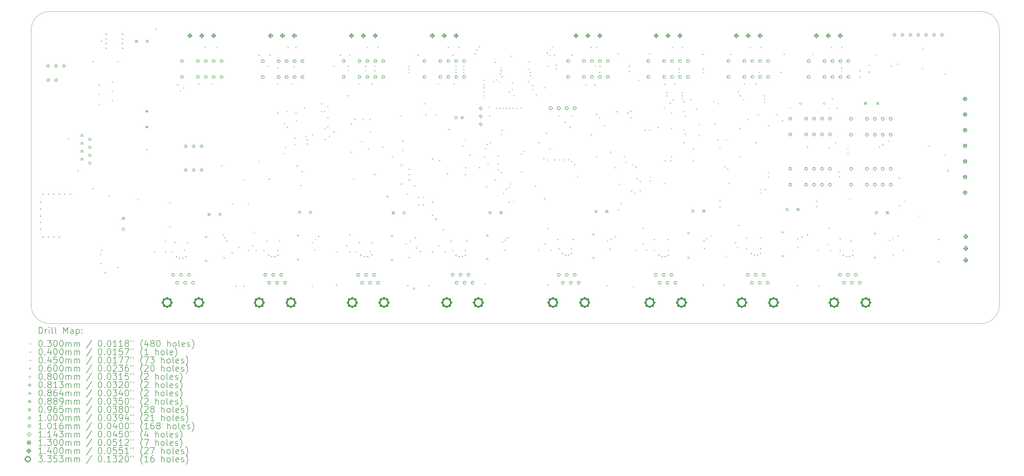
<source format=gbr>
%TF.GenerationSoftware,KiCad,Pcbnew,7.0.7*%
%TF.CreationDate,2024-06-25T14:55:52-04:00*%
%TF.ProjectId,AOML_AB_3.0_reorganized-v3,414f4d4c-5f41-4425-9f33-2e305f72656f,3*%
%TF.SameCoordinates,Original*%
%TF.FileFunction,Drillmap*%
%TF.FilePolarity,Positive*%
%FSLAX45Y45*%
G04 Gerber Fmt 4.5, Leading zero omitted, Abs format (unit mm)*
G04 Created by KiCad (PCBNEW 7.0.7) date 2024-06-25 14:55:52*
%MOMM*%
%LPD*%
G01*
G04 APERTURE LIST*
%ADD10C,0.100000*%
%ADD11C,0.200000*%
%ADD12C,0.030000*%
%ADD13C,0.040000*%
%ADD14C,0.045000*%
%ADD15C,0.060000*%
%ADD16C,0.080000*%
%ADD17C,0.081280*%
%ADD18C,0.086360*%
%ADD19C,0.088900*%
%ADD20C,0.096520*%
%ADD21C,0.101600*%
%ADD22C,0.114300*%
%ADD23C,0.130000*%
%ADD24C,0.140000*%
%ADD25C,0.335280*%
G04 APERTURE END LIST*
D10*
X5800000Y-8600000D02*
X35600000Y-8600000D01*
X36200000Y-9200000D02*
G75*
G03*
X35600000Y-8600000I-600000J0D01*
G01*
X36200000Y-9200000D02*
X36200000Y-18000000D01*
X5200000Y-18000000D02*
X5200000Y-9200000D01*
X5800000Y-8600000D02*
G75*
G03*
X5200000Y-9200000I0J-600000D01*
G01*
X35600000Y-18600000D02*
X5800000Y-18600000D01*
X35600000Y-18600000D02*
G75*
G03*
X36200000Y-18000000I0J600000D01*
G01*
X5200000Y-18000000D02*
G75*
G03*
X5800000Y-18600000I600000J0D01*
G01*
D11*
D12*
X6385000Y-12660000D02*
X6415000Y-12690000D01*
X6415000Y-12660000D02*
X6385000Y-12690000D01*
X6685000Y-13685000D02*
X6715000Y-13715000D01*
X6715000Y-13685000D02*
X6685000Y-13715000D01*
X7160000Y-10185000D02*
X7190000Y-10215000D01*
X7190000Y-10185000D02*
X7160000Y-10215000D01*
X7160000Y-14260000D02*
X7190000Y-14290000D01*
X7190000Y-14260000D02*
X7160000Y-14290000D01*
X7360000Y-10935000D02*
X7390000Y-10965000D01*
X7390000Y-10935000D02*
X7360000Y-10965000D01*
X7360000Y-11235000D02*
X7390000Y-11265000D01*
X7390000Y-11235000D02*
X7360000Y-11265000D01*
X7360000Y-11560000D02*
X7390000Y-11590000D01*
X7390000Y-11560000D02*
X7360000Y-11590000D01*
X7410000Y-16360000D02*
X7440000Y-16390000D01*
X7440000Y-16360000D02*
X7410000Y-16390000D01*
X7410000Y-16660000D02*
X7440000Y-16690000D01*
X7440000Y-16660000D02*
X7410000Y-16690000D01*
X7435000Y-16235000D02*
X7465000Y-16265000D01*
X7465000Y-16235000D02*
X7435000Y-16265000D01*
X7685000Y-14485000D02*
X7715000Y-14515000D01*
X7715000Y-14485000D02*
X7685000Y-14515000D01*
X7785000Y-10835000D02*
X7815000Y-10865000D01*
X7815000Y-10835000D02*
X7785000Y-10865000D01*
X7785000Y-11135000D02*
X7815000Y-11165000D01*
X7815000Y-11135000D02*
X7785000Y-11165000D01*
X7785000Y-11435000D02*
X7815000Y-11465000D01*
X7815000Y-11435000D02*
X7785000Y-11465000D01*
X7961300Y-10185000D02*
X7991300Y-10215000D01*
X7991300Y-10185000D02*
X7961300Y-10215000D01*
X8610000Y-14610000D02*
X8640000Y-14640000D01*
X8640000Y-14610000D02*
X8610000Y-14640000D01*
X8885000Y-13010000D02*
X8915000Y-13040000D01*
X8915000Y-13010000D02*
X8885000Y-13040000D01*
X9135000Y-16285000D02*
X9165000Y-16315000D01*
X9165000Y-16285000D02*
X9135000Y-16315000D01*
X9185000Y-9155000D02*
X9215000Y-9185000D01*
X9215000Y-9155000D02*
X9185000Y-9185000D01*
X9485000Y-15935000D02*
X9515000Y-15965000D01*
X9515000Y-15935000D02*
X9485000Y-15965000D01*
X9485000Y-16285000D02*
X9515000Y-16315000D01*
X9515000Y-16285000D02*
X9485000Y-16315000D01*
X9635000Y-14710000D02*
X9665000Y-14740000D01*
X9665000Y-14710000D02*
X9635000Y-14740000D01*
X9635000Y-15485000D02*
X9665000Y-15515000D01*
X9665000Y-15485000D02*
X9635000Y-15515000D01*
X9685000Y-16285000D02*
X9715000Y-16315000D01*
X9715000Y-16285000D02*
X9685000Y-16315000D01*
X9785000Y-15985000D02*
X9815000Y-16015000D01*
X9815000Y-15985000D02*
X9785000Y-16015000D01*
X9885000Y-10935000D02*
X9915000Y-10965000D01*
X9915000Y-10935000D02*
X9885000Y-10965000D01*
X9960000Y-11135000D02*
X9990000Y-11165000D01*
X9990000Y-11135000D02*
X9960000Y-11165000D01*
X10060000Y-11035000D02*
X10090000Y-11065000D01*
X10090000Y-11035000D02*
X10060000Y-11065000D01*
X10085000Y-16235000D02*
X10115000Y-16265000D01*
X10115000Y-16235000D02*
X10085000Y-16265000D01*
X10185000Y-15985000D02*
X10215000Y-16015000D01*
X10215000Y-15985000D02*
X10185000Y-16015000D01*
X10556000Y-10906000D02*
X10586000Y-10936000D01*
X10586000Y-10906000D02*
X10556000Y-10936000D01*
X10760000Y-9735000D02*
X10790000Y-9765000D01*
X10790000Y-9735000D02*
X10760000Y-9765000D01*
X10975000Y-10905000D02*
X11005000Y-10935000D01*
X11005000Y-10905000D02*
X10975000Y-10935000D01*
X11142200Y-9735000D02*
X11172200Y-9765000D01*
X11172200Y-9735000D02*
X11142200Y-9765000D01*
X11285000Y-13520050D02*
X11315000Y-13550050D01*
X11315000Y-13520050D02*
X11285000Y-13550050D01*
X11335000Y-15735000D02*
X11365000Y-15765000D01*
X11365000Y-15735000D02*
X11335000Y-15765000D01*
X11360000Y-16477500D02*
X11390000Y-16507500D01*
X11390000Y-16477500D02*
X11360000Y-16507500D01*
X11385000Y-15835000D02*
X11415000Y-15865000D01*
X11415000Y-15835000D02*
X11385000Y-15865000D01*
X11447500Y-15935000D02*
X11477500Y-15965000D01*
X11477500Y-15935000D02*
X11447500Y-15965000D01*
X11615000Y-16315000D02*
X11645000Y-16345000D01*
X11645000Y-16315000D02*
X11615000Y-16345000D01*
X11635000Y-14760000D02*
X11665000Y-14790000D01*
X11665000Y-14760000D02*
X11635000Y-14790000D01*
X11735000Y-17385000D02*
X11765000Y-17415000D01*
X11765000Y-17385000D02*
X11735000Y-17415000D01*
X11835000Y-16135000D02*
X11865000Y-16165000D01*
X11865000Y-16135000D02*
X11835000Y-16165000D01*
X11985000Y-13985000D02*
X12015000Y-14015000D01*
X12015000Y-13985000D02*
X11985000Y-14015000D01*
X11985000Y-17385000D02*
X12015000Y-17415000D01*
X12015000Y-17385000D02*
X11985000Y-17415000D01*
X12135000Y-14760000D02*
X12165000Y-14790000D01*
X12165000Y-14760000D02*
X12135000Y-14790000D01*
X12135000Y-16235000D02*
X12165000Y-16265000D01*
X12165000Y-16235000D02*
X12135000Y-16265000D01*
X12285000Y-16085000D02*
X12315000Y-16115000D01*
X12315000Y-16085000D02*
X12285000Y-16115000D01*
X12335000Y-15685000D02*
X12365000Y-15715000D01*
X12365000Y-15685000D02*
X12335000Y-15715000D01*
X12385000Y-16235000D02*
X12415000Y-16265000D01*
X12415000Y-16235000D02*
X12385000Y-16265000D01*
X12485000Y-9985000D02*
X12515000Y-10015000D01*
X12515000Y-9985000D02*
X12485000Y-10015000D01*
X12485000Y-13385000D02*
X12515000Y-13415000D01*
X12515000Y-13385000D02*
X12485000Y-13415000D01*
X12635000Y-16235000D02*
X12665000Y-16265000D01*
X12665000Y-16235000D02*
X12635000Y-16265000D01*
X12735000Y-15935000D02*
X12765000Y-15965000D01*
X12765000Y-15935000D02*
X12735000Y-15965000D01*
X12785000Y-10335000D02*
X12815000Y-10365000D01*
X12815000Y-10335000D02*
X12785000Y-10365000D01*
X12835000Y-9985000D02*
X12865000Y-10015000D01*
X12865000Y-9985000D02*
X12835000Y-10015000D01*
X13085000Y-10395000D02*
X13115000Y-10425000D01*
X13115000Y-10395000D02*
X13085000Y-10425000D01*
X13085000Y-10915000D02*
X13115000Y-10945000D01*
X13115000Y-10915000D02*
X13085000Y-10945000D01*
X13085000Y-11835000D02*
X13115000Y-11865000D01*
X13115000Y-11835000D02*
X13085000Y-11865000D01*
X13085000Y-16235000D02*
X13115000Y-16265000D01*
X13115000Y-16235000D02*
X13085000Y-16265000D01*
X13135000Y-15935000D02*
X13165000Y-15965000D01*
X13165000Y-15935000D02*
X13135000Y-15965000D01*
X13285000Y-12185000D02*
X13315000Y-12215000D01*
X13315000Y-12185000D02*
X13285000Y-12215000D01*
X13285000Y-13135000D02*
X13315000Y-13165000D01*
X13315000Y-13135000D02*
X13285000Y-13165000D01*
X13335000Y-12935000D02*
X13365000Y-12965000D01*
X13365000Y-12935000D02*
X13335000Y-12965000D01*
X13385000Y-11785000D02*
X13415000Y-11815000D01*
X13415000Y-11785000D02*
X13385000Y-11815000D01*
X13385000Y-12285000D02*
X13415000Y-12315000D01*
X13415000Y-12285000D02*
X13385000Y-12315000D01*
X13410000Y-9735000D02*
X13440000Y-9765000D01*
X13440000Y-9735000D02*
X13410000Y-9765000D01*
X13525000Y-10905000D02*
X13555000Y-10935000D01*
X13555000Y-10905000D02*
X13525000Y-10935000D01*
X13605000Y-10355000D02*
X13635000Y-10385000D01*
X13635000Y-10355000D02*
X13605000Y-10385000D01*
X13635000Y-12635000D02*
X13665000Y-12665000D01*
X13665000Y-12635000D02*
X13635000Y-12665000D01*
X13635000Y-12835000D02*
X13665000Y-12865000D01*
X13665000Y-12835000D02*
X13635000Y-12865000D01*
X13660000Y-9735000D02*
X13690000Y-9765000D01*
X13690000Y-9735000D02*
X13660000Y-9765000D01*
X13665000Y-11835000D02*
X13695000Y-11865000D01*
X13695000Y-11835000D02*
X13665000Y-11865000D01*
X13685000Y-12085000D02*
X13715000Y-12115000D01*
X13715000Y-12085000D02*
X13685000Y-12115000D01*
X13935000Y-11685000D02*
X13965000Y-11715000D01*
X13965000Y-11685000D02*
X13935000Y-11715000D01*
X13985000Y-12585000D02*
X14015000Y-12615000D01*
X14015000Y-12585000D02*
X13985000Y-12615000D01*
X14019550Y-12829500D02*
X14049550Y-12859500D01*
X14049550Y-12829500D02*
X14019550Y-12859500D01*
X14025000Y-12695000D02*
X14055000Y-12725000D01*
X14055000Y-12695000D02*
X14025000Y-12725000D01*
X14185000Y-15985000D02*
X14215000Y-16015000D01*
X14215000Y-15985000D02*
X14185000Y-16015000D01*
X14185000Y-17385000D02*
X14215000Y-17415000D01*
X14215000Y-17385000D02*
X14185000Y-17415000D01*
X14195000Y-12535000D02*
X14225000Y-12565000D01*
X14225000Y-12535000D02*
X14195000Y-12565000D01*
X14260000Y-16232500D02*
X14290000Y-16262500D01*
X14290000Y-16232500D02*
X14260000Y-16262500D01*
X14285000Y-15885000D02*
X14315000Y-15915000D01*
X14315000Y-15885000D02*
X14285000Y-15915000D01*
X14385000Y-15785000D02*
X14415000Y-15815000D01*
X14415000Y-15785000D02*
X14385000Y-15815000D01*
X14485000Y-11535000D02*
X14515000Y-11565000D01*
X14515000Y-11535000D02*
X14485000Y-11565000D01*
X14485000Y-11785000D02*
X14515000Y-11815000D01*
X14515000Y-11785000D02*
X14485000Y-11815000D01*
X14585000Y-11785000D02*
X14615000Y-11815000D01*
X14615000Y-11785000D02*
X14585000Y-11815000D01*
X14585000Y-12335000D02*
X14615000Y-12365000D01*
X14615000Y-12335000D02*
X14585000Y-12365000D01*
X14585000Y-12685000D02*
X14615000Y-12715000D01*
X14615000Y-12685000D02*
X14585000Y-12715000D01*
X14685000Y-11635000D02*
X14715000Y-11665000D01*
X14715000Y-11635000D02*
X14685000Y-11665000D01*
X14685000Y-11985000D02*
X14715000Y-12015000D01*
X14715000Y-11985000D02*
X14685000Y-12015000D01*
X14685000Y-12285000D02*
X14715000Y-12315000D01*
X14715000Y-12285000D02*
X14685000Y-12315000D01*
X14735000Y-12585000D02*
X14765000Y-12615000D01*
X14765000Y-12585000D02*
X14735000Y-12615000D01*
X14885000Y-10335000D02*
X14915000Y-10365000D01*
X14915000Y-10335000D02*
X14885000Y-10365000D01*
X14885000Y-12448500D02*
X14915000Y-12478500D01*
X14915000Y-12448500D02*
X14885000Y-12478500D01*
X14965000Y-17335000D02*
X14995000Y-17365000D01*
X14995000Y-17335000D02*
X14965000Y-17365000D01*
X14985000Y-16285000D02*
X15015000Y-16315000D01*
X15015000Y-16285000D02*
X14985000Y-16315000D01*
X15085000Y-9985000D02*
X15115000Y-10015000D01*
X15115000Y-9985000D02*
X15085000Y-10015000D01*
X15285000Y-16085000D02*
X15315000Y-16115000D01*
X15315000Y-16085000D02*
X15285000Y-16115000D01*
X15335000Y-10335000D02*
X15365000Y-10365000D01*
X15365000Y-10335000D02*
X15335000Y-10365000D01*
X15335000Y-10485000D02*
X15365000Y-10515000D01*
X15365000Y-10485000D02*
X15335000Y-10515000D01*
X15335000Y-11285000D02*
X15365000Y-11315000D01*
X15365000Y-11285000D02*
X15335000Y-11315000D01*
X15385000Y-9985000D02*
X15415000Y-10015000D01*
X15415000Y-9985000D02*
X15385000Y-10015000D01*
X15385000Y-15735000D02*
X15415000Y-15765000D01*
X15415000Y-15735000D02*
X15385000Y-15765000D01*
X15385000Y-16285000D02*
X15415000Y-16315000D01*
X15415000Y-16285000D02*
X15385000Y-16315000D01*
X15435000Y-12185000D02*
X15465000Y-12215000D01*
X15465000Y-12185000D02*
X15435000Y-12215000D01*
X15435000Y-13085000D02*
X15465000Y-13115000D01*
X15465000Y-13085000D02*
X15435000Y-13115000D01*
X15510000Y-13960000D02*
X15540000Y-13990000D01*
X15540000Y-13960000D02*
X15510000Y-13990000D01*
X15555000Y-12035000D02*
X15585000Y-12065000D01*
X15585000Y-12035000D02*
X15555000Y-12065000D01*
X15585000Y-16285000D02*
X15615000Y-16315000D01*
X15615000Y-16285000D02*
X15585000Y-16315000D01*
X15675000Y-10915000D02*
X15705000Y-10945000D01*
X15705000Y-10915000D02*
X15675000Y-10945000D01*
X15685000Y-15985000D02*
X15715000Y-16015000D01*
X15715000Y-15985000D02*
X15685000Y-16015000D01*
X15772500Y-12747500D02*
X15802500Y-12777500D01*
X15802500Y-12747500D02*
X15772500Y-12777500D01*
X15815000Y-12035000D02*
X15845000Y-12065000D01*
X15845000Y-12035000D02*
X15815000Y-12065000D01*
X15885000Y-10335000D02*
X15915000Y-10365000D01*
X15915000Y-10335000D02*
X15885000Y-10365000D01*
X15885000Y-10485000D02*
X15915000Y-10515000D01*
X15915000Y-10485000D02*
X15885000Y-10515000D01*
X15960000Y-9735000D02*
X15990000Y-9765000D01*
X15990000Y-9735000D02*
X15960000Y-9765000D01*
X15985000Y-12985000D02*
X16015000Y-13015000D01*
X16015000Y-12985000D02*
X15985000Y-13015000D01*
X16035000Y-12035000D02*
X16065000Y-12065000D01*
X16065000Y-12035000D02*
X16035000Y-12065000D01*
X16035000Y-16270230D02*
X16065000Y-16300230D01*
X16065000Y-16270230D02*
X16035000Y-16300230D01*
X16045000Y-12435000D02*
X16075000Y-12465000D01*
X16075000Y-12435000D02*
X16045000Y-12465000D01*
X16085000Y-15985000D02*
X16115000Y-16015000D01*
X16115000Y-15985000D02*
X16085000Y-16015000D01*
X16095000Y-10915000D02*
X16125000Y-10945000D01*
X16125000Y-10915000D02*
X16095000Y-10945000D01*
X16185000Y-10335000D02*
X16215000Y-10365000D01*
X16215000Y-10335000D02*
X16185000Y-10365000D01*
X16185000Y-10485000D02*
X16215000Y-10515000D01*
X16215000Y-10485000D02*
X16185000Y-10515000D01*
X16285000Y-9735000D02*
X16315000Y-9765000D01*
X16315000Y-9735000D02*
X16285000Y-9765000D01*
X16435000Y-12935000D02*
X16465000Y-12965000D01*
X16465000Y-12935000D02*
X16435000Y-12965000D01*
X16760000Y-13235000D02*
X16790000Y-13265000D01*
X16790000Y-13235000D02*
X16760000Y-13265000D01*
X17035000Y-11935000D02*
X17065000Y-11965000D01*
X17065000Y-11935000D02*
X17035000Y-11965000D01*
X17085000Y-12735000D02*
X17115000Y-12765000D01*
X17115000Y-12735000D02*
X17085000Y-12765000D01*
X17085000Y-13035000D02*
X17115000Y-13065000D01*
X17115000Y-13035000D02*
X17085000Y-13065000D01*
X17185000Y-16035000D02*
X17215000Y-16065000D01*
X17215000Y-16035000D02*
X17185000Y-16065000D01*
X17235000Y-14435000D02*
X17265000Y-14465000D01*
X17265000Y-14435000D02*
X17235000Y-14465000D01*
X17245000Y-17365000D02*
X17275000Y-17395000D01*
X17275000Y-17365000D02*
X17245000Y-17395000D01*
X17285000Y-10335000D02*
X17315000Y-10365000D01*
X17315000Y-10335000D02*
X17285000Y-10365000D01*
X17285000Y-10435000D02*
X17315000Y-10465000D01*
X17315000Y-10435000D02*
X17285000Y-10465000D01*
X17285000Y-10535000D02*
X17315000Y-10565000D01*
X17315000Y-10535000D02*
X17285000Y-10565000D01*
X17285000Y-16464810D02*
X17315000Y-16494810D01*
X17315000Y-16464810D02*
X17285000Y-16494810D01*
X17325190Y-15944810D02*
X17355190Y-15974810D01*
X17355190Y-15944810D02*
X17325190Y-15974810D01*
X17460000Y-14160000D02*
X17490000Y-14190000D01*
X17490000Y-14160000D02*
X17460000Y-14190000D01*
X17481530Y-15833888D02*
X17511530Y-15863888D01*
X17511530Y-15833888D02*
X17481530Y-15863888D01*
X17510000Y-16160000D02*
X17540000Y-16190000D01*
X17540000Y-16160000D02*
X17510000Y-16190000D01*
X17565000Y-9985000D02*
X17595000Y-10015000D01*
X17595000Y-9985000D02*
X17565000Y-10015000D01*
X17585000Y-14532550D02*
X17615000Y-14562550D01*
X17615000Y-14532550D02*
X17585000Y-14562550D01*
X17585000Y-14785000D02*
X17615000Y-14815000D01*
X17615000Y-14785000D02*
X17585000Y-14815000D01*
X17635000Y-16275000D02*
X17665000Y-16305000D01*
X17665000Y-16275000D02*
X17635000Y-16305000D01*
X17735000Y-14532550D02*
X17765000Y-14562550D01*
X17765000Y-14532550D02*
X17735000Y-14562550D01*
X17735000Y-14785000D02*
X17765000Y-14815000D01*
X17765000Y-14785000D02*
X17735000Y-14815000D01*
X17785000Y-11535000D02*
X17815000Y-11565000D01*
X17815000Y-11535000D02*
X17785000Y-11565000D01*
X17815000Y-11899580D02*
X17845000Y-11929580D01*
X17845000Y-11899580D02*
X17815000Y-11929580D01*
X17915000Y-17365000D02*
X17945000Y-17395000D01*
X17945000Y-17365000D02*
X17915000Y-17395000D01*
X18035000Y-14685000D02*
X18065000Y-14715000D01*
X18065000Y-14685000D02*
X18035000Y-14715000D01*
X18035000Y-15110000D02*
X18065000Y-15140000D01*
X18065000Y-15110000D02*
X18035000Y-15140000D01*
X18035000Y-16285000D02*
X18065000Y-16315000D01*
X18065000Y-16285000D02*
X18035000Y-16315000D01*
X18150420Y-11899580D02*
X18180420Y-11929580D01*
X18180420Y-11899580D02*
X18150420Y-11929580D01*
X18215000Y-10915000D02*
X18245000Y-10945000D01*
X18245000Y-10915000D02*
X18215000Y-10945000D01*
X18235000Y-16085000D02*
X18265000Y-16115000D01*
X18265000Y-16085000D02*
X18235000Y-16115000D01*
X18260000Y-13360000D02*
X18290000Y-13390000D01*
X18290000Y-13360000D02*
X18260000Y-13390000D01*
X18385000Y-15585000D02*
X18415000Y-15615000D01*
X18415000Y-15585000D02*
X18385000Y-15615000D01*
X18435000Y-16285000D02*
X18465000Y-16315000D01*
X18465000Y-16285000D02*
X18435000Y-16315000D01*
X18535000Y-9735000D02*
X18565000Y-9765000D01*
X18565000Y-9735000D02*
X18535000Y-9765000D01*
X18635000Y-15935000D02*
X18665000Y-15965000D01*
X18665000Y-15935000D02*
X18635000Y-15965000D01*
X18685000Y-9985000D02*
X18715000Y-10015000D01*
X18715000Y-9985000D02*
X18685000Y-10015000D01*
X18685000Y-16235000D02*
X18715000Y-16265000D01*
X18715000Y-16235000D02*
X18685000Y-16265000D01*
X18725000Y-10915000D02*
X18755000Y-10945000D01*
X18755000Y-10915000D02*
X18725000Y-10945000D01*
X18785000Y-10335000D02*
X18815000Y-10365000D01*
X18815000Y-10335000D02*
X18785000Y-10365000D01*
X18785000Y-10435000D02*
X18815000Y-10465000D01*
X18815000Y-10435000D02*
X18785000Y-10465000D01*
X18785000Y-10535000D02*
X18815000Y-10565000D01*
X18815000Y-10535000D02*
X18785000Y-10565000D01*
X18885000Y-9735000D02*
X18915000Y-9765000D01*
X18915000Y-9735000D02*
X18885000Y-9765000D01*
X19015000Y-12885000D02*
X19045000Y-12915000D01*
X19045000Y-12885000D02*
X19015000Y-12915000D01*
X19035000Y-10335000D02*
X19065000Y-10365000D01*
X19065000Y-10335000D02*
X19035000Y-10365000D01*
X19035000Y-10435000D02*
X19065000Y-10465000D01*
X19065000Y-10435000D02*
X19035000Y-10465000D01*
X19035000Y-10535000D02*
X19065000Y-10565000D01*
X19065000Y-10535000D02*
X19035000Y-10565000D01*
X19085000Y-13805000D02*
X19115000Y-13835000D01*
X19115000Y-13805000D02*
X19085000Y-13835000D01*
X19085000Y-16235000D02*
X19115000Y-16265000D01*
X19115000Y-16235000D02*
X19085000Y-16265000D01*
X19085000Y-12685000D02*
X19115000Y-12715000D01*
X19115000Y-12685000D02*
X19085000Y-12715000D01*
X19095000Y-13585000D02*
X19125000Y-13615000D01*
X19125000Y-13585000D02*
X19095000Y-13615000D01*
X19135000Y-15935000D02*
X19165000Y-15965000D01*
X19165000Y-15935000D02*
X19135000Y-15965000D01*
X19225000Y-13185000D02*
X19255000Y-13215000D01*
X19255000Y-13185000D02*
X19225000Y-13215000D01*
X19410000Y-9935000D02*
X19440000Y-9965000D01*
X19440000Y-9935000D02*
X19410000Y-9965000D01*
X19460000Y-9810000D02*
X19490000Y-9840000D01*
X19490000Y-9810000D02*
X19460000Y-9840000D01*
X19535000Y-9710000D02*
X19565000Y-9740000D01*
X19565000Y-9710000D02*
X19535000Y-9740000D01*
X19535000Y-13585000D02*
X19565000Y-13615000D01*
X19565000Y-13585000D02*
X19535000Y-13615000D01*
X19685000Y-10785000D02*
X19715000Y-10815000D01*
X19715000Y-10785000D02*
X19685000Y-10815000D01*
X19685000Y-10935000D02*
X19715000Y-10965000D01*
X19715000Y-10935000D02*
X19685000Y-10965000D01*
X19685000Y-11035000D02*
X19715000Y-11065000D01*
X19715000Y-11035000D02*
X19685000Y-11065000D01*
X19685000Y-11165000D02*
X19715000Y-11195000D01*
X19715000Y-11165000D02*
X19685000Y-11195000D01*
X19685000Y-11285000D02*
X19715000Y-11315000D01*
X19715000Y-11285000D02*
X19685000Y-11315000D01*
X19710000Y-13240450D02*
X19740000Y-13270450D01*
X19740000Y-13240450D02*
X19710000Y-13270450D01*
X19710000Y-17310000D02*
X19740000Y-17340000D01*
X19740000Y-17310000D02*
X19710000Y-17340000D01*
X19735000Y-12985000D02*
X19765000Y-13015000D01*
X19765000Y-12985000D02*
X19735000Y-13015000D01*
X19760000Y-14210000D02*
X19790000Y-14240000D01*
X19790000Y-14210000D02*
X19760000Y-14240000D01*
X19785000Y-12835000D02*
X19815000Y-12865000D01*
X19815000Y-12835000D02*
X19785000Y-12865000D01*
X19810000Y-13485000D02*
X19840000Y-13515000D01*
X19840000Y-13485000D02*
X19810000Y-13515000D01*
X19835000Y-11655000D02*
X19865000Y-11685000D01*
X19865000Y-11655000D02*
X19835000Y-11685000D01*
X19860000Y-11940880D02*
X19890000Y-11970880D01*
X19890000Y-11940880D02*
X19860000Y-11970880D01*
X19885000Y-12785000D02*
X19915000Y-12815000D01*
X19915000Y-12785000D02*
X19885000Y-12815000D01*
X19985000Y-10835000D02*
X20015000Y-10865000D01*
X20015000Y-10835000D02*
X19985000Y-10865000D01*
X20035000Y-13985000D02*
X20065000Y-14015000D01*
X20065000Y-13985000D02*
X20035000Y-14015000D01*
X20037500Y-10212050D02*
X20067500Y-10242050D01*
X20067500Y-10212050D02*
X20037500Y-10242050D01*
X20075000Y-10775000D02*
X20105000Y-10805000D01*
X20105000Y-10775000D02*
X20075000Y-10805000D01*
X20085000Y-11685000D02*
X20115000Y-11715000D01*
X20115000Y-11685000D02*
X20085000Y-11715000D01*
X20130240Y-13214760D02*
X20160240Y-13244760D01*
X20160240Y-13214760D02*
X20130240Y-13244760D01*
X20135000Y-13460000D02*
X20165000Y-13490000D01*
X20165000Y-13460000D02*
X20135000Y-13490000D01*
X20135000Y-13660000D02*
X20165000Y-13690000D01*
X20165000Y-13660000D02*
X20135000Y-13690000D01*
X20165000Y-10835000D02*
X20195000Y-10865000D01*
X20195000Y-10835000D02*
X20165000Y-10865000D01*
X20185000Y-11685000D02*
X20215000Y-11715000D01*
X20215000Y-11685000D02*
X20185000Y-11715000D01*
X20210000Y-10585000D02*
X20240000Y-10615000D01*
X20240000Y-10585000D02*
X20210000Y-10615000D01*
X20235000Y-10385000D02*
X20265000Y-10415000D01*
X20265000Y-10385000D02*
X20235000Y-10415000D01*
X20235000Y-10485000D02*
X20265000Y-10515000D01*
X20265000Y-10485000D02*
X20235000Y-10515000D01*
X20235000Y-12519720D02*
X20265000Y-12549720D01*
X20265000Y-12519720D02*
X20235000Y-12549720D01*
X20235000Y-13735000D02*
X20265000Y-13765000D01*
X20265000Y-13735000D02*
X20235000Y-13765000D01*
X20255000Y-10675000D02*
X20285000Y-10705000D01*
X20285000Y-10675000D02*
X20255000Y-10705000D01*
X20260000Y-12385000D02*
X20290000Y-12415000D01*
X20290000Y-12385000D02*
X20260000Y-12415000D01*
X20272500Y-15972500D02*
X20302500Y-16002500D01*
X20302500Y-15972500D02*
X20272500Y-16002500D01*
X20285000Y-11685000D02*
X20315000Y-11715000D01*
X20315000Y-11685000D02*
X20285000Y-11715000D01*
X20310000Y-14410000D02*
X20340000Y-14440000D01*
X20340000Y-14410000D02*
X20310000Y-14440000D01*
X20360000Y-16232500D02*
X20390000Y-16262500D01*
X20390000Y-16232500D02*
X20360000Y-16262500D01*
X20362500Y-15907500D02*
X20392500Y-15937500D01*
X20392500Y-15907500D02*
X20362500Y-15937500D01*
X20385000Y-11685000D02*
X20415000Y-11715000D01*
X20415000Y-11685000D02*
X20385000Y-11715000D01*
X20385000Y-14275000D02*
X20415000Y-14305000D01*
X20415000Y-14275000D02*
X20385000Y-14305000D01*
X20435000Y-15832500D02*
X20465000Y-15862500D01*
X20465000Y-15832500D02*
X20435000Y-15862500D01*
X20485000Y-14225000D02*
X20515000Y-14255000D01*
X20515000Y-14225000D02*
X20485000Y-14255000D01*
X20485000Y-14685000D02*
X20515000Y-14715000D01*
X20515000Y-14685000D02*
X20485000Y-14715000D01*
X20495000Y-11685000D02*
X20525000Y-11715000D01*
X20525000Y-11685000D02*
X20495000Y-11715000D01*
X20498000Y-11162000D02*
X20528000Y-11192000D01*
X20528000Y-11162000D02*
X20498000Y-11192000D01*
X20535000Y-14105000D02*
X20565000Y-14135000D01*
X20565000Y-14105000D02*
X20535000Y-14135000D01*
X20545000Y-10015000D02*
X20575000Y-10045000D01*
X20575000Y-10015000D02*
X20545000Y-10045000D01*
X20585000Y-10875000D02*
X20615000Y-10905000D01*
X20615000Y-10875000D02*
X20585000Y-10905000D01*
X20585000Y-11085000D02*
X20615000Y-11115000D01*
X20615000Y-11085000D02*
X20585000Y-11115000D01*
X20615000Y-11685000D02*
X20645000Y-11715000D01*
X20645000Y-11685000D02*
X20615000Y-11715000D01*
X20635000Y-14665000D02*
X20665000Y-14695000D01*
X20665000Y-14665000D02*
X20635000Y-14695000D01*
X20635050Y-11279500D02*
X20665050Y-11309500D01*
X20665050Y-11279500D02*
X20635050Y-11309500D01*
X20745000Y-11685000D02*
X20775000Y-11715000D01*
X20775000Y-11685000D02*
X20745000Y-11715000D01*
X20875000Y-11685000D02*
X20905000Y-11715000D01*
X20905000Y-11685000D02*
X20875000Y-11715000D01*
X20875000Y-13155000D02*
X20905000Y-13185000D01*
X20905000Y-13155000D02*
X20875000Y-13185000D01*
X20885000Y-13735000D02*
X20915000Y-13765000D01*
X20915000Y-13735000D02*
X20885000Y-13765000D01*
X20965000Y-13065000D02*
X20995000Y-13095000D01*
X20995000Y-13065000D02*
X20965000Y-13095000D01*
X21105000Y-10835000D02*
X21135000Y-10865000D01*
X21135000Y-10835000D02*
X21105000Y-10865000D01*
X21125000Y-10435000D02*
X21155000Y-10465000D01*
X21155000Y-10435000D02*
X21125000Y-10465000D01*
X21135000Y-10210000D02*
X21165000Y-10240000D01*
X21165000Y-10210000D02*
X21135000Y-10240000D01*
X21165000Y-10535000D02*
X21195000Y-10565000D01*
X21195000Y-10535000D02*
X21165000Y-10565000D01*
X21165000Y-10645000D02*
X21195000Y-10675000D01*
X21195000Y-10645000D02*
X21165000Y-10675000D01*
X21245000Y-10955000D02*
X21275000Y-10985000D01*
X21275000Y-10955000D02*
X21245000Y-10985000D01*
X21246250Y-11083750D02*
X21276250Y-11113750D01*
X21276250Y-11083750D02*
X21246250Y-11113750D01*
X21335000Y-14185000D02*
X21365000Y-14215000D01*
X21365000Y-14185000D02*
X21335000Y-14215000D01*
X21360000Y-11260000D02*
X21390000Y-11290000D01*
X21390000Y-11260000D02*
X21360000Y-11290000D01*
X21435000Y-12785000D02*
X21465000Y-12815000D01*
X21465000Y-12785000D02*
X21435000Y-12815000D01*
X21435000Y-16235000D02*
X21465000Y-16265000D01*
X21465000Y-16235000D02*
X21435000Y-16265000D01*
X21595000Y-13295000D02*
X21625000Y-13325000D01*
X21625000Y-13295000D02*
X21595000Y-13325000D01*
X21625000Y-14585000D02*
X21655000Y-14615000D01*
X21655000Y-14585000D02*
X21625000Y-14615000D01*
X21635000Y-11025500D02*
X21665000Y-11055500D01*
X21665000Y-11025500D02*
X21635000Y-11055500D01*
X21635000Y-16035000D02*
X21665000Y-16065000D01*
X21665000Y-16035000D02*
X21635000Y-16065000D01*
X21685000Y-12485000D02*
X21715000Y-12515000D01*
X21715000Y-12485000D02*
X21685000Y-12515000D01*
X21710000Y-9910000D02*
X21740000Y-9940000D01*
X21740000Y-9910000D02*
X21710000Y-9940000D01*
X21715000Y-10335000D02*
X21745000Y-10365000D01*
X21745000Y-10335000D02*
X21715000Y-10365000D01*
X21735000Y-13335000D02*
X21765000Y-13365000D01*
X21765000Y-13335000D02*
X21735000Y-13365000D01*
X21735000Y-15535000D02*
X21765000Y-15565000D01*
X21765000Y-15535000D02*
X21735000Y-15565000D01*
X21735000Y-17335000D02*
X21765000Y-17365000D01*
X21765000Y-17335000D02*
X21735000Y-17365000D01*
X21785000Y-9995000D02*
X21815000Y-10025000D01*
X21815000Y-9995000D02*
X21785000Y-10025000D01*
X21785000Y-12985000D02*
X21815000Y-13015000D01*
X21815000Y-12985000D02*
X21785000Y-13015000D01*
X21810000Y-9810000D02*
X21840000Y-9840000D01*
X21840000Y-9810000D02*
X21810000Y-9840000D01*
X21835000Y-16235000D02*
X21865000Y-16265000D01*
X21865000Y-16235000D02*
X21835000Y-16265000D01*
X21885000Y-9710000D02*
X21915000Y-9740000D01*
X21915000Y-9710000D02*
X21885000Y-9740000D01*
X21935000Y-9985000D02*
X21965000Y-10015000D01*
X21965000Y-9985000D02*
X21935000Y-10015000D01*
X21935000Y-13335000D02*
X21965000Y-13365000D01*
X21965000Y-13335000D02*
X21935000Y-13365000D01*
X21995000Y-10425000D02*
X22025000Y-10455000D01*
X22025000Y-10425000D02*
X21995000Y-10455000D01*
X22000000Y-10300000D02*
X22030000Y-10330000D01*
X22030000Y-10300000D02*
X22000000Y-10330000D01*
X22035000Y-15885000D02*
X22065000Y-15915000D01*
X22065000Y-15885000D02*
X22035000Y-15915000D01*
X22081000Y-11935000D02*
X22111000Y-11965000D01*
X22111000Y-11935000D02*
X22081000Y-11965000D01*
X22085000Y-13335000D02*
X22115000Y-13365000D01*
X22115000Y-13335000D02*
X22085000Y-13365000D01*
X22085000Y-16185000D02*
X22115000Y-16215000D01*
X22115000Y-16185000D02*
X22085000Y-16215000D01*
X22235000Y-13335000D02*
X22265000Y-13365000D01*
X22265000Y-13335000D02*
X22235000Y-13365000D01*
X22285000Y-12135000D02*
X22315000Y-12165000D01*
X22315000Y-12135000D02*
X22285000Y-12165000D01*
X22385000Y-13335000D02*
X22415000Y-13365000D01*
X22415000Y-13335000D02*
X22385000Y-13365000D01*
X22435000Y-12285000D02*
X22465000Y-12315000D01*
X22465000Y-12285000D02*
X22435000Y-12315000D01*
X22485000Y-9985000D02*
X22515000Y-10015000D01*
X22515000Y-9985000D02*
X22485000Y-10015000D01*
X22485000Y-11935000D02*
X22515000Y-11965000D01*
X22515000Y-11935000D02*
X22485000Y-11965000D01*
X22485000Y-13385000D02*
X22515000Y-13415000D01*
X22515000Y-13385000D02*
X22485000Y-13415000D01*
X22485000Y-16185000D02*
X22515000Y-16215000D01*
X22515000Y-16185000D02*
X22485000Y-16215000D01*
X22535000Y-15885000D02*
X22565000Y-15915000D01*
X22565000Y-15885000D02*
X22535000Y-15915000D01*
X22585000Y-13485000D02*
X22615000Y-13515000D01*
X22615000Y-13485000D02*
X22585000Y-13515000D01*
X22685000Y-13885000D02*
X22715000Y-13915000D01*
X22715000Y-13885000D02*
X22685000Y-13915000D01*
X22960000Y-10935000D02*
X22990000Y-10965000D01*
X22990000Y-10935000D02*
X22960000Y-10965000D01*
X23110000Y-9735000D02*
X23140000Y-9765000D01*
X23140000Y-9735000D02*
X23110000Y-9765000D01*
X23110000Y-12535000D02*
X23140000Y-12565000D01*
X23140000Y-12535000D02*
X23110000Y-12565000D01*
X23235000Y-10935000D02*
X23265000Y-10965000D01*
X23265000Y-10935000D02*
X23235000Y-10965000D01*
X23255000Y-10335000D02*
X23285000Y-10365000D01*
X23285000Y-10335000D02*
X23255000Y-10365000D01*
X23285000Y-9735000D02*
X23315000Y-9765000D01*
X23315000Y-9735000D02*
X23285000Y-9765000D01*
X23285000Y-11885000D02*
X23315000Y-11915000D01*
X23315000Y-11885000D02*
X23285000Y-11915000D01*
X23285000Y-13235000D02*
X23315000Y-13265000D01*
X23315000Y-13235000D02*
X23285000Y-13265000D01*
X23385000Y-10535000D02*
X23415000Y-10565000D01*
X23415000Y-10535000D02*
X23385000Y-10565000D01*
X23385000Y-11985000D02*
X23415000Y-12015000D01*
X23415000Y-11985000D02*
X23385000Y-12015000D01*
X23395000Y-10335000D02*
X23425000Y-10365000D01*
X23425000Y-10335000D02*
X23395000Y-10365000D01*
X23545000Y-12235000D02*
X23575000Y-12265000D01*
X23575000Y-12235000D02*
X23545000Y-12265000D01*
X23625000Y-17365000D02*
X23655000Y-17395000D01*
X23655000Y-17365000D02*
X23625000Y-17395000D01*
X23635000Y-15935000D02*
X23665000Y-15965000D01*
X23665000Y-15935000D02*
X23635000Y-15965000D01*
X23710000Y-16195000D02*
X23740000Y-16225000D01*
X23740000Y-16195000D02*
X23710000Y-16225000D01*
X23735000Y-13085000D02*
X23765000Y-13115000D01*
X23765000Y-13085000D02*
X23735000Y-13115000D01*
X23750000Y-15870000D02*
X23780000Y-15900000D01*
X23780000Y-15870000D02*
X23750000Y-15900000D01*
X23885000Y-13585000D02*
X23915000Y-13615000D01*
X23915000Y-13585000D02*
X23885000Y-13615000D01*
X23885000Y-15805000D02*
X23915000Y-15835000D01*
X23915000Y-15805000D02*
X23885000Y-15835000D01*
X23935000Y-11795000D02*
X23965000Y-11825000D01*
X23965000Y-11795000D02*
X23935000Y-11825000D01*
X23985000Y-9935000D02*
X24015000Y-9965000D01*
X24015000Y-9935000D02*
X23985000Y-9965000D01*
X23985000Y-14935000D02*
X24015000Y-14965000D01*
X24015000Y-14935000D02*
X23985000Y-14965000D01*
X24005000Y-14115000D02*
X24035000Y-14145000D01*
X24035000Y-14115000D02*
X24005000Y-14145000D01*
X24075000Y-14725000D02*
X24105000Y-14755000D01*
X24105000Y-14725000D02*
X24075000Y-14755000D01*
X24185000Y-13235000D02*
X24215000Y-13265000D01*
X24215000Y-13235000D02*
X24185000Y-13265000D01*
X24235000Y-13422500D02*
X24265000Y-13452500D01*
X24265000Y-13422500D02*
X24235000Y-13452500D01*
X24285000Y-11835000D02*
X24315000Y-11865000D01*
X24315000Y-11835000D02*
X24285000Y-11865000D01*
X24335000Y-10335000D02*
X24365000Y-10365000D01*
X24365000Y-10335000D02*
X24335000Y-10365000D01*
X24335000Y-10505000D02*
X24365000Y-10535000D01*
X24365000Y-10505000D02*
X24335000Y-10535000D01*
X24385000Y-11785000D02*
X24415000Y-11815000D01*
X24415000Y-11785000D02*
X24385000Y-11815000D01*
X24385000Y-11985000D02*
X24415000Y-12015000D01*
X24415000Y-11985000D02*
X24385000Y-12015000D01*
X24410000Y-14335000D02*
X24440000Y-14365000D01*
X24440000Y-14335000D02*
X24410000Y-14365000D01*
X24460000Y-13485000D02*
X24490000Y-13515000D01*
X24490000Y-13485000D02*
X24460000Y-13515000D01*
X24465000Y-17395000D02*
X24495000Y-17425000D01*
X24495000Y-17395000D02*
X24465000Y-17425000D01*
X24515000Y-14405000D02*
X24545000Y-14435000D01*
X24545000Y-14405000D02*
X24515000Y-14435000D01*
X24535000Y-16235000D02*
X24565000Y-16265000D01*
X24565000Y-16235000D02*
X24535000Y-16265000D01*
X24545000Y-13565000D02*
X24575000Y-13595000D01*
X24575000Y-13565000D02*
X24545000Y-13595000D01*
X24585000Y-13935000D02*
X24615000Y-13965000D01*
X24615000Y-13935000D02*
X24585000Y-13965000D01*
X24635000Y-10785000D02*
X24665000Y-10815000D01*
X24665000Y-10785000D02*
X24635000Y-10815000D01*
X24685000Y-14027500D02*
X24715000Y-14057500D01*
X24715000Y-14027500D02*
X24685000Y-14057500D01*
X24685000Y-14325000D02*
X24715000Y-14355000D01*
X24715000Y-14325000D02*
X24685000Y-14355000D01*
X24785000Y-15535000D02*
X24815000Y-15565000D01*
X24815000Y-15535000D02*
X24785000Y-15565000D01*
X24785000Y-16035000D02*
X24815000Y-16065000D01*
X24815000Y-16035000D02*
X24785000Y-16065000D01*
X24835000Y-12385000D02*
X24865000Y-12415000D01*
X24865000Y-12385000D02*
X24835000Y-12415000D01*
X24885000Y-16235000D02*
X24915000Y-16265000D01*
X24915000Y-16235000D02*
X24885000Y-16265000D01*
X24985000Y-9935000D02*
X25015000Y-9965000D01*
X25015000Y-9935000D02*
X24985000Y-9965000D01*
X24985000Y-12385000D02*
X25015000Y-12415000D01*
X25015000Y-12385000D02*
X24985000Y-12415000D01*
X25010000Y-14010000D02*
X25040000Y-14040000D01*
X25040000Y-14010000D02*
X25010000Y-14040000D01*
X25020000Y-13895000D02*
X25050000Y-13925000D01*
X25050000Y-13895000D02*
X25020000Y-13925000D01*
X25135000Y-15885000D02*
X25165000Y-15915000D01*
X25165000Y-15885000D02*
X25135000Y-15915000D01*
X25135000Y-16235000D02*
X25165000Y-16265000D01*
X25165000Y-16235000D02*
X25135000Y-16265000D01*
X25250030Y-12300030D02*
X25280030Y-12330030D01*
X25280030Y-12300030D02*
X25250030Y-12330030D01*
X25458000Y-11658000D02*
X25488000Y-11688000D01*
X25488000Y-11658000D02*
X25458000Y-11688000D01*
X25470486Y-10920486D02*
X25500486Y-10950486D01*
X25500486Y-10920486D02*
X25470486Y-10950486D01*
X25485000Y-13365000D02*
X25515000Y-13395000D01*
X25515000Y-13365000D02*
X25485000Y-13395000D01*
X25485000Y-14085000D02*
X25515000Y-14115000D01*
X25515000Y-14085000D02*
X25485000Y-14115000D01*
X25535000Y-11185000D02*
X25565000Y-11215000D01*
X25565000Y-11185000D02*
X25535000Y-11215000D01*
X25535000Y-11285000D02*
X25565000Y-11315000D01*
X25565000Y-11285000D02*
X25535000Y-11315000D01*
X25585000Y-15885000D02*
X25615000Y-15915000D01*
X25615000Y-15885000D02*
X25585000Y-15915000D01*
X25585000Y-16235000D02*
X25615000Y-16265000D01*
X25615000Y-16235000D02*
X25585000Y-16265000D01*
X25645000Y-11525000D02*
X25675000Y-11555000D01*
X25675000Y-11525000D02*
X25645000Y-11555000D01*
X25655000Y-13365000D02*
X25685000Y-13395000D01*
X25685000Y-13365000D02*
X25655000Y-13395000D01*
X25685000Y-11835000D02*
X25715000Y-11865000D01*
X25715000Y-11835000D02*
X25685000Y-11865000D01*
X25685000Y-12335000D02*
X25715000Y-12365000D01*
X25715000Y-12335000D02*
X25685000Y-12365000D01*
X25685000Y-13235000D02*
X25715000Y-13265000D01*
X25715000Y-13235000D02*
X25685000Y-13265000D01*
X25710000Y-9735000D02*
X25740000Y-9765000D01*
X25740000Y-9735000D02*
X25710000Y-9765000D01*
X25735000Y-11405000D02*
X25765000Y-11435000D01*
X25765000Y-11405000D02*
X25735000Y-11435000D01*
X25795000Y-10915000D02*
X25825000Y-10945000D01*
X25825000Y-10915000D02*
X25795000Y-10945000D01*
X25935000Y-10435000D02*
X25965000Y-10465000D01*
X25965000Y-10435000D02*
X25935000Y-10465000D01*
X25935000Y-10535000D02*
X25965000Y-10565000D01*
X25965000Y-10535000D02*
X25935000Y-10565000D01*
X26035000Y-9735000D02*
X26065000Y-9765000D01*
X26065000Y-9735000D02*
X26035000Y-9765000D01*
X26035000Y-11185000D02*
X26065000Y-11215000D01*
X26065000Y-11185000D02*
X26035000Y-11215000D01*
X26035000Y-11285000D02*
X26065000Y-11315000D01*
X26065000Y-11285000D02*
X26035000Y-11315000D01*
X26035000Y-11385000D02*
X26065000Y-11415000D01*
X26065000Y-11385000D02*
X26035000Y-11415000D01*
X26085000Y-11475000D02*
X26115000Y-11505000D01*
X26115000Y-11475000D02*
X26085000Y-11505000D01*
X26085000Y-11785000D02*
X26115000Y-11815000D01*
X26115000Y-11785000D02*
X26085000Y-11815000D01*
X26085000Y-12385000D02*
X26115000Y-12415000D01*
X26115000Y-12385000D02*
X26085000Y-12415000D01*
X26085000Y-12785000D02*
X26115000Y-12815000D01*
X26115000Y-12785000D02*
X26085000Y-12815000D01*
X26125000Y-11945000D02*
X26155000Y-11975000D01*
X26155000Y-11945000D02*
X26125000Y-11975000D01*
X26125050Y-12515000D02*
X26155050Y-12545000D01*
X26155050Y-12515000D02*
X26125050Y-12545000D01*
X26315000Y-11405000D02*
X26345000Y-11435000D01*
X26345000Y-11405000D02*
X26315000Y-11435000D01*
X26385000Y-12985000D02*
X26415000Y-13015000D01*
X26415000Y-12985000D02*
X26385000Y-13015000D01*
X26385000Y-13375000D02*
X26415000Y-13405000D01*
X26415000Y-13375000D02*
X26385000Y-13405000D01*
X26485000Y-11711000D02*
X26515000Y-11741000D01*
X26515000Y-11711000D02*
X26485000Y-11741000D01*
X26575000Y-12205000D02*
X26605000Y-12235000D01*
X26605000Y-12205000D02*
X26575000Y-12235000D01*
X26575000Y-12545000D02*
X26605000Y-12575000D01*
X26605000Y-12545000D02*
X26575000Y-12575000D01*
X26685000Y-9960000D02*
X26715000Y-9990000D01*
X26715000Y-9960000D02*
X26685000Y-9990000D01*
X26705000Y-10435000D02*
X26735000Y-10465000D01*
X26735000Y-10435000D02*
X26705000Y-10465000D01*
X26705000Y-10535000D02*
X26735000Y-10565000D01*
X26735000Y-10535000D02*
X26705000Y-10565000D01*
X26705000Y-17355000D02*
X26735000Y-17385000D01*
X26735000Y-17355000D02*
X26705000Y-17385000D01*
X26722500Y-15922500D02*
X26752500Y-15952500D01*
X26752500Y-15922500D02*
X26722500Y-15952500D01*
X26735000Y-16182500D02*
X26765000Y-16212500D01*
X26765000Y-16182500D02*
X26735000Y-16212500D01*
X26812500Y-15857500D02*
X26842500Y-15887500D01*
X26842500Y-15857500D02*
X26812500Y-15887500D01*
X26935000Y-15785000D02*
X26965000Y-15815000D01*
X26965000Y-15785000D02*
X26935000Y-15815000D01*
X27035000Y-11455000D02*
X27065000Y-11485000D01*
X27065000Y-11455000D02*
X27035000Y-11485000D01*
X27085000Y-12194500D02*
X27115000Y-12224500D01*
X27115000Y-12194500D02*
X27085000Y-12224500D01*
X27167500Y-12702500D02*
X27197500Y-12732500D01*
X27197500Y-12702500D02*
X27167500Y-12732500D01*
X27185000Y-11535000D02*
X27215000Y-11565000D01*
X27215000Y-11535000D02*
X27185000Y-11565000D01*
X27235000Y-12935000D02*
X27265000Y-12965000D01*
X27265000Y-12935000D02*
X27235000Y-12965000D01*
X27235000Y-14635000D02*
X27265000Y-14665000D01*
X27265000Y-14635000D02*
X27235000Y-14665000D01*
X27235000Y-14835000D02*
X27265000Y-14865000D01*
X27265000Y-14835000D02*
X27235000Y-14865000D01*
X27375000Y-17355000D02*
X27405000Y-17385000D01*
X27405000Y-17355000D02*
X27375000Y-17385000D01*
X27385000Y-13560000D02*
X27415000Y-13590000D01*
X27415000Y-13560000D02*
X27385000Y-13590000D01*
X27435000Y-12685000D02*
X27465000Y-12715000D01*
X27465000Y-12685000D02*
X27435000Y-12715000D01*
X27445000Y-16445000D02*
X27475000Y-16475000D01*
X27475000Y-16445000D02*
X27445000Y-16475000D01*
X27485000Y-13635000D02*
X27515000Y-13665000D01*
X27515000Y-13635000D02*
X27485000Y-13665000D01*
X27535000Y-14085000D02*
X27565000Y-14115000D01*
X27565000Y-14085000D02*
X27535000Y-14115000D01*
X27585000Y-9960000D02*
X27615000Y-9990000D01*
X27615000Y-9960000D02*
X27585000Y-9990000D01*
X27735000Y-15985000D02*
X27765000Y-16015000D01*
X27765000Y-15985000D02*
X27735000Y-16015000D01*
X27805000Y-16145000D02*
X27835000Y-16175000D01*
X27835000Y-16145000D02*
X27805000Y-16175000D01*
X27830084Y-11164866D02*
X27860084Y-11194866D01*
X27860084Y-11164866D02*
X27830084Y-11194866D01*
X27835000Y-15435000D02*
X27865000Y-15465000D01*
X27865000Y-15435000D02*
X27835000Y-15465000D01*
X27885000Y-11285000D02*
X27915000Y-11315000D01*
X27915000Y-11285000D02*
X27885000Y-11315000D01*
X27885000Y-12335000D02*
X27915000Y-12365000D01*
X27915000Y-12335000D02*
X27885000Y-12365000D01*
X27885000Y-13235000D02*
X27915000Y-13265000D01*
X27915000Y-13235000D02*
X27885000Y-13265000D01*
X27985000Y-11405000D02*
X28015000Y-11435000D01*
X28015000Y-11405000D02*
X27985000Y-11435000D01*
X28015000Y-10915000D02*
X28045000Y-10945000D01*
X28045000Y-10915000D02*
X28015000Y-10945000D01*
X28085000Y-15835000D02*
X28115000Y-15865000D01*
X28115000Y-15835000D02*
X28085000Y-15865000D01*
X28085000Y-16185000D02*
X28115000Y-16215000D01*
X28115000Y-16185000D02*
X28085000Y-16215000D01*
X28135000Y-12035000D02*
X28165000Y-12065000D01*
X28165000Y-12035000D02*
X28135000Y-12065000D01*
X28210000Y-9735000D02*
X28240000Y-9765000D01*
X28240000Y-9735000D02*
X28210000Y-9765000D01*
X28385000Y-10915000D02*
X28415000Y-10945000D01*
X28415000Y-10915000D02*
X28385000Y-10945000D01*
X28385000Y-12785000D02*
X28415000Y-12815000D01*
X28415000Y-12785000D02*
X28385000Y-12815000D01*
X28465000Y-11885000D02*
X28495000Y-11915000D01*
X28495000Y-11885000D02*
X28465000Y-11915000D01*
X28485000Y-10535000D02*
X28515000Y-10565000D01*
X28515000Y-10535000D02*
X28485000Y-10565000D01*
X28535000Y-15835000D02*
X28565000Y-15865000D01*
X28565000Y-15835000D02*
X28535000Y-15865000D01*
X28535000Y-16185000D02*
X28565000Y-16215000D01*
X28565000Y-16185000D02*
X28535000Y-16215000D01*
X28545000Y-14285000D02*
X28575000Y-14315000D01*
X28575000Y-14285000D02*
X28545000Y-14315000D01*
X28545000Y-14405000D02*
X28575000Y-14435000D01*
X28575000Y-14405000D02*
X28545000Y-14435000D01*
X28560000Y-9735000D02*
X28590000Y-9765000D01*
X28590000Y-9735000D02*
X28560000Y-9765000D01*
X28665000Y-11285000D02*
X28695000Y-11315000D01*
X28695000Y-11285000D02*
X28665000Y-11315000D01*
X28665000Y-11385000D02*
X28695000Y-11415000D01*
X28695000Y-11385000D02*
X28665000Y-11415000D01*
X28665000Y-11485000D02*
X28695000Y-11515000D01*
X28695000Y-11485000D02*
X28665000Y-11515000D01*
X28685000Y-14285000D02*
X28715000Y-14315000D01*
X28715000Y-14285000D02*
X28685000Y-14315000D01*
X28785000Y-12235000D02*
X28815000Y-12265000D01*
X28815000Y-12235000D02*
X28785000Y-12265000D01*
X28785000Y-13745000D02*
X28815000Y-13775000D01*
X28815000Y-13745000D02*
X28785000Y-13775000D01*
X28785000Y-13885000D02*
X28815000Y-13915000D01*
X28815000Y-13885000D02*
X28785000Y-13915000D01*
X29055000Y-11885000D02*
X29085000Y-11915000D01*
X29085000Y-11885000D02*
X29055000Y-11915000D01*
X29185000Y-10535000D02*
X29215000Y-10565000D01*
X29215000Y-10535000D02*
X29185000Y-10565000D01*
X29235000Y-12085000D02*
X29265000Y-12115000D01*
X29265000Y-12085000D02*
X29235000Y-12115000D01*
X29295000Y-9960000D02*
X29325000Y-9990000D01*
X29325000Y-9960000D02*
X29295000Y-9990000D01*
X29485000Y-11685000D02*
X29515000Y-11715000D01*
X29515000Y-11685000D02*
X29485000Y-11715000D01*
X29715000Y-17365000D02*
X29745000Y-17395000D01*
X29745000Y-17365000D02*
X29715000Y-17395000D01*
X29722500Y-15872500D02*
X29752500Y-15902500D01*
X29752500Y-15872500D02*
X29722500Y-15902500D01*
X29735000Y-16132500D02*
X29765000Y-16162500D01*
X29765000Y-16132500D02*
X29735000Y-16162500D01*
X29862500Y-15807500D02*
X29892500Y-15837500D01*
X29892500Y-15807500D02*
X29862500Y-15837500D01*
X30035000Y-12935000D02*
X30065000Y-12965000D01*
X30065000Y-12935000D02*
X30035000Y-12965000D01*
X30035000Y-15735000D02*
X30065000Y-15765000D01*
X30065000Y-15735000D02*
X30035000Y-15765000D01*
X30210000Y-9960000D02*
X30240000Y-9990000D01*
X30240000Y-9960000D02*
X30210000Y-9990000D01*
X30335000Y-14660000D02*
X30365000Y-14690000D01*
X30365000Y-14660000D02*
X30335000Y-14690000D01*
X30335000Y-14835000D02*
X30365000Y-14865000D01*
X30365000Y-14835000D02*
X30335000Y-14865000D01*
X30385000Y-16235000D02*
X30415000Y-16265000D01*
X30415000Y-16235000D02*
X30385000Y-16265000D01*
X30405000Y-17365000D02*
X30435000Y-17395000D01*
X30435000Y-17365000D02*
X30405000Y-17395000D01*
X30685000Y-16045000D02*
X30715000Y-16075000D01*
X30715000Y-16045000D02*
X30685000Y-16075000D01*
X30734275Y-12942725D02*
X30764275Y-12972725D01*
X30764275Y-12942725D02*
X30734275Y-12972725D01*
X30735000Y-11685000D02*
X30765000Y-11715000D01*
X30765000Y-11685000D02*
X30735000Y-11715000D01*
X30735000Y-15535000D02*
X30765000Y-15565000D01*
X30765000Y-15535000D02*
X30735000Y-15565000D01*
X30785000Y-16235000D02*
X30815000Y-16265000D01*
X30815000Y-16235000D02*
X30785000Y-16265000D01*
X30810000Y-9735000D02*
X30840000Y-9765000D01*
X30840000Y-9735000D02*
X30810000Y-9765000D01*
X30835000Y-11385000D02*
X30865000Y-11415000D01*
X30865000Y-11385000D02*
X30835000Y-11415000D01*
X30935000Y-12785000D02*
X30965000Y-12815000D01*
X30965000Y-12785000D02*
X30935000Y-12815000D01*
X30985000Y-11685000D02*
X31015000Y-11715000D01*
X31015000Y-11685000D02*
X30985000Y-11715000D01*
X31035000Y-13735000D02*
X31065000Y-13765000D01*
X31065000Y-13735000D02*
X31035000Y-13765000D01*
X31065000Y-13875000D02*
X31095000Y-13905000D01*
X31095000Y-13875000D02*
X31065000Y-13905000D01*
X31085000Y-15865000D02*
X31115000Y-15895000D01*
X31115000Y-15865000D02*
X31085000Y-15895000D01*
X31085000Y-16235000D02*
X31115000Y-16265000D01*
X31115000Y-16235000D02*
X31085000Y-16265000D01*
X31135000Y-9735000D02*
X31165000Y-9765000D01*
X31165000Y-9735000D02*
X31135000Y-9765000D01*
X31135000Y-10385000D02*
X31165000Y-10415000D01*
X31165000Y-10385000D02*
X31135000Y-10415000D01*
X31135000Y-10485000D02*
X31165000Y-10515000D01*
X31165000Y-10485000D02*
X31135000Y-10515000D01*
X31335000Y-12985000D02*
X31365000Y-13015000D01*
X31365000Y-12985000D02*
X31335000Y-13015000D01*
X31335000Y-13135000D02*
X31365000Y-13165000D01*
X31365000Y-13135000D02*
X31335000Y-13165000D01*
X31395000Y-14575000D02*
X31425000Y-14605000D01*
X31425000Y-14575000D02*
X31395000Y-14605000D01*
X31435000Y-15935000D02*
X31465000Y-15965000D01*
X31465000Y-15935000D02*
X31435000Y-15965000D01*
X31485000Y-16235000D02*
X31515000Y-16265000D01*
X31515000Y-16235000D02*
X31485000Y-16265000D01*
X31705000Y-10485000D02*
X31735000Y-10515000D01*
X31735000Y-10485000D02*
X31705000Y-10515000D01*
X31725000Y-10685000D02*
X31755000Y-10715000D01*
X31755000Y-10685000D02*
X31725000Y-10715000D01*
X32010000Y-10310000D02*
X32040000Y-10340000D01*
X32040000Y-10310000D02*
X32010000Y-10340000D01*
X32010000Y-10525000D02*
X32040000Y-10555000D01*
X32040000Y-10525000D02*
X32010000Y-10555000D01*
X32225000Y-9965000D02*
X32255000Y-9995000D01*
X32255000Y-9965000D02*
X32225000Y-9995000D01*
X32345000Y-12935000D02*
X32375000Y-12965000D01*
X32375000Y-12935000D02*
X32345000Y-12965000D01*
X32445000Y-12855000D02*
X32475000Y-12885000D01*
X32475000Y-12855000D02*
X32445000Y-12885000D01*
X32635000Y-12735000D02*
X32665000Y-12765000D01*
X32665000Y-12735000D02*
X32635000Y-12765000D01*
X32672500Y-15922500D02*
X32702500Y-15952500D01*
X32702500Y-15922500D02*
X32672500Y-15952500D01*
X32725000Y-10325000D02*
X32755000Y-10355000D01*
X32755000Y-10325000D02*
X32725000Y-10355000D01*
X32762500Y-15857500D02*
X32792500Y-15887500D01*
X32792500Y-15857500D02*
X32762500Y-15887500D01*
X32785000Y-16385000D02*
X32815000Y-16415000D01*
X32815000Y-16385000D02*
X32785000Y-16415000D01*
X32925000Y-10265000D02*
X32955000Y-10295000D01*
X32955000Y-10265000D02*
X32925000Y-10295000D01*
X32935000Y-15782500D02*
X32965000Y-15812500D01*
X32965000Y-15782500D02*
X32935000Y-15812500D01*
X32985000Y-14810000D02*
X33015000Y-14840000D01*
X33015000Y-14810000D02*
X32985000Y-14840000D01*
X33110000Y-16235000D02*
X33140000Y-16265000D01*
X33140000Y-16235000D02*
X33110000Y-16265000D01*
X33160000Y-14665000D02*
X33190000Y-14695000D01*
X33190000Y-14665000D02*
X33160000Y-14695000D01*
X33635000Y-15135000D02*
X33665000Y-15165000D01*
X33665000Y-15135000D02*
X33635000Y-15165000D01*
X33725000Y-10425000D02*
X33755000Y-10455000D01*
X33755000Y-10425000D02*
X33725000Y-10455000D01*
X33735000Y-9795000D02*
X33765000Y-9825000D01*
X33765000Y-9795000D02*
X33735000Y-9825000D01*
X33935000Y-12885000D02*
X33965000Y-12915000D01*
X33965000Y-12885000D02*
X33935000Y-12915000D01*
X34435000Y-10585000D02*
X34465000Y-10615000D01*
X34465000Y-10585000D02*
X34435000Y-10615000D01*
X34435000Y-13185000D02*
X34465000Y-13215000D01*
X34465000Y-13185000D02*
X34435000Y-13215000D01*
D13*
X33020000Y-13940000D02*
G75*
G03*
X33020000Y-13940000I-20000J0D01*
G01*
D14*
X5500000Y-14677500D02*
X5500000Y-14722500D01*
X5477500Y-14700000D02*
X5522500Y-14700000D01*
X5500000Y-14902500D02*
X5500000Y-14947500D01*
X5477500Y-14925000D02*
X5522500Y-14925000D01*
X5500000Y-15127500D02*
X5500000Y-15172500D01*
X5477500Y-15150000D02*
X5522500Y-15150000D01*
X5500000Y-15327500D02*
X5500000Y-15372500D01*
X5477500Y-15350000D02*
X5522500Y-15350000D01*
X5500000Y-15552500D02*
X5500000Y-15597500D01*
X5477500Y-15575000D02*
X5522500Y-15575000D01*
X5575000Y-14427500D02*
X5575000Y-14472500D01*
X5552500Y-14450000D02*
X5597500Y-14450000D01*
X5575000Y-15802500D02*
X5575000Y-15847500D01*
X5552500Y-15825000D02*
X5597500Y-15825000D01*
X5750000Y-14427500D02*
X5750000Y-14472500D01*
X5727500Y-14450000D02*
X5772500Y-14450000D01*
X5750000Y-15802500D02*
X5750000Y-15847500D01*
X5727500Y-15825000D02*
X5772500Y-15825000D01*
X5925000Y-14427500D02*
X5925000Y-14472500D01*
X5902500Y-14450000D02*
X5947500Y-14450000D01*
X5925000Y-15802500D02*
X5925000Y-15847500D01*
X5902500Y-15825000D02*
X5947500Y-15825000D01*
X6100000Y-14427500D02*
X6100000Y-14472500D01*
X6077500Y-14450000D02*
X6122500Y-14450000D01*
X6100000Y-15802500D02*
X6100000Y-15847500D01*
X6077500Y-15825000D02*
X6122500Y-15825000D01*
X6275000Y-14427500D02*
X6275000Y-14472500D01*
X6252500Y-14450000D02*
X6297500Y-14450000D01*
X6450000Y-14427500D02*
X6450000Y-14472500D01*
X6427500Y-14450000D02*
X6472500Y-14450000D01*
X7450000Y-9527500D02*
X7450000Y-9572500D01*
X7427500Y-9550000D02*
X7472500Y-9550000D01*
X7575000Y-16952500D02*
X7575000Y-16997500D01*
X7552500Y-16975000D02*
X7597500Y-16975000D01*
X7600000Y-9302500D02*
X7600000Y-9347500D01*
X7577500Y-9325000D02*
X7622500Y-9325000D01*
X7600000Y-9452500D02*
X7600000Y-9497500D01*
X7577500Y-9475000D02*
X7622500Y-9475000D01*
X7600000Y-9602500D02*
X7600000Y-9647500D01*
X7577500Y-9625000D02*
X7622500Y-9625000D01*
X7600000Y-9752500D02*
X7600000Y-9797500D01*
X7577500Y-9775000D02*
X7622500Y-9775000D01*
X7975000Y-16777500D02*
X7975000Y-16822500D01*
X7952500Y-16800000D02*
X7997500Y-16800000D01*
X8125000Y-9302500D02*
X8125000Y-9347500D01*
X8102500Y-9325000D02*
X8147500Y-9325000D01*
X8125000Y-9452500D02*
X8125000Y-9497500D01*
X8102500Y-9475000D02*
X8147500Y-9475000D01*
X8125000Y-9602500D02*
X8125000Y-9647500D01*
X8102500Y-9625000D02*
X8147500Y-9625000D01*
X8125000Y-9752500D02*
X8125000Y-9797500D01*
X8102500Y-9775000D02*
X8147500Y-9775000D01*
X9850000Y-16427500D02*
X9850000Y-16472500D01*
X9827500Y-16450000D02*
X9872500Y-16450000D01*
X9950000Y-16477500D02*
X9950000Y-16522500D01*
X9927500Y-16500000D02*
X9972500Y-16500000D01*
X10050000Y-16477500D02*
X10050000Y-16522500D01*
X10027500Y-16500000D02*
X10072500Y-16500000D01*
X10150000Y-16427500D02*
X10150000Y-16472500D01*
X10127500Y-16450000D02*
X10172500Y-16450000D01*
X12800000Y-16377500D02*
X12800000Y-16422500D01*
X12777500Y-16400000D02*
X12822500Y-16400000D01*
X12825000Y-13952500D02*
X12825000Y-13997500D01*
X12802500Y-13975000D02*
X12847500Y-13975000D01*
X12900000Y-16427500D02*
X12900000Y-16472500D01*
X12877500Y-16450000D02*
X12922500Y-16450000D01*
X13000000Y-16427500D02*
X13000000Y-16472500D01*
X12977500Y-16450000D02*
X13022500Y-16450000D01*
X13100000Y-16377500D02*
X13100000Y-16422500D01*
X13077500Y-16400000D02*
X13122500Y-16400000D01*
X13725000Y-13527500D02*
X13725000Y-13572500D01*
X13702500Y-13550000D02*
X13747500Y-13550000D01*
X13825000Y-14152500D02*
X13825000Y-14197500D01*
X13802500Y-14175000D02*
X13847500Y-14175000D01*
X13875000Y-13702500D02*
X13875000Y-13747500D01*
X13852500Y-13725000D02*
X13897500Y-13725000D01*
X15751812Y-16377500D02*
X15751812Y-16422500D01*
X15729312Y-16400000D02*
X15774312Y-16400000D01*
X15868194Y-16427500D02*
X15868194Y-16472500D01*
X15845694Y-16450000D02*
X15890694Y-16450000D01*
X15972250Y-16427500D02*
X15972250Y-16472500D01*
X15949750Y-16450000D02*
X15994750Y-16450000D01*
X16110000Y-16367500D02*
X16110000Y-16412500D01*
X16087500Y-16390000D02*
X16132500Y-16390000D01*
X16200000Y-13802500D02*
X16200000Y-13847500D01*
X16177500Y-13825000D02*
X16222500Y-13825000D01*
X17050000Y-13502500D02*
X17050000Y-13547500D01*
X17027500Y-13525000D02*
X17072500Y-13525000D01*
X17050000Y-14102500D02*
X17050000Y-14147500D01*
X17027500Y-14125000D02*
X17072500Y-14125000D01*
X17300000Y-13627500D02*
X17300000Y-13672500D01*
X17277500Y-13650000D02*
X17322500Y-13650000D01*
X17300000Y-13802500D02*
X17300000Y-13847500D01*
X17277500Y-13825000D02*
X17322500Y-13825000D01*
X17300000Y-13977500D02*
X17300000Y-14022500D01*
X17277500Y-14000000D02*
X17322500Y-14000000D01*
X18050000Y-13302500D02*
X18050000Y-13347500D01*
X18027500Y-13325000D02*
X18072500Y-13325000D01*
X18525000Y-13777500D02*
X18525000Y-13822500D01*
X18502500Y-13800000D02*
X18547500Y-13800000D01*
X18575000Y-12352500D02*
X18575000Y-12397500D01*
X18552500Y-12375000D02*
X18597500Y-12375000D01*
X18800000Y-16377500D02*
X18800000Y-16422500D01*
X18777500Y-16400000D02*
X18822500Y-16400000D01*
X18900000Y-16427500D02*
X18900000Y-16472500D01*
X18877500Y-16450000D02*
X18922500Y-16450000D01*
X19000000Y-16427500D02*
X19000000Y-16472500D01*
X18977500Y-16450000D02*
X19022500Y-16450000D01*
X19100000Y-16377500D02*
X19100000Y-16422500D01*
X19077500Y-16400000D02*
X19122500Y-16400000D01*
X22200000Y-16327500D02*
X22200000Y-16372500D01*
X22177500Y-16350000D02*
X22222500Y-16350000D01*
X22300000Y-16377500D02*
X22300000Y-16422500D01*
X22277500Y-16400000D02*
X22322500Y-16400000D01*
X22400000Y-16377500D02*
X22400000Y-16422500D01*
X22377500Y-16400000D02*
X22422500Y-16400000D01*
X22500000Y-16327500D02*
X22500000Y-16372500D01*
X22477500Y-16350000D02*
X22522500Y-16350000D01*
X25300000Y-16377500D02*
X25300000Y-16422500D01*
X25277500Y-16400000D02*
X25322500Y-16400000D01*
X25400000Y-16427500D02*
X25400000Y-16472500D01*
X25377500Y-16450000D02*
X25422500Y-16450000D01*
X25500000Y-16427500D02*
X25500000Y-16472500D01*
X25477500Y-16450000D02*
X25522500Y-16450000D01*
X25600000Y-16377500D02*
X25600000Y-16422500D01*
X25577500Y-16400000D02*
X25622500Y-16400000D01*
X28250000Y-16327500D02*
X28250000Y-16372500D01*
X28227500Y-16350000D02*
X28272500Y-16350000D01*
X28350000Y-16377500D02*
X28350000Y-16422500D01*
X28327500Y-16400000D02*
X28372500Y-16400000D01*
X28450000Y-16377500D02*
X28450000Y-16422500D01*
X28427500Y-16400000D02*
X28472500Y-16400000D01*
X28550000Y-16327500D02*
X28550000Y-16372500D01*
X28527500Y-16350000D02*
X28572500Y-16350000D01*
X31200000Y-16377500D02*
X31200000Y-16422500D01*
X31177500Y-16400000D02*
X31222500Y-16400000D01*
X31300000Y-16427500D02*
X31300000Y-16472500D01*
X31277500Y-16450000D02*
X31322500Y-16450000D01*
X31400000Y-16427500D02*
X31400000Y-16472500D01*
X31377500Y-16450000D02*
X31422500Y-16450000D01*
X31500000Y-16377500D02*
X31500000Y-16422500D01*
X31477500Y-16400000D02*
X31522500Y-16400000D01*
X34250000Y-15877500D02*
X34250000Y-15922500D01*
X34227500Y-15900000D02*
X34272500Y-15900000D01*
X34250000Y-16602500D02*
X34250000Y-16647500D01*
X34227500Y-16625000D02*
X34272500Y-16625000D01*
D15*
X10821213Y-15841213D02*
X10821213Y-15798787D01*
X10778787Y-15798787D01*
X10778787Y-15841213D01*
X10821213Y-15841213D01*
X10821213Y-16611213D02*
X10821213Y-16568787D01*
X10778787Y-16568787D01*
X10778787Y-16611213D01*
X10821213Y-16611213D01*
X13761213Y-15791213D02*
X13761213Y-15748787D01*
X13718787Y-15748787D01*
X13718787Y-15791213D01*
X13761213Y-15791213D01*
X13761213Y-16561213D02*
X13761213Y-16518787D01*
X13718787Y-16518787D01*
X13718787Y-16561213D01*
X13761213Y-16561213D01*
X16621213Y-14553013D02*
X16621213Y-14510587D01*
X16578787Y-14510587D01*
X16578787Y-14553013D01*
X16621213Y-14553013D01*
X16771213Y-15821213D02*
X16771213Y-15778787D01*
X16728787Y-15778787D01*
X16728787Y-15821213D01*
X16771213Y-15821213D01*
X16771213Y-16591213D02*
X16771213Y-16548787D01*
X16728787Y-16548787D01*
X16728787Y-16591213D01*
X16771213Y-16591213D01*
X17471213Y-17496213D02*
X17471213Y-17453787D01*
X17428787Y-17453787D01*
X17428787Y-17496213D01*
X17471213Y-17496213D01*
X18171213Y-15271213D02*
X18171213Y-15228787D01*
X18128787Y-15228787D01*
X18128787Y-15271213D01*
X18171213Y-15271213D01*
X19821213Y-15791213D02*
X19821213Y-15748787D01*
X19778787Y-15748787D01*
X19778787Y-15791213D01*
X19821213Y-15791213D01*
X19821213Y-16551213D02*
X19821213Y-16508787D01*
X19778787Y-16508787D01*
X19778787Y-16551213D01*
X19821213Y-16551213D01*
X23221213Y-15761213D02*
X23221213Y-15718787D01*
X23178787Y-15718787D01*
X23178787Y-15761213D01*
X23221213Y-15761213D01*
X23221213Y-16511213D02*
X23221213Y-16468787D01*
X23178787Y-16468787D01*
X23178787Y-16511213D01*
X23221213Y-16511213D01*
X26261213Y-15721213D02*
X26261213Y-15678787D01*
X26218787Y-15678787D01*
X26218787Y-15721213D01*
X26261213Y-15721213D01*
X26261213Y-16501213D02*
X26261213Y-16458787D01*
X26218787Y-16458787D01*
X26218787Y-16501213D01*
X26261213Y-16501213D01*
X29271213Y-15691213D02*
X29271213Y-15648787D01*
X29228787Y-15648787D01*
X29228787Y-15691213D01*
X29271213Y-15691213D01*
X29271213Y-16451213D02*
X29271213Y-16408787D01*
X29228787Y-16408787D01*
X29228787Y-16451213D01*
X29271213Y-16451213D01*
X32231213Y-15731213D02*
X32231213Y-15688787D01*
X32188787Y-15688787D01*
X32188787Y-15731213D01*
X32231213Y-15731213D01*
X32231213Y-16501213D02*
X32231213Y-16458787D01*
X32188787Y-16458787D01*
X32188787Y-16501213D01*
X32231213Y-16501213D01*
X34571213Y-13721213D02*
X34571213Y-13678787D01*
X34528787Y-13678787D01*
X34528787Y-13721213D01*
X34571213Y-13721213D01*
D16*
X29824000Y-11580000D02*
X29864000Y-11540000D01*
X29824000Y-11500000D01*
X29784000Y-11540000D01*
X29824000Y-11580000D01*
X30586000Y-11580000D02*
X30626000Y-11540000D01*
X30586000Y-11500000D01*
X30546000Y-11540000D01*
X30586000Y-11580000D01*
D17*
X18759360Y-11959360D02*
X18840640Y-12040640D01*
X18840640Y-11959360D02*
X18759360Y-12040640D01*
X18840640Y-12000000D02*
G75*
G03*
X18840640Y-12000000I-40640J0D01*
G01*
X18959360Y-11959360D02*
X19040640Y-12040640D01*
X19040640Y-11959360D02*
X18959360Y-12040640D01*
X19040640Y-12000000D02*
G75*
G03*
X19040640Y-12000000I-40640J0D01*
G01*
D18*
X8856820Y-11756820D02*
X8943180Y-11843180D01*
X8943180Y-11756820D02*
X8856820Y-11843180D01*
X8900000Y-11756820D02*
X8900000Y-11843180D01*
X8856820Y-11800000D02*
X8943180Y-11800000D01*
X8856820Y-12256820D02*
X8943180Y-12343180D01*
X8943180Y-12256820D02*
X8856820Y-12343180D01*
X8900000Y-12256820D02*
X8900000Y-12343180D01*
X8856820Y-12300000D02*
X8943180Y-12300000D01*
D19*
X31863700Y-11495550D02*
X31952600Y-11584450D01*
X31952600Y-11495550D02*
X31863700Y-11584450D01*
X31939581Y-11571431D02*
X31939581Y-11508569D01*
X31876719Y-11508569D01*
X31876719Y-11571431D01*
X31939581Y-11571431D01*
X32257400Y-11495550D02*
X32346300Y-11584450D01*
X32346300Y-11495550D02*
X32257400Y-11584450D01*
X32333281Y-11571431D02*
X32333281Y-11508569D01*
X32270419Y-11508569D01*
X32270419Y-11571431D01*
X32333281Y-11571431D01*
D20*
X6774640Y-12517730D02*
X6871160Y-12614250D01*
X6871160Y-12517730D02*
X6774640Y-12614250D01*
X6822900Y-12614250D02*
X6871160Y-12565990D01*
X6822900Y-12517730D01*
X6774640Y-12565990D01*
X6822900Y-12614250D01*
X6774640Y-12771730D02*
X6871160Y-12868250D01*
X6871160Y-12771730D02*
X6774640Y-12868250D01*
X6822900Y-12868250D02*
X6871160Y-12819990D01*
X6822900Y-12771730D01*
X6774640Y-12819990D01*
X6822900Y-12868250D01*
X6774640Y-13025730D02*
X6871160Y-13122250D01*
X6871160Y-13025730D02*
X6774640Y-13122250D01*
X6822900Y-13122250D02*
X6871160Y-13073990D01*
X6822900Y-13025730D01*
X6774640Y-13073990D01*
X6822900Y-13122250D01*
X6774640Y-13279730D02*
X6871160Y-13376250D01*
X6871160Y-13279730D02*
X6774640Y-13376250D01*
X6822900Y-13376250D02*
X6871160Y-13327990D01*
X6822900Y-13279730D01*
X6774640Y-13327990D01*
X6822900Y-13376250D01*
X7028640Y-12644730D02*
X7125160Y-12741250D01*
X7125160Y-12644730D02*
X7028640Y-12741250D01*
X7076900Y-12741250D02*
X7125160Y-12692990D01*
X7076900Y-12644730D01*
X7028640Y-12692990D01*
X7076900Y-12741250D01*
X7028640Y-12898730D02*
X7125160Y-12995250D01*
X7125160Y-12898730D02*
X7028640Y-12995250D01*
X7076900Y-12995250D02*
X7125160Y-12946990D01*
X7076900Y-12898730D01*
X7028640Y-12946990D01*
X7076900Y-12995250D01*
X7028640Y-13152730D02*
X7125160Y-13249250D01*
X7125160Y-13152730D02*
X7028640Y-13249250D01*
X7076900Y-13249250D02*
X7125160Y-13200990D01*
X7076900Y-13152730D01*
X7028640Y-13200990D01*
X7076900Y-13249250D01*
X7028640Y-13406730D02*
X7125160Y-13503250D01*
X7125160Y-13406730D02*
X7028640Y-13503250D01*
X7076900Y-13503250D02*
X7125160Y-13454990D01*
X7076900Y-13406730D01*
X7028640Y-13454990D01*
X7076900Y-13503250D01*
X8101520Y-15175220D02*
X8198040Y-15271740D01*
X8198040Y-15175220D02*
X8101520Y-15271740D01*
X8149780Y-15271740D02*
X8198040Y-15223480D01*
X8149780Y-15175220D01*
X8101520Y-15223480D01*
X8149780Y-15271740D01*
X8101520Y-15525740D02*
X8198040Y-15622260D01*
X8198040Y-15525740D02*
X8101520Y-15622260D01*
X8149780Y-15622260D02*
X8198040Y-15574000D01*
X8149780Y-15525740D01*
X8101520Y-15574000D01*
X8149780Y-15622260D01*
X8518155Y-9501740D02*
X8614675Y-9598260D01*
X8614675Y-9501740D02*
X8518155Y-9598260D01*
X8566415Y-9598260D02*
X8614675Y-9550000D01*
X8566415Y-9501740D01*
X8518155Y-9550000D01*
X8566415Y-9598260D01*
X8868675Y-9501740D02*
X8965195Y-9598260D01*
X8965195Y-9501740D02*
X8868675Y-9598260D01*
X8916935Y-9598260D02*
X8965195Y-9550000D01*
X8916935Y-9501740D01*
X8868675Y-9550000D01*
X8916935Y-9598260D01*
X10845020Y-15049240D02*
X10941540Y-15145760D01*
X10941540Y-15049240D02*
X10845020Y-15145760D01*
X10893280Y-15145760D02*
X10941540Y-15097500D01*
X10893280Y-15049240D01*
X10845020Y-15097500D01*
X10893280Y-15145760D01*
X11195540Y-15049240D02*
X11292060Y-15145760D01*
X11292060Y-15049240D02*
X11195540Y-15145760D01*
X11243800Y-15145760D02*
X11292060Y-15097500D01*
X11243800Y-15049240D01*
X11195540Y-15097500D01*
X11243800Y-15145760D01*
X13743155Y-14979240D02*
X13839675Y-15075760D01*
X13839675Y-14979240D02*
X13743155Y-15075760D01*
X13791415Y-15075760D02*
X13839675Y-15027500D01*
X13791415Y-14979240D01*
X13743155Y-15027500D01*
X13791415Y-15075760D01*
X14093675Y-14979240D02*
X14190195Y-15075760D01*
X14190195Y-14979240D02*
X14093675Y-15075760D01*
X14141935Y-15075760D02*
X14190195Y-15027500D01*
X14141935Y-14979240D01*
X14093675Y-15027500D01*
X14141935Y-15075760D01*
X16743155Y-15001740D02*
X16839675Y-15098260D01*
X16839675Y-15001740D02*
X16743155Y-15098260D01*
X16791415Y-15098260D02*
X16839675Y-15050000D01*
X16791415Y-15001740D01*
X16743155Y-15050000D01*
X16791415Y-15098260D01*
X17093675Y-15001740D02*
X17190195Y-15098260D01*
X17190195Y-15001740D02*
X17093675Y-15098260D01*
X17141935Y-15098260D02*
X17190195Y-15050000D01*
X17141935Y-15001740D01*
X17093675Y-15050000D01*
X17141935Y-15098260D01*
X19843160Y-14994240D02*
X19939680Y-15090760D01*
X19939680Y-14994240D02*
X19843160Y-15090760D01*
X19891420Y-15090760D02*
X19939680Y-15042500D01*
X19891420Y-14994240D01*
X19843160Y-15042500D01*
X19891420Y-15090760D01*
X20193680Y-14994240D02*
X20290200Y-15090760D01*
X20290200Y-14994240D02*
X20193680Y-15090760D01*
X20241940Y-15090760D02*
X20290200Y-15042500D01*
X20241940Y-14994240D01*
X20193680Y-15042500D01*
X20241940Y-15090760D01*
X23227455Y-14956740D02*
X23323975Y-15053260D01*
X23323975Y-14956740D02*
X23227455Y-15053260D01*
X23275715Y-15053260D02*
X23323975Y-15005000D01*
X23275715Y-14956740D01*
X23227455Y-15005000D01*
X23275715Y-15053260D01*
X23577975Y-14956740D02*
X23674495Y-15053260D01*
X23674495Y-14956740D02*
X23577975Y-15053260D01*
X23626235Y-15053260D02*
X23674495Y-15005000D01*
X23626235Y-14956740D01*
X23577975Y-15005000D01*
X23626235Y-15053260D01*
X26334575Y-14944240D02*
X26431095Y-15040760D01*
X26431095Y-14944240D02*
X26334575Y-15040760D01*
X26382835Y-15040760D02*
X26431095Y-14992500D01*
X26382835Y-14944240D01*
X26334575Y-14992500D01*
X26382835Y-15040760D01*
X26685095Y-14944240D02*
X26781615Y-15040760D01*
X26781615Y-14944240D02*
X26685095Y-15040760D01*
X26733355Y-15040760D02*
X26781615Y-14992500D01*
X26733355Y-14944240D01*
X26685095Y-14992500D01*
X26733355Y-15040760D01*
X29349355Y-14894240D02*
X29445875Y-14990760D01*
X29445875Y-14894240D02*
X29349355Y-14990760D01*
X29397615Y-14990760D02*
X29445875Y-14942500D01*
X29397615Y-14894240D01*
X29349355Y-14942500D01*
X29397615Y-14990760D01*
X29699875Y-14894240D02*
X29796395Y-14990760D01*
X29796395Y-14894240D02*
X29699875Y-14990760D01*
X29748135Y-14990760D02*
X29796395Y-14942500D01*
X29748135Y-14894240D01*
X29699875Y-14942500D01*
X29748135Y-14990760D01*
X32209640Y-14994240D02*
X32306160Y-15090760D01*
X32306160Y-14994240D02*
X32209640Y-15090760D01*
X32257900Y-15090760D02*
X32306160Y-15042500D01*
X32257900Y-14994240D01*
X32209640Y-15042500D01*
X32257900Y-15090760D01*
X32560160Y-14994240D02*
X32656680Y-15090760D01*
X32656680Y-14994240D02*
X32560160Y-15090760D01*
X32608420Y-15090760D02*
X32656680Y-15042500D01*
X32608420Y-14994240D01*
X32560160Y-15042500D01*
X32608420Y-15090760D01*
D10*
X5740000Y-10290000D02*
X5740000Y-10390000D01*
X5690000Y-10340000D02*
X5790000Y-10340000D01*
X5790000Y-10340000D02*
G75*
G03*
X5790000Y-10340000I-50000J0D01*
G01*
X5746000Y-10750000D02*
X5746000Y-10850000D01*
X5696000Y-10800000D02*
X5796000Y-10800000D01*
X5796000Y-10800000D02*
G75*
G03*
X5796000Y-10800000I-50000J0D01*
G01*
X5994000Y-10290000D02*
X5994000Y-10390000D01*
X5944000Y-10340000D02*
X6044000Y-10340000D01*
X6044000Y-10340000D02*
G75*
G03*
X6044000Y-10340000I-50000J0D01*
G01*
X6000000Y-10750000D02*
X6000000Y-10850000D01*
X5950000Y-10800000D02*
X6050000Y-10800000D01*
X6050000Y-10800000D02*
G75*
G03*
X6050000Y-10800000I-50000J0D01*
G01*
X6248000Y-10290000D02*
X6248000Y-10390000D01*
X6198000Y-10340000D02*
X6298000Y-10340000D01*
X6298000Y-10340000D02*
G75*
G03*
X6298000Y-10340000I-50000J0D01*
G01*
X10146000Y-12869000D02*
X10146000Y-12969000D01*
X10096000Y-12919000D02*
X10196000Y-12919000D01*
X10196000Y-12919000D02*
G75*
G03*
X10196000Y-12919000I-50000J0D01*
G01*
X10146000Y-13631000D02*
X10146000Y-13731000D01*
X10096000Y-13681000D02*
X10196000Y-13681000D01*
X10196000Y-13681000D02*
G75*
G03*
X10196000Y-13681000I-50000J0D01*
G01*
X10400000Y-12869000D02*
X10400000Y-12969000D01*
X10350000Y-12919000D02*
X10450000Y-12919000D01*
X10450000Y-12919000D02*
G75*
G03*
X10450000Y-12919000I-50000J0D01*
G01*
X10400000Y-13631000D02*
X10400000Y-13731000D01*
X10350000Y-13681000D02*
X10450000Y-13681000D01*
X10450000Y-13681000D02*
G75*
G03*
X10450000Y-13681000I-50000J0D01*
G01*
X10654000Y-12869000D02*
X10654000Y-12969000D01*
X10604000Y-12919000D02*
X10704000Y-12919000D01*
X10704000Y-12919000D02*
G75*
G03*
X10704000Y-12919000I-50000J0D01*
G01*
X10654000Y-13631000D02*
X10654000Y-13731000D01*
X10604000Y-13681000D02*
X10704000Y-13681000D01*
X10704000Y-13681000D02*
G75*
G03*
X10704000Y-13681000I-50000J0D01*
G01*
X19590000Y-11657500D02*
X19590000Y-11757500D01*
X19540000Y-11707500D02*
X19640000Y-11707500D01*
X19640000Y-11707500D02*
G75*
G03*
X19640000Y-11707500I-50000J0D01*
G01*
X19590000Y-11911500D02*
X19590000Y-12011500D01*
X19540000Y-11961500D02*
X19640000Y-11961500D01*
X19640000Y-11961500D02*
G75*
G03*
X19640000Y-11961500I-50000J0D01*
G01*
X19590000Y-12165500D02*
X19590000Y-12265500D01*
X19540000Y-12215500D02*
X19640000Y-12215500D01*
X19640000Y-12215500D02*
G75*
G03*
X19640000Y-12215500I-50000J0D01*
G01*
X32840000Y-9297500D02*
X32840000Y-9397500D01*
X32790000Y-9347500D02*
X32890000Y-9347500D01*
X32890000Y-9347500D02*
G75*
G03*
X32890000Y-9347500I-50000J0D01*
G01*
X33094000Y-9297500D02*
X33094000Y-9397500D01*
X33044000Y-9347500D02*
X33144000Y-9347500D01*
X33144000Y-9347500D02*
G75*
G03*
X33144000Y-9347500I-50000J0D01*
G01*
X33348000Y-9297500D02*
X33348000Y-9397500D01*
X33298000Y-9347500D02*
X33398000Y-9347500D01*
X33398000Y-9347500D02*
G75*
G03*
X33398000Y-9347500I-50000J0D01*
G01*
X33602000Y-9297500D02*
X33602000Y-9397500D01*
X33552000Y-9347500D02*
X33652000Y-9347500D01*
X33652000Y-9347500D02*
G75*
G03*
X33652000Y-9347500I-50000J0D01*
G01*
X33856000Y-9297500D02*
X33856000Y-9397500D01*
X33806000Y-9347500D02*
X33906000Y-9347500D01*
X33906000Y-9347500D02*
G75*
G03*
X33906000Y-9347500I-50000J0D01*
G01*
X34110000Y-9297500D02*
X34110000Y-9397500D01*
X34060000Y-9347500D02*
X34160000Y-9347500D01*
X34160000Y-9347500D02*
G75*
G03*
X34160000Y-9347500I-50000J0D01*
G01*
X34364000Y-9297500D02*
X34364000Y-9397500D01*
X34314000Y-9347500D02*
X34414000Y-9347500D01*
X34414000Y-9347500D02*
G75*
G03*
X34414000Y-9347500I-50000J0D01*
G01*
D21*
X9781921Y-17071921D02*
X9781921Y-17000079D01*
X9710079Y-17000079D01*
X9710079Y-17071921D01*
X9781921Y-17071921D01*
X9796800Y-17036000D02*
G75*
G03*
X9796800Y-17036000I-50800J0D01*
G01*
X9908921Y-17325921D02*
X9908921Y-17254079D01*
X9837079Y-17254079D01*
X9837079Y-17325921D01*
X9908921Y-17325921D01*
X9923800Y-17290000D02*
G75*
G03*
X9923800Y-17290000I-50800J0D01*
G01*
X10035921Y-17071921D02*
X10035921Y-17000079D01*
X9964079Y-17000079D01*
X9964079Y-17071921D01*
X10035921Y-17071921D01*
X10050800Y-17036000D02*
G75*
G03*
X10050800Y-17036000I-50800J0D01*
G01*
X10065921Y-10227921D02*
X10065921Y-10156079D01*
X9994079Y-10156079D01*
X9994079Y-10227921D01*
X10065921Y-10227921D01*
X10080800Y-10192000D02*
G75*
G03*
X10080800Y-10192000I-50800J0D01*
G01*
X10065921Y-10735921D02*
X10065921Y-10664079D01*
X9994079Y-10664079D01*
X9994079Y-10735921D01*
X10065921Y-10735921D01*
X10080800Y-10700000D02*
G75*
G03*
X10080800Y-10700000I-50800J0D01*
G01*
X10162921Y-17325921D02*
X10162921Y-17254079D01*
X10091079Y-17254079D01*
X10091079Y-17325921D01*
X10162921Y-17325921D01*
X10177800Y-17290000D02*
G75*
G03*
X10177800Y-17290000I-50800J0D01*
G01*
X10289921Y-17071921D02*
X10289921Y-17000079D01*
X10218079Y-17000079D01*
X10218079Y-17071921D01*
X10289921Y-17071921D01*
X10304800Y-17036000D02*
G75*
G03*
X10304800Y-17036000I-50800J0D01*
G01*
X10416921Y-17325921D02*
X10416921Y-17254079D01*
X10345079Y-17254079D01*
X10345079Y-17325921D01*
X10416921Y-17325921D01*
X10431800Y-17290000D02*
G75*
G03*
X10431800Y-17290000I-50800J0D01*
G01*
X10573921Y-10227921D02*
X10573921Y-10156079D01*
X10502079Y-10156079D01*
X10502079Y-10227921D01*
X10573921Y-10227921D01*
X10588800Y-10192000D02*
G75*
G03*
X10588800Y-10192000I-50800J0D01*
G01*
X10573921Y-10735921D02*
X10573921Y-10664079D01*
X10502079Y-10664079D01*
X10502079Y-10735921D01*
X10573921Y-10735921D01*
X10588800Y-10700000D02*
G75*
G03*
X10588800Y-10700000I-50800J0D01*
G01*
X10827921Y-10227921D02*
X10827921Y-10156079D01*
X10756079Y-10156079D01*
X10756079Y-10227921D01*
X10827921Y-10227921D01*
X10842800Y-10192000D02*
G75*
G03*
X10842800Y-10192000I-50800J0D01*
G01*
X10827921Y-10735921D02*
X10827921Y-10664079D01*
X10756079Y-10664079D01*
X10756079Y-10735921D01*
X10827921Y-10735921D01*
X10842800Y-10700000D02*
G75*
G03*
X10842800Y-10700000I-50800J0D01*
G01*
X11081921Y-10227921D02*
X11081921Y-10156079D01*
X11010079Y-10156079D01*
X11010079Y-10227921D01*
X11081921Y-10227921D01*
X11096800Y-10192000D02*
G75*
G03*
X11096800Y-10192000I-50800J0D01*
G01*
X11081921Y-10735921D02*
X11081921Y-10664079D01*
X11010079Y-10664079D01*
X11010079Y-10735921D01*
X11081921Y-10735921D01*
X11096800Y-10700000D02*
G75*
G03*
X11096800Y-10700000I-50800J0D01*
G01*
X11335921Y-10227921D02*
X11335921Y-10156079D01*
X11264079Y-10156079D01*
X11264079Y-10227921D01*
X11335921Y-10227921D01*
X11350800Y-10192000D02*
G75*
G03*
X11350800Y-10192000I-50800J0D01*
G01*
X11335921Y-10735921D02*
X11335921Y-10664079D01*
X11264079Y-10664079D01*
X11264079Y-10735921D01*
X11335921Y-10735921D01*
X11350800Y-10700000D02*
G75*
G03*
X11350800Y-10700000I-50800J0D01*
G01*
X12653255Y-10227921D02*
X12653255Y-10156079D01*
X12581412Y-10156079D01*
X12581412Y-10227921D01*
X12653255Y-10227921D01*
X12668133Y-10192000D02*
G75*
G03*
X12668133Y-10192000I-50800J0D01*
G01*
X12653255Y-10735921D02*
X12653255Y-10664079D01*
X12581412Y-10664079D01*
X12581412Y-10735921D01*
X12653255Y-10735921D01*
X12668133Y-10700000D02*
G75*
G03*
X12668133Y-10700000I-50800J0D01*
G01*
X12731921Y-17071921D02*
X12731921Y-17000079D01*
X12660079Y-17000079D01*
X12660079Y-17071921D01*
X12731921Y-17071921D01*
X12746800Y-17036000D02*
G75*
G03*
X12746800Y-17036000I-50800J0D01*
G01*
X12858921Y-17325921D02*
X12858921Y-17254079D01*
X12787079Y-17254079D01*
X12787079Y-17325921D01*
X12858921Y-17325921D01*
X12873800Y-17290000D02*
G75*
G03*
X12873800Y-17290000I-50800J0D01*
G01*
X12985921Y-17071921D02*
X12985921Y-17000079D01*
X12914079Y-17000079D01*
X12914079Y-17071921D01*
X12985921Y-17071921D01*
X13000800Y-17036000D02*
G75*
G03*
X13000800Y-17036000I-50800J0D01*
G01*
X13112921Y-17325921D02*
X13112921Y-17254079D01*
X13041079Y-17254079D01*
X13041079Y-17325921D01*
X13112921Y-17325921D01*
X13127800Y-17290000D02*
G75*
G03*
X13127800Y-17290000I-50800J0D01*
G01*
X13161255Y-10227921D02*
X13161255Y-10156079D01*
X13089412Y-10156079D01*
X13089412Y-10227921D01*
X13161255Y-10227921D01*
X13176133Y-10192000D02*
G75*
G03*
X13176133Y-10192000I-50800J0D01*
G01*
X13161255Y-10735921D02*
X13161255Y-10664079D01*
X13089412Y-10664079D01*
X13089412Y-10735921D01*
X13161255Y-10735921D01*
X13176133Y-10700000D02*
G75*
G03*
X13176133Y-10700000I-50800J0D01*
G01*
X13239921Y-17071921D02*
X13239921Y-17000079D01*
X13168079Y-17000079D01*
X13168079Y-17071921D01*
X13239921Y-17071921D01*
X13254800Y-17036000D02*
G75*
G03*
X13254800Y-17036000I-50800J0D01*
G01*
X13366921Y-17325921D02*
X13366921Y-17254079D01*
X13295079Y-17254079D01*
X13295079Y-17325921D01*
X13366921Y-17325921D01*
X13381800Y-17290000D02*
G75*
G03*
X13381800Y-17290000I-50800J0D01*
G01*
X13415255Y-10227921D02*
X13415255Y-10156079D01*
X13343412Y-10156079D01*
X13343412Y-10227921D01*
X13415255Y-10227921D01*
X13430133Y-10192000D02*
G75*
G03*
X13430133Y-10192000I-50800J0D01*
G01*
X13415255Y-10735921D02*
X13415255Y-10664079D01*
X13343412Y-10664079D01*
X13343412Y-10735921D01*
X13415255Y-10735921D01*
X13430133Y-10700000D02*
G75*
G03*
X13430133Y-10700000I-50800J0D01*
G01*
X13669255Y-10227921D02*
X13669255Y-10156079D01*
X13597412Y-10156079D01*
X13597412Y-10227921D01*
X13669255Y-10227921D01*
X13684133Y-10192000D02*
G75*
G03*
X13684133Y-10192000I-50800J0D01*
G01*
X13669255Y-10735921D02*
X13669255Y-10664079D01*
X13597412Y-10664079D01*
X13597412Y-10735921D01*
X13669255Y-10735921D01*
X13684133Y-10700000D02*
G75*
G03*
X13684133Y-10700000I-50800J0D01*
G01*
X13923255Y-10227921D02*
X13923255Y-10156079D01*
X13851412Y-10156079D01*
X13851412Y-10227921D01*
X13923255Y-10227921D01*
X13938133Y-10192000D02*
G75*
G03*
X13938133Y-10192000I-50800J0D01*
G01*
X13923255Y-10735921D02*
X13923255Y-10664079D01*
X13851412Y-10664079D01*
X13851412Y-10735921D01*
X13923255Y-10735921D01*
X13938133Y-10700000D02*
G75*
G03*
X13938133Y-10700000I-50800J0D01*
G01*
X15240588Y-10227921D02*
X15240588Y-10156079D01*
X15168745Y-10156079D01*
X15168745Y-10227921D01*
X15240588Y-10227921D01*
X15255467Y-10192000D02*
G75*
G03*
X15255467Y-10192000I-50800J0D01*
G01*
X15240588Y-10735921D02*
X15240588Y-10664079D01*
X15168745Y-10664079D01*
X15168745Y-10735921D01*
X15240588Y-10735921D01*
X15255467Y-10700000D02*
G75*
G03*
X15255467Y-10700000I-50800J0D01*
G01*
X15706921Y-17071921D02*
X15706921Y-17000079D01*
X15635079Y-17000079D01*
X15635079Y-17071921D01*
X15706921Y-17071921D01*
X15721800Y-17036000D02*
G75*
G03*
X15721800Y-17036000I-50800J0D01*
G01*
X15748588Y-10227921D02*
X15748588Y-10156079D01*
X15676745Y-10156079D01*
X15676745Y-10227921D01*
X15748588Y-10227921D01*
X15763467Y-10192000D02*
G75*
G03*
X15763467Y-10192000I-50800J0D01*
G01*
X15748588Y-10735921D02*
X15748588Y-10664079D01*
X15676745Y-10664079D01*
X15676745Y-10735921D01*
X15748588Y-10735921D01*
X15763467Y-10700000D02*
G75*
G03*
X15763467Y-10700000I-50800J0D01*
G01*
X15833921Y-17325921D02*
X15833921Y-17254079D01*
X15762079Y-17254079D01*
X15762079Y-17325921D01*
X15833921Y-17325921D01*
X15848800Y-17290000D02*
G75*
G03*
X15848800Y-17290000I-50800J0D01*
G01*
X15960921Y-17071921D02*
X15960921Y-17000079D01*
X15889079Y-17000079D01*
X15889079Y-17071921D01*
X15960921Y-17071921D01*
X15975800Y-17036000D02*
G75*
G03*
X15975800Y-17036000I-50800J0D01*
G01*
X16002588Y-10227921D02*
X16002588Y-10156079D01*
X15930745Y-10156079D01*
X15930745Y-10227921D01*
X16002588Y-10227921D01*
X16017467Y-10192000D02*
G75*
G03*
X16017467Y-10192000I-50800J0D01*
G01*
X16002588Y-10735921D02*
X16002588Y-10664079D01*
X15930745Y-10664079D01*
X15930745Y-10735921D01*
X16002588Y-10735921D01*
X16017467Y-10700000D02*
G75*
G03*
X16017467Y-10700000I-50800J0D01*
G01*
X16087921Y-17325921D02*
X16087921Y-17254079D01*
X16016079Y-17254079D01*
X16016079Y-17325921D01*
X16087921Y-17325921D01*
X16102800Y-17290000D02*
G75*
G03*
X16102800Y-17290000I-50800J0D01*
G01*
X16214921Y-17071921D02*
X16214921Y-17000079D01*
X16143079Y-17000079D01*
X16143079Y-17071921D01*
X16214921Y-17071921D01*
X16229800Y-17036000D02*
G75*
G03*
X16229800Y-17036000I-50800J0D01*
G01*
X16256588Y-10227921D02*
X16256588Y-10156079D01*
X16184745Y-10156079D01*
X16184745Y-10227921D01*
X16256588Y-10227921D01*
X16271467Y-10192000D02*
G75*
G03*
X16271467Y-10192000I-50800J0D01*
G01*
X16256588Y-10735921D02*
X16256588Y-10664079D01*
X16184745Y-10664079D01*
X16184745Y-10735921D01*
X16256588Y-10735921D01*
X16271467Y-10700000D02*
G75*
G03*
X16271467Y-10700000I-50800J0D01*
G01*
X16341921Y-17325921D02*
X16341921Y-17254079D01*
X16270079Y-17254079D01*
X16270079Y-17325921D01*
X16341921Y-17325921D01*
X16356800Y-17290000D02*
G75*
G03*
X16356800Y-17290000I-50800J0D01*
G01*
X16510588Y-10227921D02*
X16510588Y-10156079D01*
X16438745Y-10156079D01*
X16438745Y-10227921D01*
X16510588Y-10227921D01*
X16525467Y-10192000D02*
G75*
G03*
X16525467Y-10192000I-50800J0D01*
G01*
X16510588Y-10735921D02*
X16510588Y-10664079D01*
X16438745Y-10664079D01*
X16438745Y-10735921D01*
X16510588Y-10735921D01*
X16525467Y-10700000D02*
G75*
G03*
X16525467Y-10700000I-50800J0D01*
G01*
X17827921Y-10227921D02*
X17827921Y-10156079D01*
X17756079Y-10156079D01*
X17756079Y-10227921D01*
X17827921Y-10227921D01*
X17842800Y-10192000D02*
G75*
G03*
X17842800Y-10192000I-50800J0D01*
G01*
X17827921Y-10735921D02*
X17827921Y-10664079D01*
X17756079Y-10664079D01*
X17756079Y-10735921D01*
X17827921Y-10735921D01*
X17842800Y-10700000D02*
G75*
G03*
X17842800Y-10700000I-50800J0D01*
G01*
X18335921Y-10227921D02*
X18335921Y-10156079D01*
X18264079Y-10156079D01*
X18264079Y-10227921D01*
X18335921Y-10227921D01*
X18350800Y-10192000D02*
G75*
G03*
X18350800Y-10192000I-50800J0D01*
G01*
X18335921Y-10735921D02*
X18335921Y-10664079D01*
X18264079Y-10664079D01*
X18264079Y-10735921D01*
X18335921Y-10735921D01*
X18350800Y-10700000D02*
G75*
G03*
X18350800Y-10700000I-50800J0D01*
G01*
X18589921Y-10227921D02*
X18589921Y-10156079D01*
X18518079Y-10156079D01*
X18518079Y-10227921D01*
X18589921Y-10227921D01*
X18604800Y-10192000D02*
G75*
G03*
X18604800Y-10192000I-50800J0D01*
G01*
X18589921Y-10735921D02*
X18589921Y-10664079D01*
X18518079Y-10664079D01*
X18518079Y-10735921D01*
X18589921Y-10735921D01*
X18604800Y-10700000D02*
G75*
G03*
X18604800Y-10700000I-50800J0D01*
G01*
X18731921Y-17071921D02*
X18731921Y-17000079D01*
X18660079Y-17000079D01*
X18660079Y-17071921D01*
X18731921Y-17071921D01*
X18746800Y-17036000D02*
G75*
G03*
X18746800Y-17036000I-50800J0D01*
G01*
X18843921Y-10227921D02*
X18843921Y-10156079D01*
X18772079Y-10156079D01*
X18772079Y-10227921D01*
X18843921Y-10227921D01*
X18858800Y-10192000D02*
G75*
G03*
X18858800Y-10192000I-50800J0D01*
G01*
X18843921Y-10735921D02*
X18843921Y-10664079D01*
X18772079Y-10664079D01*
X18772079Y-10735921D01*
X18843921Y-10735921D01*
X18858800Y-10700000D02*
G75*
G03*
X18858800Y-10700000I-50800J0D01*
G01*
X18858921Y-17325921D02*
X18858921Y-17254079D01*
X18787079Y-17254079D01*
X18787079Y-17325921D01*
X18858921Y-17325921D01*
X18873800Y-17290000D02*
G75*
G03*
X18873800Y-17290000I-50800J0D01*
G01*
X18985921Y-17071921D02*
X18985921Y-17000079D01*
X18914079Y-17000079D01*
X18914079Y-17071921D01*
X18985921Y-17071921D01*
X19000800Y-17036000D02*
G75*
G03*
X19000800Y-17036000I-50800J0D01*
G01*
X19097921Y-10227921D02*
X19097921Y-10156079D01*
X19026079Y-10156079D01*
X19026079Y-10227921D01*
X19097921Y-10227921D01*
X19112800Y-10192000D02*
G75*
G03*
X19112800Y-10192000I-50800J0D01*
G01*
X19097921Y-10735921D02*
X19097921Y-10664079D01*
X19026079Y-10664079D01*
X19026079Y-10735921D01*
X19097921Y-10735921D01*
X19112800Y-10700000D02*
G75*
G03*
X19112800Y-10700000I-50800J0D01*
G01*
X19112921Y-17325921D02*
X19112921Y-17254079D01*
X19041079Y-17254079D01*
X19041079Y-17325921D01*
X19112921Y-17325921D01*
X19127800Y-17290000D02*
G75*
G03*
X19127800Y-17290000I-50800J0D01*
G01*
X19239921Y-17071921D02*
X19239921Y-17000079D01*
X19168079Y-17000079D01*
X19168079Y-17071921D01*
X19239921Y-17071921D01*
X19254800Y-17036000D02*
G75*
G03*
X19254800Y-17036000I-50800J0D01*
G01*
X19366921Y-17325921D02*
X19366921Y-17254079D01*
X19295079Y-17254079D01*
X19295079Y-17325921D01*
X19366921Y-17325921D01*
X19381800Y-17290000D02*
G75*
G03*
X19381800Y-17290000I-50800J0D01*
G01*
X22131921Y-17071921D02*
X22131921Y-17000079D01*
X22060079Y-17000079D01*
X22060079Y-17071921D01*
X22131921Y-17071921D01*
X22146800Y-17036000D02*
G75*
G03*
X22146800Y-17036000I-50800J0D01*
G01*
X22258921Y-17325921D02*
X22258921Y-17254079D01*
X22187079Y-17254079D01*
X22187079Y-17325921D01*
X22258921Y-17325921D01*
X22273800Y-17290000D02*
G75*
G03*
X22273800Y-17290000I-50800J0D01*
G01*
X22385921Y-17071921D02*
X22385921Y-17000079D01*
X22314079Y-17000079D01*
X22314079Y-17071921D01*
X22385921Y-17071921D01*
X22400800Y-17036000D02*
G75*
G03*
X22400800Y-17036000I-50800J0D01*
G01*
X22428226Y-10227921D02*
X22428226Y-10156079D01*
X22356383Y-10156079D01*
X22356383Y-10227921D01*
X22428226Y-10227921D01*
X22443105Y-10192000D02*
G75*
G03*
X22443105Y-10192000I-50800J0D01*
G01*
X22428226Y-10735921D02*
X22428226Y-10664079D01*
X22356383Y-10664079D01*
X22356383Y-10735921D01*
X22428226Y-10735921D01*
X22443105Y-10700000D02*
G75*
G03*
X22443105Y-10700000I-50800J0D01*
G01*
X22512921Y-17325921D02*
X22512921Y-17254079D01*
X22441079Y-17254079D01*
X22441079Y-17325921D01*
X22512921Y-17325921D01*
X22527800Y-17290000D02*
G75*
G03*
X22527800Y-17290000I-50800J0D01*
G01*
X22639921Y-17071921D02*
X22639921Y-17000079D01*
X22568079Y-17000079D01*
X22568079Y-17071921D01*
X22639921Y-17071921D01*
X22654800Y-17036000D02*
G75*
G03*
X22654800Y-17036000I-50800J0D01*
G01*
X22766921Y-17325921D02*
X22766921Y-17254079D01*
X22695079Y-17254079D01*
X22695079Y-17325921D01*
X22766921Y-17325921D01*
X22781800Y-17290000D02*
G75*
G03*
X22781800Y-17290000I-50800J0D01*
G01*
X22936226Y-10227921D02*
X22936226Y-10156079D01*
X22864383Y-10156079D01*
X22864383Y-10227921D01*
X22936226Y-10227921D01*
X22951105Y-10192000D02*
G75*
G03*
X22951105Y-10192000I-50800J0D01*
G01*
X22936226Y-10735921D02*
X22936226Y-10664079D01*
X22864383Y-10664079D01*
X22864383Y-10735921D01*
X22936226Y-10735921D01*
X22951105Y-10700000D02*
G75*
G03*
X22951105Y-10700000I-50800J0D01*
G01*
X23190226Y-10227921D02*
X23190226Y-10156079D01*
X23118383Y-10156079D01*
X23118383Y-10227921D01*
X23190226Y-10227921D01*
X23205105Y-10192000D02*
G75*
G03*
X23205105Y-10192000I-50800J0D01*
G01*
X23190226Y-10735921D02*
X23190226Y-10664079D01*
X23118383Y-10664079D01*
X23118383Y-10735921D01*
X23190226Y-10735921D01*
X23205105Y-10700000D02*
G75*
G03*
X23205105Y-10700000I-50800J0D01*
G01*
X23444226Y-10227921D02*
X23444226Y-10156079D01*
X23372383Y-10156079D01*
X23372383Y-10227921D01*
X23444226Y-10227921D01*
X23459105Y-10192000D02*
G75*
G03*
X23459105Y-10192000I-50800J0D01*
G01*
X23444226Y-10735921D02*
X23444226Y-10664079D01*
X23372383Y-10664079D01*
X23372383Y-10735921D01*
X23444226Y-10735921D01*
X23459105Y-10700000D02*
G75*
G03*
X23459105Y-10700000I-50800J0D01*
G01*
X23698226Y-10227921D02*
X23698226Y-10156079D01*
X23626383Y-10156079D01*
X23626383Y-10227921D01*
X23698226Y-10227921D01*
X23713105Y-10192000D02*
G75*
G03*
X23713105Y-10192000I-50800J0D01*
G01*
X23698226Y-10735921D02*
X23698226Y-10664079D01*
X23626383Y-10664079D01*
X23626383Y-10735921D01*
X23698226Y-10735921D01*
X23713105Y-10700000D02*
G75*
G03*
X23713105Y-10700000I-50800J0D01*
G01*
X24994893Y-10227921D02*
X24994893Y-10156079D01*
X24923050Y-10156079D01*
X24923050Y-10227921D01*
X24994893Y-10227921D01*
X25009771Y-10192000D02*
G75*
G03*
X25009771Y-10192000I-50800J0D01*
G01*
X24994893Y-10735921D02*
X24994893Y-10664079D01*
X24923050Y-10664079D01*
X24923050Y-10735921D01*
X24994893Y-10735921D01*
X25009771Y-10700000D02*
G75*
G03*
X25009771Y-10700000I-50800J0D01*
G01*
X25231921Y-17071921D02*
X25231921Y-17000079D01*
X25160079Y-17000079D01*
X25160079Y-17071921D01*
X25231921Y-17071921D01*
X25246800Y-17036000D02*
G75*
G03*
X25246800Y-17036000I-50800J0D01*
G01*
X25358921Y-17325921D02*
X25358921Y-17254079D01*
X25287079Y-17254079D01*
X25287079Y-17325921D01*
X25358921Y-17325921D01*
X25373800Y-17290000D02*
G75*
G03*
X25373800Y-17290000I-50800J0D01*
G01*
X25485921Y-17071921D02*
X25485921Y-17000079D01*
X25414079Y-17000079D01*
X25414079Y-17071921D01*
X25485921Y-17071921D01*
X25500800Y-17036000D02*
G75*
G03*
X25500800Y-17036000I-50800J0D01*
G01*
X25502893Y-10227921D02*
X25502893Y-10156079D01*
X25431050Y-10156079D01*
X25431050Y-10227921D01*
X25502893Y-10227921D01*
X25517771Y-10192000D02*
G75*
G03*
X25517771Y-10192000I-50800J0D01*
G01*
X25502893Y-10735921D02*
X25502893Y-10664079D01*
X25431050Y-10664079D01*
X25431050Y-10735921D01*
X25502893Y-10735921D01*
X25517771Y-10700000D02*
G75*
G03*
X25517771Y-10700000I-50800J0D01*
G01*
X25612921Y-17325921D02*
X25612921Y-17254079D01*
X25541079Y-17254079D01*
X25541079Y-17325921D01*
X25612921Y-17325921D01*
X25627800Y-17290000D02*
G75*
G03*
X25627800Y-17290000I-50800J0D01*
G01*
X25739921Y-17071921D02*
X25739921Y-17000079D01*
X25668079Y-17000079D01*
X25668079Y-17071921D01*
X25739921Y-17071921D01*
X25754800Y-17036000D02*
G75*
G03*
X25754800Y-17036000I-50800J0D01*
G01*
X25756893Y-10227921D02*
X25756893Y-10156079D01*
X25685050Y-10156079D01*
X25685050Y-10227921D01*
X25756893Y-10227921D01*
X25771771Y-10192000D02*
G75*
G03*
X25771771Y-10192000I-50800J0D01*
G01*
X25756893Y-10735921D02*
X25756893Y-10664079D01*
X25685050Y-10664079D01*
X25685050Y-10735921D01*
X25756893Y-10735921D01*
X25771771Y-10700000D02*
G75*
G03*
X25771771Y-10700000I-50800J0D01*
G01*
X25866921Y-17325921D02*
X25866921Y-17254079D01*
X25795079Y-17254079D01*
X25795079Y-17325921D01*
X25866921Y-17325921D01*
X25881800Y-17290000D02*
G75*
G03*
X25881800Y-17290000I-50800J0D01*
G01*
X26010893Y-10227921D02*
X26010893Y-10156079D01*
X25939050Y-10156079D01*
X25939050Y-10227921D01*
X26010893Y-10227921D01*
X26025771Y-10192000D02*
G75*
G03*
X26025771Y-10192000I-50800J0D01*
G01*
X26010893Y-10735921D02*
X26010893Y-10664079D01*
X25939050Y-10664079D01*
X25939050Y-10735921D01*
X26010893Y-10735921D01*
X26025771Y-10700000D02*
G75*
G03*
X26025771Y-10700000I-50800J0D01*
G01*
X26264893Y-10227921D02*
X26264893Y-10156079D01*
X26193050Y-10156079D01*
X26193050Y-10227921D01*
X26264893Y-10227921D01*
X26279771Y-10192000D02*
G75*
G03*
X26279771Y-10192000I-50800J0D01*
G01*
X26264893Y-10735921D02*
X26264893Y-10664079D01*
X26193050Y-10664079D01*
X26193050Y-10735921D01*
X26264893Y-10735921D01*
X26279771Y-10700000D02*
G75*
G03*
X26279771Y-10700000I-50800J0D01*
G01*
X27561559Y-10227921D02*
X27561559Y-10156079D01*
X27489717Y-10156079D01*
X27489717Y-10227921D01*
X27561559Y-10227921D01*
X27576438Y-10192000D02*
G75*
G03*
X27576438Y-10192000I-50800J0D01*
G01*
X27561559Y-10735921D02*
X27561559Y-10664079D01*
X27489717Y-10664079D01*
X27489717Y-10735921D01*
X27561559Y-10735921D01*
X27576438Y-10700000D02*
G75*
G03*
X27576438Y-10700000I-50800J0D01*
G01*
X28069559Y-10227921D02*
X28069559Y-10156079D01*
X27997717Y-10156079D01*
X27997717Y-10227921D01*
X28069559Y-10227921D01*
X28084438Y-10192000D02*
G75*
G03*
X28084438Y-10192000I-50800J0D01*
G01*
X28069559Y-10735921D02*
X28069559Y-10664079D01*
X27997717Y-10664079D01*
X27997717Y-10735921D01*
X28069559Y-10735921D01*
X28084438Y-10700000D02*
G75*
G03*
X28084438Y-10700000I-50800J0D01*
G01*
X28181921Y-17071921D02*
X28181921Y-17000079D01*
X28110079Y-17000079D01*
X28110079Y-17071921D01*
X28181921Y-17071921D01*
X28196800Y-17036000D02*
G75*
G03*
X28196800Y-17036000I-50800J0D01*
G01*
X28308921Y-17325921D02*
X28308921Y-17254079D01*
X28237079Y-17254079D01*
X28237079Y-17325921D01*
X28308921Y-17325921D01*
X28323800Y-17290000D02*
G75*
G03*
X28323800Y-17290000I-50800J0D01*
G01*
X28323559Y-10227921D02*
X28323559Y-10156079D01*
X28251717Y-10156079D01*
X28251717Y-10227921D01*
X28323559Y-10227921D01*
X28338438Y-10192000D02*
G75*
G03*
X28338438Y-10192000I-50800J0D01*
G01*
X28323559Y-10735921D02*
X28323559Y-10664079D01*
X28251717Y-10664079D01*
X28251717Y-10735921D01*
X28323559Y-10735921D01*
X28338438Y-10700000D02*
G75*
G03*
X28338438Y-10700000I-50800J0D01*
G01*
X28435921Y-17071921D02*
X28435921Y-17000079D01*
X28364079Y-17000079D01*
X28364079Y-17071921D01*
X28435921Y-17071921D01*
X28450800Y-17036000D02*
G75*
G03*
X28450800Y-17036000I-50800J0D01*
G01*
X28562921Y-17325921D02*
X28562921Y-17254079D01*
X28491079Y-17254079D01*
X28491079Y-17325921D01*
X28562921Y-17325921D01*
X28577800Y-17290000D02*
G75*
G03*
X28577800Y-17290000I-50800J0D01*
G01*
X28577559Y-10227921D02*
X28577559Y-10156079D01*
X28505717Y-10156079D01*
X28505717Y-10227921D01*
X28577559Y-10227921D01*
X28592438Y-10192000D02*
G75*
G03*
X28592438Y-10192000I-50800J0D01*
G01*
X28577559Y-10735921D02*
X28577559Y-10664079D01*
X28505717Y-10664079D01*
X28505717Y-10735921D01*
X28577559Y-10735921D01*
X28592438Y-10700000D02*
G75*
G03*
X28592438Y-10700000I-50800J0D01*
G01*
X28689921Y-17071921D02*
X28689921Y-17000079D01*
X28618079Y-17000079D01*
X28618079Y-17071921D01*
X28689921Y-17071921D01*
X28704800Y-17036000D02*
G75*
G03*
X28704800Y-17036000I-50800J0D01*
G01*
X28816921Y-17325921D02*
X28816921Y-17254079D01*
X28745079Y-17254079D01*
X28745079Y-17325921D01*
X28816921Y-17325921D01*
X28831800Y-17290000D02*
G75*
G03*
X28831800Y-17290000I-50800J0D01*
G01*
X28831559Y-10227921D02*
X28831559Y-10156079D01*
X28759717Y-10156079D01*
X28759717Y-10227921D01*
X28831559Y-10227921D01*
X28846438Y-10192000D02*
G75*
G03*
X28846438Y-10192000I-50800J0D01*
G01*
X28831559Y-10735921D02*
X28831559Y-10664079D01*
X28759717Y-10664079D01*
X28759717Y-10735921D01*
X28831559Y-10735921D01*
X28846438Y-10700000D02*
G75*
G03*
X28846438Y-10700000I-50800J0D01*
G01*
X29540921Y-12067921D02*
X29540921Y-11996079D01*
X29469079Y-11996079D01*
X29469079Y-12067921D01*
X29540921Y-12067921D01*
X29555800Y-12032000D02*
G75*
G03*
X29555800Y-12032000I-50800J0D01*
G01*
X29540921Y-12575921D02*
X29540921Y-12504079D01*
X29469079Y-12504079D01*
X29469079Y-12575921D01*
X29540921Y-12575921D01*
X29555800Y-12540000D02*
G75*
G03*
X29555800Y-12540000I-50800J0D01*
G01*
X29540921Y-13675921D02*
X29540921Y-13604079D01*
X29469079Y-13604079D01*
X29469079Y-13675921D01*
X29540921Y-13675921D01*
X29555800Y-13640000D02*
G75*
G03*
X29555800Y-13640000I-50800J0D01*
G01*
X29540921Y-14183921D02*
X29540921Y-14112079D01*
X29469079Y-14112079D01*
X29469079Y-14183921D01*
X29540921Y-14183921D01*
X29555800Y-14148000D02*
G75*
G03*
X29555800Y-14148000I-50800J0D01*
G01*
X30048921Y-12067921D02*
X30048921Y-11996079D01*
X29977079Y-11996079D01*
X29977079Y-12067921D01*
X30048921Y-12067921D01*
X30063800Y-12032000D02*
G75*
G03*
X30063800Y-12032000I-50800J0D01*
G01*
X30048921Y-12575921D02*
X30048921Y-12504079D01*
X29977079Y-12504079D01*
X29977079Y-12575921D01*
X30048921Y-12575921D01*
X30063800Y-12540000D02*
G75*
G03*
X30063800Y-12540000I-50800J0D01*
G01*
X30048921Y-13675921D02*
X30048921Y-13604079D01*
X29977079Y-13604079D01*
X29977079Y-13675921D01*
X30048921Y-13675921D01*
X30063800Y-13640000D02*
G75*
G03*
X30063800Y-13640000I-50800J0D01*
G01*
X30048921Y-14183921D02*
X30048921Y-14112079D01*
X29977079Y-14112079D01*
X29977079Y-14183921D01*
X30048921Y-14183921D01*
X30063800Y-14148000D02*
G75*
G03*
X30063800Y-14148000I-50800J0D01*
G01*
X30128226Y-10227921D02*
X30128226Y-10156079D01*
X30056383Y-10156079D01*
X30056383Y-10227921D01*
X30128226Y-10227921D01*
X30143105Y-10192000D02*
G75*
G03*
X30143105Y-10192000I-50800J0D01*
G01*
X30128226Y-10735921D02*
X30128226Y-10664079D01*
X30056383Y-10664079D01*
X30056383Y-10735921D01*
X30128226Y-10735921D01*
X30143105Y-10700000D02*
G75*
G03*
X30143105Y-10700000I-50800J0D01*
G01*
X30302921Y-12067921D02*
X30302921Y-11996079D01*
X30231079Y-11996079D01*
X30231079Y-12067921D01*
X30302921Y-12067921D01*
X30317800Y-12032000D02*
G75*
G03*
X30317800Y-12032000I-50800J0D01*
G01*
X30302921Y-12575921D02*
X30302921Y-12504079D01*
X30231079Y-12504079D01*
X30231079Y-12575921D01*
X30302921Y-12575921D01*
X30317800Y-12540000D02*
G75*
G03*
X30317800Y-12540000I-50800J0D01*
G01*
X30302921Y-13675921D02*
X30302921Y-13604079D01*
X30231079Y-13604079D01*
X30231079Y-13675921D01*
X30302921Y-13675921D01*
X30317800Y-13640000D02*
G75*
G03*
X30317800Y-13640000I-50800J0D01*
G01*
X30302921Y-14183921D02*
X30302921Y-14112079D01*
X30231079Y-14112079D01*
X30231079Y-14183921D01*
X30302921Y-14183921D01*
X30317800Y-14148000D02*
G75*
G03*
X30317800Y-14148000I-50800J0D01*
G01*
X30556921Y-12067921D02*
X30556921Y-11996079D01*
X30485079Y-11996079D01*
X30485079Y-12067921D01*
X30556921Y-12067921D01*
X30571800Y-12032000D02*
G75*
G03*
X30571800Y-12032000I-50800J0D01*
G01*
X30556921Y-12575921D02*
X30556921Y-12504079D01*
X30485079Y-12504079D01*
X30485079Y-12575921D01*
X30556921Y-12575921D01*
X30571800Y-12540000D02*
G75*
G03*
X30571800Y-12540000I-50800J0D01*
G01*
X30556921Y-13675921D02*
X30556921Y-13604079D01*
X30485079Y-13604079D01*
X30485079Y-13675921D01*
X30556921Y-13675921D01*
X30571800Y-13640000D02*
G75*
G03*
X30571800Y-13640000I-50800J0D01*
G01*
X30556921Y-14183921D02*
X30556921Y-14112079D01*
X30485079Y-14112079D01*
X30485079Y-14183921D01*
X30556921Y-14183921D01*
X30571800Y-14148000D02*
G75*
G03*
X30571800Y-14148000I-50800J0D01*
G01*
X30636226Y-10227921D02*
X30636226Y-10156079D01*
X30564383Y-10156079D01*
X30564383Y-10227921D01*
X30636226Y-10227921D01*
X30651105Y-10192000D02*
G75*
G03*
X30651105Y-10192000I-50800J0D01*
G01*
X30636226Y-10735921D02*
X30636226Y-10664079D01*
X30564383Y-10664079D01*
X30564383Y-10735921D01*
X30636226Y-10735921D01*
X30651105Y-10700000D02*
G75*
G03*
X30651105Y-10700000I-50800J0D01*
G01*
X30810921Y-12067921D02*
X30810921Y-11996079D01*
X30739079Y-11996079D01*
X30739079Y-12067921D01*
X30810921Y-12067921D01*
X30825800Y-12032000D02*
G75*
G03*
X30825800Y-12032000I-50800J0D01*
G01*
X30810921Y-12575921D02*
X30810921Y-12504079D01*
X30739079Y-12504079D01*
X30739079Y-12575921D01*
X30810921Y-12575921D01*
X30825800Y-12540000D02*
G75*
G03*
X30825800Y-12540000I-50800J0D01*
G01*
X30810921Y-13675921D02*
X30810921Y-13604079D01*
X30739079Y-13604079D01*
X30739079Y-13675921D01*
X30810921Y-13675921D01*
X30825800Y-13640000D02*
G75*
G03*
X30825800Y-13640000I-50800J0D01*
G01*
X30810921Y-14183921D02*
X30810921Y-14112079D01*
X30739079Y-14112079D01*
X30739079Y-14183921D01*
X30810921Y-14183921D01*
X30825800Y-14148000D02*
G75*
G03*
X30825800Y-14148000I-50800J0D01*
G01*
X30890226Y-10227921D02*
X30890226Y-10156079D01*
X30818383Y-10156079D01*
X30818383Y-10227921D01*
X30890226Y-10227921D01*
X30905105Y-10192000D02*
G75*
G03*
X30905105Y-10192000I-50800J0D01*
G01*
X30890226Y-10735921D02*
X30890226Y-10664079D01*
X30818383Y-10664079D01*
X30818383Y-10735921D01*
X30890226Y-10735921D01*
X30905105Y-10700000D02*
G75*
G03*
X30905105Y-10700000I-50800J0D01*
G01*
X31131921Y-17071921D02*
X31131921Y-17000079D01*
X31060079Y-17000079D01*
X31060079Y-17071921D01*
X31131921Y-17071921D01*
X31146800Y-17036000D02*
G75*
G03*
X31146800Y-17036000I-50800J0D01*
G01*
X31144226Y-10227921D02*
X31144226Y-10156079D01*
X31072383Y-10156079D01*
X31072383Y-10227921D01*
X31144226Y-10227921D01*
X31159105Y-10192000D02*
G75*
G03*
X31159105Y-10192000I-50800J0D01*
G01*
X31144226Y-10735921D02*
X31144226Y-10664079D01*
X31072383Y-10664079D01*
X31072383Y-10735921D01*
X31144226Y-10735921D01*
X31159105Y-10700000D02*
G75*
G03*
X31159105Y-10700000I-50800J0D01*
G01*
X31258921Y-17325921D02*
X31258921Y-17254079D01*
X31187079Y-17254079D01*
X31187079Y-17325921D01*
X31258921Y-17325921D01*
X31273800Y-17290000D02*
G75*
G03*
X31273800Y-17290000I-50800J0D01*
G01*
X31385921Y-17071921D02*
X31385921Y-17000079D01*
X31314079Y-17000079D01*
X31314079Y-17071921D01*
X31385921Y-17071921D01*
X31400800Y-17036000D02*
G75*
G03*
X31400800Y-17036000I-50800J0D01*
G01*
X31398226Y-10227921D02*
X31398226Y-10156079D01*
X31326383Y-10156079D01*
X31326383Y-10227921D01*
X31398226Y-10227921D01*
X31413105Y-10192000D02*
G75*
G03*
X31413105Y-10192000I-50800J0D01*
G01*
X31398226Y-10735921D02*
X31398226Y-10664079D01*
X31326383Y-10664079D01*
X31326383Y-10735921D01*
X31398226Y-10735921D01*
X31413105Y-10700000D02*
G75*
G03*
X31413105Y-10700000I-50800J0D01*
G01*
X31486061Y-12075921D02*
X31486061Y-12004079D01*
X31414219Y-12004079D01*
X31414219Y-12075921D01*
X31486061Y-12075921D01*
X31500940Y-12040000D02*
G75*
G03*
X31500940Y-12040000I-50800J0D01*
G01*
X31486061Y-12583921D02*
X31486061Y-12512079D01*
X31414219Y-12512079D01*
X31414219Y-12583921D01*
X31486061Y-12583921D01*
X31500940Y-12548000D02*
G75*
G03*
X31500940Y-12548000I-50800J0D01*
G01*
X31486061Y-13675921D02*
X31486061Y-13604079D01*
X31414219Y-13604079D01*
X31414219Y-13675921D01*
X31486061Y-13675921D01*
X31500940Y-13640000D02*
G75*
G03*
X31500940Y-13640000I-50800J0D01*
G01*
X31486061Y-14183921D02*
X31486061Y-14112079D01*
X31414219Y-14112079D01*
X31414219Y-14183921D01*
X31486061Y-14183921D01*
X31500940Y-14148000D02*
G75*
G03*
X31500940Y-14148000I-50800J0D01*
G01*
X31512921Y-17325921D02*
X31512921Y-17254079D01*
X31441079Y-17254079D01*
X31441079Y-17325921D01*
X31512921Y-17325921D01*
X31527800Y-17290000D02*
G75*
G03*
X31527800Y-17290000I-50800J0D01*
G01*
X31639921Y-17071921D02*
X31639921Y-17000079D01*
X31568079Y-17000079D01*
X31568079Y-17071921D01*
X31639921Y-17071921D01*
X31654800Y-17036000D02*
G75*
G03*
X31654800Y-17036000I-50800J0D01*
G01*
X31766921Y-17325921D02*
X31766921Y-17254079D01*
X31695079Y-17254079D01*
X31695079Y-17325921D01*
X31766921Y-17325921D01*
X31781800Y-17290000D02*
G75*
G03*
X31781800Y-17290000I-50800J0D01*
G01*
X31994061Y-12075921D02*
X31994061Y-12004079D01*
X31922219Y-12004079D01*
X31922219Y-12075921D01*
X31994061Y-12075921D01*
X32008940Y-12040000D02*
G75*
G03*
X32008940Y-12040000I-50800J0D01*
G01*
X31994061Y-12583921D02*
X31994061Y-12512079D01*
X31922219Y-12512079D01*
X31922219Y-12583921D01*
X31994061Y-12583921D01*
X32008940Y-12548000D02*
G75*
G03*
X32008940Y-12548000I-50800J0D01*
G01*
X31994061Y-13675921D02*
X31994061Y-13604079D01*
X31922219Y-13604079D01*
X31922219Y-13675921D01*
X31994061Y-13675921D01*
X32008940Y-13640000D02*
G75*
G03*
X32008940Y-13640000I-50800J0D01*
G01*
X31994061Y-14183921D02*
X31994061Y-14112079D01*
X31922219Y-14112079D01*
X31922219Y-14183921D01*
X31994061Y-14183921D01*
X32008940Y-14148000D02*
G75*
G03*
X32008940Y-14148000I-50800J0D01*
G01*
X32248061Y-12075921D02*
X32248061Y-12004079D01*
X32176219Y-12004079D01*
X32176219Y-12075921D01*
X32248061Y-12075921D01*
X32262940Y-12040000D02*
G75*
G03*
X32262940Y-12040000I-50800J0D01*
G01*
X32248061Y-12583921D02*
X32248061Y-12512079D01*
X32176219Y-12512079D01*
X32176219Y-12583921D01*
X32248061Y-12583921D01*
X32262940Y-12548000D02*
G75*
G03*
X32262940Y-12548000I-50800J0D01*
G01*
X32248061Y-13675921D02*
X32248061Y-13604079D01*
X32176219Y-13604079D01*
X32176219Y-13675921D01*
X32248061Y-13675921D01*
X32262940Y-13640000D02*
G75*
G03*
X32262940Y-13640000I-50800J0D01*
G01*
X32248061Y-14183921D02*
X32248061Y-14112079D01*
X32176219Y-14112079D01*
X32176219Y-14183921D01*
X32248061Y-14183921D01*
X32262940Y-14148000D02*
G75*
G03*
X32262940Y-14148000I-50800J0D01*
G01*
X32502061Y-12075921D02*
X32502061Y-12004079D01*
X32430219Y-12004079D01*
X32430219Y-12075921D01*
X32502061Y-12075921D01*
X32516940Y-12040000D02*
G75*
G03*
X32516940Y-12040000I-50800J0D01*
G01*
X32502061Y-12583921D02*
X32502061Y-12512079D01*
X32430219Y-12512079D01*
X32430219Y-12583921D01*
X32502061Y-12583921D01*
X32516940Y-12548000D02*
G75*
G03*
X32516940Y-12548000I-50800J0D01*
G01*
X32502061Y-13675921D02*
X32502061Y-13604079D01*
X32430219Y-13604079D01*
X32430219Y-13675921D01*
X32502061Y-13675921D01*
X32516940Y-13640000D02*
G75*
G03*
X32516940Y-13640000I-50800J0D01*
G01*
X32502061Y-14183921D02*
X32502061Y-14112079D01*
X32430219Y-14112079D01*
X32430219Y-14183921D01*
X32502061Y-14183921D01*
X32516940Y-14148000D02*
G75*
G03*
X32516940Y-14148000I-50800J0D01*
G01*
X32756061Y-12075921D02*
X32756061Y-12004079D01*
X32684219Y-12004079D01*
X32684219Y-12075921D01*
X32756061Y-12075921D01*
X32770940Y-12040000D02*
G75*
G03*
X32770940Y-12040000I-50800J0D01*
G01*
X32756061Y-12583921D02*
X32756061Y-12512079D01*
X32684219Y-12512079D01*
X32684219Y-12583921D01*
X32756061Y-12583921D01*
X32770940Y-12548000D02*
G75*
G03*
X32770940Y-12548000I-50800J0D01*
G01*
X32756061Y-13675921D02*
X32756061Y-13604079D01*
X32684219Y-13604079D01*
X32684219Y-13675921D01*
X32756061Y-13675921D01*
X32770940Y-13640000D02*
G75*
G03*
X32770940Y-13640000I-50800J0D01*
G01*
X32756061Y-14183921D02*
X32756061Y-14112079D01*
X32684219Y-14112079D01*
X32684219Y-14183921D01*
X32756061Y-14183921D01*
X32770940Y-14148000D02*
G75*
G03*
X32770940Y-14148000I-50800J0D01*
G01*
D22*
X21838000Y-11757150D02*
X21895150Y-11700000D01*
X21838000Y-11642850D01*
X21780850Y-11700000D01*
X21838000Y-11757150D01*
X21895150Y-11700000D02*
G75*
G03*
X21895150Y-11700000I-57150J0D01*
G01*
X22092000Y-11757150D02*
X22149150Y-11700000D01*
X22092000Y-11642850D01*
X22034850Y-11700000D01*
X22092000Y-11757150D01*
X22149150Y-11700000D02*
G75*
G03*
X22149150Y-11700000I-57150J0D01*
G01*
X22346000Y-11757150D02*
X22403150Y-11700000D01*
X22346000Y-11642850D01*
X22288850Y-11700000D01*
X22346000Y-11757150D01*
X22403150Y-11700000D02*
G75*
G03*
X22403150Y-11700000I-57150J0D01*
G01*
X22600000Y-11757150D02*
X22657150Y-11700000D01*
X22600000Y-11642850D01*
X22542850Y-11700000D01*
X22600000Y-11757150D01*
X22657150Y-11700000D02*
G75*
G03*
X22657150Y-11700000I-57150J0D01*
G01*
D23*
X35100000Y-11335000D02*
X35100000Y-11465000D01*
X35035000Y-11400000D02*
X35165000Y-11400000D01*
X35145962Y-11445962D02*
X35145962Y-11354038D01*
X35054038Y-11354038D01*
X35054038Y-11445962D01*
X35145962Y-11445962D01*
X35100000Y-11835000D02*
X35100000Y-11965000D01*
X35035000Y-11900000D02*
X35165000Y-11900000D01*
X35145962Y-11945962D02*
X35145962Y-11854038D01*
X35054038Y-11854038D01*
X35054038Y-11945962D01*
X35145962Y-11945962D01*
X35100000Y-12335000D02*
X35100000Y-12465000D01*
X35035000Y-12400000D02*
X35165000Y-12400000D01*
X35145962Y-12445962D02*
X35145962Y-12354038D01*
X35054038Y-12354038D01*
X35054038Y-12445962D01*
X35145962Y-12445962D01*
X35100000Y-12835000D02*
X35100000Y-12965000D01*
X35035000Y-12900000D02*
X35165000Y-12900000D01*
X35145962Y-12945962D02*
X35145962Y-12854038D01*
X35054038Y-12854038D01*
X35054038Y-12945962D01*
X35145962Y-12945962D01*
X35100000Y-13335000D02*
X35100000Y-13465000D01*
X35035000Y-13400000D02*
X35165000Y-13400000D01*
X35145962Y-13445962D02*
X35145962Y-13354038D01*
X35054038Y-13354038D01*
X35054038Y-13445962D01*
X35145962Y-13445962D01*
X35100000Y-13835000D02*
X35100000Y-13965000D01*
X35035000Y-13900000D02*
X35165000Y-13900000D01*
X35145962Y-13945962D02*
X35145962Y-13854038D01*
X35054038Y-13854038D01*
X35054038Y-13945962D01*
X35145962Y-13945962D01*
X35100000Y-14335000D02*
X35100000Y-14465000D01*
X35035000Y-14400000D02*
X35165000Y-14400000D01*
X35145962Y-14445962D02*
X35145962Y-14354038D01*
X35054038Y-14354038D01*
X35054038Y-14445962D01*
X35145962Y-14445962D01*
D24*
X10282730Y-9305000D02*
X10282730Y-9445000D01*
X10212730Y-9375000D02*
X10352730Y-9375000D01*
X10282730Y-9445000D02*
X10352730Y-9375000D01*
X10282730Y-9305000D01*
X10212730Y-9375000D01*
X10282730Y-9445000D01*
X10663730Y-9305000D02*
X10663730Y-9445000D01*
X10593730Y-9375000D02*
X10733730Y-9375000D01*
X10663730Y-9445000D02*
X10733730Y-9375000D01*
X10663730Y-9305000D01*
X10593730Y-9375000D01*
X10663730Y-9445000D01*
X11044730Y-9305000D02*
X11044730Y-9445000D01*
X10974730Y-9375000D02*
X11114730Y-9375000D01*
X11044730Y-9445000D02*
X11114730Y-9375000D01*
X11044730Y-9305000D01*
X10974730Y-9375000D01*
X11044730Y-9445000D01*
X12870063Y-9305000D02*
X12870063Y-9445000D01*
X12800063Y-9375000D02*
X12940063Y-9375000D01*
X12870063Y-9445000D02*
X12940063Y-9375000D01*
X12870063Y-9305000D01*
X12800063Y-9375000D01*
X12870063Y-9445000D01*
X13251063Y-9305000D02*
X13251063Y-9445000D01*
X13181063Y-9375000D02*
X13321063Y-9375000D01*
X13251063Y-9445000D02*
X13321063Y-9375000D01*
X13251063Y-9305000D01*
X13181063Y-9375000D01*
X13251063Y-9445000D01*
X13632063Y-9305000D02*
X13632063Y-9445000D01*
X13562063Y-9375000D02*
X13702063Y-9375000D01*
X13632063Y-9445000D02*
X13702063Y-9375000D01*
X13632063Y-9305000D01*
X13562063Y-9375000D01*
X13632063Y-9445000D01*
X15457397Y-9305000D02*
X15457397Y-9445000D01*
X15387397Y-9375000D02*
X15527397Y-9375000D01*
X15457397Y-9445000D02*
X15527397Y-9375000D01*
X15457397Y-9305000D01*
X15387397Y-9375000D01*
X15457397Y-9445000D01*
X15838397Y-9305000D02*
X15838397Y-9445000D01*
X15768397Y-9375000D02*
X15908397Y-9375000D01*
X15838397Y-9445000D02*
X15908397Y-9375000D01*
X15838397Y-9305000D01*
X15768397Y-9375000D01*
X15838397Y-9445000D01*
X16219397Y-9305000D02*
X16219397Y-9445000D01*
X16149397Y-9375000D02*
X16289397Y-9375000D01*
X16219397Y-9445000D02*
X16289397Y-9375000D01*
X16219397Y-9305000D01*
X16149397Y-9375000D01*
X16219397Y-9445000D01*
X18044730Y-9305000D02*
X18044730Y-9445000D01*
X17974730Y-9375000D02*
X18114730Y-9375000D01*
X18044730Y-9445000D02*
X18114730Y-9375000D01*
X18044730Y-9305000D01*
X17974730Y-9375000D01*
X18044730Y-9445000D01*
X18425730Y-9305000D02*
X18425730Y-9445000D01*
X18355730Y-9375000D02*
X18495730Y-9375000D01*
X18425730Y-9445000D02*
X18495730Y-9375000D01*
X18425730Y-9305000D01*
X18355730Y-9375000D01*
X18425730Y-9445000D01*
X18806730Y-9305000D02*
X18806730Y-9445000D01*
X18736730Y-9375000D02*
X18876730Y-9375000D01*
X18806730Y-9445000D02*
X18876730Y-9375000D01*
X18806730Y-9305000D01*
X18736730Y-9375000D01*
X18806730Y-9445000D01*
X22645035Y-9305000D02*
X22645035Y-9445000D01*
X22575035Y-9375000D02*
X22715035Y-9375000D01*
X22645035Y-9445000D02*
X22715035Y-9375000D01*
X22645035Y-9305000D01*
X22575035Y-9375000D01*
X22645035Y-9445000D01*
X23026035Y-9305000D02*
X23026035Y-9445000D01*
X22956035Y-9375000D02*
X23096035Y-9375000D01*
X23026035Y-9445000D02*
X23096035Y-9375000D01*
X23026035Y-9305000D01*
X22956035Y-9375000D01*
X23026035Y-9445000D01*
X23407035Y-9305000D02*
X23407035Y-9445000D01*
X23337035Y-9375000D02*
X23477035Y-9375000D01*
X23407035Y-9445000D02*
X23477035Y-9375000D01*
X23407035Y-9305000D01*
X23337035Y-9375000D01*
X23407035Y-9445000D01*
X25211701Y-9305000D02*
X25211701Y-9445000D01*
X25141701Y-9375000D02*
X25281701Y-9375000D01*
X25211701Y-9445000D02*
X25281701Y-9375000D01*
X25211701Y-9305000D01*
X25141701Y-9375000D01*
X25211701Y-9445000D01*
X25592701Y-9305000D02*
X25592701Y-9445000D01*
X25522701Y-9375000D02*
X25662701Y-9375000D01*
X25592701Y-9445000D02*
X25662701Y-9375000D01*
X25592701Y-9305000D01*
X25522701Y-9375000D01*
X25592701Y-9445000D01*
X25973701Y-9305000D02*
X25973701Y-9445000D01*
X25903701Y-9375000D02*
X26043701Y-9375000D01*
X25973701Y-9445000D02*
X26043701Y-9375000D01*
X25973701Y-9305000D01*
X25903701Y-9375000D01*
X25973701Y-9445000D01*
X27778368Y-9305000D02*
X27778368Y-9445000D01*
X27708368Y-9375000D02*
X27848368Y-9375000D01*
X27778368Y-9445000D02*
X27848368Y-9375000D01*
X27778368Y-9305000D01*
X27708368Y-9375000D01*
X27778368Y-9445000D01*
X28159368Y-9305000D02*
X28159368Y-9445000D01*
X28089368Y-9375000D02*
X28229368Y-9375000D01*
X28159368Y-9445000D02*
X28229368Y-9375000D01*
X28159368Y-9305000D01*
X28089368Y-9375000D01*
X28159368Y-9445000D01*
X28540368Y-9305000D02*
X28540368Y-9445000D01*
X28470368Y-9375000D02*
X28610368Y-9375000D01*
X28540368Y-9445000D02*
X28610368Y-9375000D01*
X28540368Y-9305000D01*
X28470368Y-9375000D01*
X28540368Y-9445000D01*
X30345035Y-9305000D02*
X30345035Y-9445000D01*
X30275035Y-9375000D02*
X30415035Y-9375000D01*
X30345035Y-9445000D02*
X30415035Y-9375000D01*
X30345035Y-9305000D01*
X30275035Y-9375000D01*
X30345035Y-9445000D01*
X30726035Y-9305000D02*
X30726035Y-9445000D01*
X30656035Y-9375000D02*
X30796035Y-9375000D01*
X30726035Y-9445000D02*
X30796035Y-9375000D01*
X30726035Y-9305000D01*
X30656035Y-9375000D01*
X30726035Y-9445000D01*
X31107035Y-9305000D02*
X31107035Y-9445000D01*
X31037035Y-9375000D02*
X31177035Y-9375000D01*
X31107035Y-9445000D02*
X31177035Y-9375000D01*
X31107035Y-9305000D01*
X31037035Y-9375000D01*
X31107035Y-9445000D01*
X35125000Y-15739000D02*
X35125000Y-15879000D01*
X35055000Y-15809000D02*
X35195000Y-15809000D01*
X35125000Y-15879000D02*
X35195000Y-15809000D01*
X35125000Y-15739000D01*
X35055000Y-15809000D01*
X35125000Y-15879000D01*
X35125000Y-16120000D02*
X35125000Y-16260000D01*
X35055000Y-16190000D02*
X35195000Y-16190000D01*
X35125000Y-16260000D02*
X35195000Y-16190000D01*
X35125000Y-16120000D01*
X35055000Y-16190000D01*
X35125000Y-16260000D01*
X35125000Y-16501000D02*
X35125000Y-16641000D01*
X35055000Y-16571000D02*
X35195000Y-16571000D01*
X35125000Y-16641000D02*
X35195000Y-16571000D01*
X35125000Y-16501000D01*
X35055000Y-16571000D01*
X35125000Y-16641000D01*
D25*
X9555500Y-18092640D02*
X9723140Y-17925000D01*
X9555500Y-17757360D01*
X9387860Y-17925000D01*
X9555500Y-18092640D01*
X9674041Y-18043541D02*
X9674041Y-17806460D01*
X9436960Y-17806460D01*
X9436960Y-18043541D01*
X9674041Y-18043541D01*
X10571500Y-18092640D02*
X10739140Y-17925000D01*
X10571500Y-17757360D01*
X10403860Y-17925000D01*
X10571500Y-18092640D01*
X10690041Y-18043541D02*
X10690041Y-17806460D01*
X10452960Y-17806460D01*
X10452960Y-18043541D01*
X10690041Y-18043541D01*
X12505500Y-18092640D02*
X12673140Y-17925000D01*
X12505500Y-17757360D01*
X12337860Y-17925000D01*
X12505500Y-18092640D01*
X12624040Y-18043541D02*
X12624040Y-17806460D01*
X12386959Y-17806460D01*
X12386959Y-18043541D01*
X12624040Y-18043541D01*
X13521500Y-18092640D02*
X13689140Y-17925000D01*
X13521500Y-17757360D01*
X13353860Y-17925000D01*
X13521500Y-18092640D01*
X13640040Y-18043541D02*
X13640040Y-17806460D01*
X13402959Y-17806460D01*
X13402959Y-18043541D01*
X13640040Y-18043541D01*
X15480500Y-18092640D02*
X15648140Y-17925000D01*
X15480500Y-17757360D01*
X15312860Y-17925000D01*
X15480500Y-18092640D01*
X15599040Y-18043541D02*
X15599040Y-17806460D01*
X15361959Y-17806460D01*
X15361959Y-18043541D01*
X15599040Y-18043541D01*
X16496500Y-18092640D02*
X16664140Y-17925000D01*
X16496500Y-17757360D01*
X16328860Y-17925000D01*
X16496500Y-18092640D01*
X16615040Y-18043541D02*
X16615040Y-17806460D01*
X16377959Y-17806460D01*
X16377959Y-18043541D01*
X16615040Y-18043541D01*
X18505500Y-18092640D02*
X18673140Y-17925000D01*
X18505500Y-17757360D01*
X18337860Y-17925000D01*
X18505500Y-18092640D01*
X18624041Y-18043541D02*
X18624041Y-17806460D01*
X18386960Y-17806460D01*
X18386960Y-18043541D01*
X18624041Y-18043541D01*
X19521500Y-18092640D02*
X19689140Y-17925000D01*
X19521500Y-17757360D01*
X19353860Y-17925000D01*
X19521500Y-18092640D01*
X19640041Y-18043541D02*
X19640041Y-17806460D01*
X19402960Y-17806460D01*
X19402960Y-18043541D01*
X19640041Y-18043541D01*
X21905500Y-18092640D02*
X22073140Y-17925000D01*
X21905500Y-17757360D01*
X21737860Y-17925000D01*
X21905500Y-18092640D01*
X22024041Y-18043541D02*
X22024041Y-17806460D01*
X21786960Y-17806460D01*
X21786960Y-18043541D01*
X22024041Y-18043541D01*
X22921500Y-18092640D02*
X23089140Y-17925000D01*
X22921500Y-17757360D01*
X22753860Y-17925000D01*
X22921500Y-18092640D01*
X23040040Y-18043541D02*
X23040040Y-17806460D01*
X22802959Y-17806460D01*
X22802959Y-18043541D01*
X23040040Y-18043541D01*
X25005500Y-18092640D02*
X25173140Y-17925000D01*
X25005500Y-17757360D01*
X24837860Y-17925000D01*
X25005500Y-18092640D01*
X25124040Y-18043541D02*
X25124040Y-17806460D01*
X24886959Y-17806460D01*
X24886959Y-18043541D01*
X25124040Y-18043541D01*
X26021500Y-18092640D02*
X26189140Y-17925000D01*
X26021500Y-17757360D01*
X25853860Y-17925000D01*
X26021500Y-18092640D01*
X26140040Y-18043541D02*
X26140040Y-17806460D01*
X25902959Y-17806460D01*
X25902959Y-18043541D01*
X26140040Y-18043541D01*
X27955500Y-18092640D02*
X28123140Y-17925000D01*
X27955500Y-17757360D01*
X27787860Y-17925000D01*
X27955500Y-18092640D01*
X28074040Y-18043541D02*
X28074040Y-17806460D01*
X27836959Y-17806460D01*
X27836959Y-18043541D01*
X28074040Y-18043541D01*
X28971500Y-18092640D02*
X29139140Y-17925000D01*
X28971500Y-17757360D01*
X28803860Y-17925000D01*
X28971500Y-18092640D01*
X29090040Y-18043541D02*
X29090040Y-17806460D01*
X28852959Y-17806460D01*
X28852959Y-18043541D01*
X29090040Y-18043541D01*
X30905500Y-18092640D02*
X31073140Y-17925000D01*
X30905500Y-17757360D01*
X30737860Y-17925000D01*
X30905500Y-18092640D01*
X31024040Y-18043541D02*
X31024040Y-17806460D01*
X30786959Y-17806460D01*
X30786959Y-18043541D01*
X31024040Y-18043541D01*
X31921500Y-18092640D02*
X32089140Y-17925000D01*
X31921500Y-17757360D01*
X31753860Y-17925000D01*
X31921500Y-18092640D01*
X32040040Y-18043541D02*
X32040040Y-17806460D01*
X31802959Y-17806460D01*
X31802959Y-18043541D01*
X32040040Y-18043541D01*
D11*
X5455777Y-18916484D02*
X5455777Y-18716484D01*
X5455777Y-18716484D02*
X5503396Y-18716484D01*
X5503396Y-18716484D02*
X5531967Y-18726008D01*
X5531967Y-18726008D02*
X5551015Y-18745055D01*
X5551015Y-18745055D02*
X5560539Y-18764103D01*
X5560539Y-18764103D02*
X5570063Y-18802198D01*
X5570063Y-18802198D02*
X5570063Y-18830770D01*
X5570063Y-18830770D02*
X5560539Y-18868865D01*
X5560539Y-18868865D02*
X5551015Y-18887912D01*
X5551015Y-18887912D02*
X5531967Y-18906960D01*
X5531967Y-18906960D02*
X5503396Y-18916484D01*
X5503396Y-18916484D02*
X5455777Y-18916484D01*
X5655777Y-18916484D02*
X5655777Y-18783150D01*
X5655777Y-18821246D02*
X5665301Y-18802198D01*
X5665301Y-18802198D02*
X5674824Y-18792674D01*
X5674824Y-18792674D02*
X5693872Y-18783150D01*
X5693872Y-18783150D02*
X5712920Y-18783150D01*
X5779586Y-18916484D02*
X5779586Y-18783150D01*
X5779586Y-18716484D02*
X5770062Y-18726008D01*
X5770062Y-18726008D02*
X5779586Y-18735531D01*
X5779586Y-18735531D02*
X5789110Y-18726008D01*
X5789110Y-18726008D02*
X5779586Y-18716484D01*
X5779586Y-18716484D02*
X5779586Y-18735531D01*
X5903396Y-18916484D02*
X5884348Y-18906960D01*
X5884348Y-18906960D02*
X5874824Y-18887912D01*
X5874824Y-18887912D02*
X5874824Y-18716484D01*
X6008158Y-18916484D02*
X5989110Y-18906960D01*
X5989110Y-18906960D02*
X5979586Y-18887912D01*
X5979586Y-18887912D02*
X5979586Y-18716484D01*
X6236729Y-18916484D02*
X6236729Y-18716484D01*
X6236729Y-18716484D02*
X6303396Y-18859341D01*
X6303396Y-18859341D02*
X6370062Y-18716484D01*
X6370062Y-18716484D02*
X6370062Y-18916484D01*
X6551015Y-18916484D02*
X6551015Y-18811722D01*
X6551015Y-18811722D02*
X6541491Y-18792674D01*
X6541491Y-18792674D02*
X6522443Y-18783150D01*
X6522443Y-18783150D02*
X6484348Y-18783150D01*
X6484348Y-18783150D02*
X6465301Y-18792674D01*
X6551015Y-18906960D02*
X6531967Y-18916484D01*
X6531967Y-18916484D02*
X6484348Y-18916484D01*
X6484348Y-18916484D02*
X6465301Y-18906960D01*
X6465301Y-18906960D02*
X6455777Y-18887912D01*
X6455777Y-18887912D02*
X6455777Y-18868865D01*
X6455777Y-18868865D02*
X6465301Y-18849817D01*
X6465301Y-18849817D02*
X6484348Y-18840293D01*
X6484348Y-18840293D02*
X6531967Y-18840293D01*
X6531967Y-18840293D02*
X6551015Y-18830770D01*
X6646253Y-18783150D02*
X6646253Y-18983150D01*
X6646253Y-18792674D02*
X6665301Y-18783150D01*
X6665301Y-18783150D02*
X6703396Y-18783150D01*
X6703396Y-18783150D02*
X6722443Y-18792674D01*
X6722443Y-18792674D02*
X6731967Y-18802198D01*
X6731967Y-18802198D02*
X6741491Y-18821246D01*
X6741491Y-18821246D02*
X6741491Y-18878389D01*
X6741491Y-18878389D02*
X6731967Y-18897436D01*
X6731967Y-18897436D02*
X6722443Y-18906960D01*
X6722443Y-18906960D02*
X6703396Y-18916484D01*
X6703396Y-18916484D02*
X6665301Y-18916484D01*
X6665301Y-18916484D02*
X6646253Y-18906960D01*
X6827205Y-18897436D02*
X6836729Y-18906960D01*
X6836729Y-18906960D02*
X6827205Y-18916484D01*
X6827205Y-18916484D02*
X6817682Y-18906960D01*
X6817682Y-18906960D02*
X6827205Y-18897436D01*
X6827205Y-18897436D02*
X6827205Y-18916484D01*
X6827205Y-18792674D02*
X6836729Y-18802198D01*
X6836729Y-18802198D02*
X6827205Y-18811722D01*
X6827205Y-18811722D02*
X6817682Y-18802198D01*
X6817682Y-18802198D02*
X6827205Y-18792674D01*
X6827205Y-18792674D02*
X6827205Y-18811722D01*
D12*
X5165000Y-19230000D02*
X5195000Y-19260000D01*
X5195000Y-19230000D02*
X5165000Y-19260000D01*
D11*
X5493872Y-19136484D02*
X5512920Y-19136484D01*
X5512920Y-19136484D02*
X5531967Y-19146008D01*
X5531967Y-19146008D02*
X5541491Y-19155531D01*
X5541491Y-19155531D02*
X5551015Y-19174579D01*
X5551015Y-19174579D02*
X5560539Y-19212674D01*
X5560539Y-19212674D02*
X5560539Y-19260293D01*
X5560539Y-19260293D02*
X5551015Y-19298389D01*
X5551015Y-19298389D02*
X5541491Y-19317436D01*
X5541491Y-19317436D02*
X5531967Y-19326960D01*
X5531967Y-19326960D02*
X5512920Y-19336484D01*
X5512920Y-19336484D02*
X5493872Y-19336484D01*
X5493872Y-19336484D02*
X5474824Y-19326960D01*
X5474824Y-19326960D02*
X5465301Y-19317436D01*
X5465301Y-19317436D02*
X5455777Y-19298389D01*
X5455777Y-19298389D02*
X5446253Y-19260293D01*
X5446253Y-19260293D02*
X5446253Y-19212674D01*
X5446253Y-19212674D02*
X5455777Y-19174579D01*
X5455777Y-19174579D02*
X5465301Y-19155531D01*
X5465301Y-19155531D02*
X5474824Y-19146008D01*
X5474824Y-19146008D02*
X5493872Y-19136484D01*
X5646253Y-19317436D02*
X5655777Y-19326960D01*
X5655777Y-19326960D02*
X5646253Y-19336484D01*
X5646253Y-19336484D02*
X5636729Y-19326960D01*
X5636729Y-19326960D02*
X5646253Y-19317436D01*
X5646253Y-19317436D02*
X5646253Y-19336484D01*
X5722443Y-19136484D02*
X5846253Y-19136484D01*
X5846253Y-19136484D02*
X5779586Y-19212674D01*
X5779586Y-19212674D02*
X5808158Y-19212674D01*
X5808158Y-19212674D02*
X5827205Y-19222198D01*
X5827205Y-19222198D02*
X5836729Y-19231722D01*
X5836729Y-19231722D02*
X5846253Y-19250770D01*
X5846253Y-19250770D02*
X5846253Y-19298389D01*
X5846253Y-19298389D02*
X5836729Y-19317436D01*
X5836729Y-19317436D02*
X5827205Y-19326960D01*
X5827205Y-19326960D02*
X5808158Y-19336484D01*
X5808158Y-19336484D02*
X5751015Y-19336484D01*
X5751015Y-19336484D02*
X5731967Y-19326960D01*
X5731967Y-19326960D02*
X5722443Y-19317436D01*
X5970062Y-19136484D02*
X5989110Y-19136484D01*
X5989110Y-19136484D02*
X6008158Y-19146008D01*
X6008158Y-19146008D02*
X6017682Y-19155531D01*
X6017682Y-19155531D02*
X6027205Y-19174579D01*
X6027205Y-19174579D02*
X6036729Y-19212674D01*
X6036729Y-19212674D02*
X6036729Y-19260293D01*
X6036729Y-19260293D02*
X6027205Y-19298389D01*
X6027205Y-19298389D02*
X6017682Y-19317436D01*
X6017682Y-19317436D02*
X6008158Y-19326960D01*
X6008158Y-19326960D02*
X5989110Y-19336484D01*
X5989110Y-19336484D02*
X5970062Y-19336484D01*
X5970062Y-19336484D02*
X5951015Y-19326960D01*
X5951015Y-19326960D02*
X5941491Y-19317436D01*
X5941491Y-19317436D02*
X5931967Y-19298389D01*
X5931967Y-19298389D02*
X5922443Y-19260293D01*
X5922443Y-19260293D02*
X5922443Y-19212674D01*
X5922443Y-19212674D02*
X5931967Y-19174579D01*
X5931967Y-19174579D02*
X5941491Y-19155531D01*
X5941491Y-19155531D02*
X5951015Y-19146008D01*
X5951015Y-19146008D02*
X5970062Y-19136484D01*
X6160539Y-19136484D02*
X6179586Y-19136484D01*
X6179586Y-19136484D02*
X6198634Y-19146008D01*
X6198634Y-19146008D02*
X6208158Y-19155531D01*
X6208158Y-19155531D02*
X6217682Y-19174579D01*
X6217682Y-19174579D02*
X6227205Y-19212674D01*
X6227205Y-19212674D02*
X6227205Y-19260293D01*
X6227205Y-19260293D02*
X6217682Y-19298389D01*
X6217682Y-19298389D02*
X6208158Y-19317436D01*
X6208158Y-19317436D02*
X6198634Y-19326960D01*
X6198634Y-19326960D02*
X6179586Y-19336484D01*
X6179586Y-19336484D02*
X6160539Y-19336484D01*
X6160539Y-19336484D02*
X6141491Y-19326960D01*
X6141491Y-19326960D02*
X6131967Y-19317436D01*
X6131967Y-19317436D02*
X6122443Y-19298389D01*
X6122443Y-19298389D02*
X6112920Y-19260293D01*
X6112920Y-19260293D02*
X6112920Y-19212674D01*
X6112920Y-19212674D02*
X6122443Y-19174579D01*
X6122443Y-19174579D02*
X6131967Y-19155531D01*
X6131967Y-19155531D02*
X6141491Y-19146008D01*
X6141491Y-19146008D02*
X6160539Y-19136484D01*
X6312920Y-19336484D02*
X6312920Y-19203150D01*
X6312920Y-19222198D02*
X6322443Y-19212674D01*
X6322443Y-19212674D02*
X6341491Y-19203150D01*
X6341491Y-19203150D02*
X6370063Y-19203150D01*
X6370063Y-19203150D02*
X6389110Y-19212674D01*
X6389110Y-19212674D02*
X6398634Y-19231722D01*
X6398634Y-19231722D02*
X6398634Y-19336484D01*
X6398634Y-19231722D02*
X6408158Y-19212674D01*
X6408158Y-19212674D02*
X6427205Y-19203150D01*
X6427205Y-19203150D02*
X6455777Y-19203150D01*
X6455777Y-19203150D02*
X6474824Y-19212674D01*
X6474824Y-19212674D02*
X6484348Y-19231722D01*
X6484348Y-19231722D02*
X6484348Y-19336484D01*
X6579586Y-19336484D02*
X6579586Y-19203150D01*
X6579586Y-19222198D02*
X6589110Y-19212674D01*
X6589110Y-19212674D02*
X6608158Y-19203150D01*
X6608158Y-19203150D02*
X6636729Y-19203150D01*
X6636729Y-19203150D02*
X6655777Y-19212674D01*
X6655777Y-19212674D02*
X6665301Y-19231722D01*
X6665301Y-19231722D02*
X6665301Y-19336484D01*
X6665301Y-19231722D02*
X6674824Y-19212674D01*
X6674824Y-19212674D02*
X6693872Y-19203150D01*
X6693872Y-19203150D02*
X6722443Y-19203150D01*
X6722443Y-19203150D02*
X6741491Y-19212674D01*
X6741491Y-19212674D02*
X6751015Y-19231722D01*
X6751015Y-19231722D02*
X6751015Y-19336484D01*
X7141491Y-19126960D02*
X6970063Y-19384103D01*
X7398634Y-19136484D02*
X7417682Y-19136484D01*
X7417682Y-19136484D02*
X7436729Y-19146008D01*
X7436729Y-19146008D02*
X7446253Y-19155531D01*
X7446253Y-19155531D02*
X7455777Y-19174579D01*
X7455777Y-19174579D02*
X7465301Y-19212674D01*
X7465301Y-19212674D02*
X7465301Y-19260293D01*
X7465301Y-19260293D02*
X7455777Y-19298389D01*
X7455777Y-19298389D02*
X7446253Y-19317436D01*
X7446253Y-19317436D02*
X7436729Y-19326960D01*
X7436729Y-19326960D02*
X7417682Y-19336484D01*
X7417682Y-19336484D02*
X7398634Y-19336484D01*
X7398634Y-19336484D02*
X7379586Y-19326960D01*
X7379586Y-19326960D02*
X7370063Y-19317436D01*
X7370063Y-19317436D02*
X7360539Y-19298389D01*
X7360539Y-19298389D02*
X7351015Y-19260293D01*
X7351015Y-19260293D02*
X7351015Y-19212674D01*
X7351015Y-19212674D02*
X7360539Y-19174579D01*
X7360539Y-19174579D02*
X7370063Y-19155531D01*
X7370063Y-19155531D02*
X7379586Y-19146008D01*
X7379586Y-19146008D02*
X7398634Y-19136484D01*
X7551015Y-19317436D02*
X7560539Y-19326960D01*
X7560539Y-19326960D02*
X7551015Y-19336484D01*
X7551015Y-19336484D02*
X7541491Y-19326960D01*
X7541491Y-19326960D02*
X7551015Y-19317436D01*
X7551015Y-19317436D02*
X7551015Y-19336484D01*
X7684348Y-19136484D02*
X7703396Y-19136484D01*
X7703396Y-19136484D02*
X7722444Y-19146008D01*
X7722444Y-19146008D02*
X7731967Y-19155531D01*
X7731967Y-19155531D02*
X7741491Y-19174579D01*
X7741491Y-19174579D02*
X7751015Y-19212674D01*
X7751015Y-19212674D02*
X7751015Y-19260293D01*
X7751015Y-19260293D02*
X7741491Y-19298389D01*
X7741491Y-19298389D02*
X7731967Y-19317436D01*
X7731967Y-19317436D02*
X7722444Y-19326960D01*
X7722444Y-19326960D02*
X7703396Y-19336484D01*
X7703396Y-19336484D02*
X7684348Y-19336484D01*
X7684348Y-19336484D02*
X7665301Y-19326960D01*
X7665301Y-19326960D02*
X7655777Y-19317436D01*
X7655777Y-19317436D02*
X7646253Y-19298389D01*
X7646253Y-19298389D02*
X7636729Y-19260293D01*
X7636729Y-19260293D02*
X7636729Y-19212674D01*
X7636729Y-19212674D02*
X7646253Y-19174579D01*
X7646253Y-19174579D02*
X7655777Y-19155531D01*
X7655777Y-19155531D02*
X7665301Y-19146008D01*
X7665301Y-19146008D02*
X7684348Y-19136484D01*
X7941491Y-19336484D02*
X7827206Y-19336484D01*
X7884348Y-19336484D02*
X7884348Y-19136484D01*
X7884348Y-19136484D02*
X7865301Y-19165055D01*
X7865301Y-19165055D02*
X7846253Y-19184103D01*
X7846253Y-19184103D02*
X7827206Y-19193627D01*
X8131967Y-19336484D02*
X8017682Y-19336484D01*
X8074825Y-19336484D02*
X8074825Y-19136484D01*
X8074825Y-19136484D02*
X8055777Y-19165055D01*
X8055777Y-19165055D02*
X8036729Y-19184103D01*
X8036729Y-19184103D02*
X8017682Y-19193627D01*
X8246253Y-19222198D02*
X8227206Y-19212674D01*
X8227206Y-19212674D02*
X8217682Y-19203150D01*
X8217682Y-19203150D02*
X8208158Y-19184103D01*
X8208158Y-19184103D02*
X8208158Y-19174579D01*
X8208158Y-19174579D02*
X8217682Y-19155531D01*
X8217682Y-19155531D02*
X8227206Y-19146008D01*
X8227206Y-19146008D02*
X8246253Y-19136484D01*
X8246253Y-19136484D02*
X8284348Y-19136484D01*
X8284348Y-19136484D02*
X8303396Y-19146008D01*
X8303396Y-19146008D02*
X8312920Y-19155531D01*
X8312920Y-19155531D02*
X8322444Y-19174579D01*
X8322444Y-19174579D02*
X8322444Y-19184103D01*
X8322444Y-19184103D02*
X8312920Y-19203150D01*
X8312920Y-19203150D02*
X8303396Y-19212674D01*
X8303396Y-19212674D02*
X8284348Y-19222198D01*
X8284348Y-19222198D02*
X8246253Y-19222198D01*
X8246253Y-19222198D02*
X8227206Y-19231722D01*
X8227206Y-19231722D02*
X8217682Y-19241246D01*
X8217682Y-19241246D02*
X8208158Y-19260293D01*
X8208158Y-19260293D02*
X8208158Y-19298389D01*
X8208158Y-19298389D02*
X8217682Y-19317436D01*
X8217682Y-19317436D02*
X8227206Y-19326960D01*
X8227206Y-19326960D02*
X8246253Y-19336484D01*
X8246253Y-19336484D02*
X8284348Y-19336484D01*
X8284348Y-19336484D02*
X8303396Y-19326960D01*
X8303396Y-19326960D02*
X8312920Y-19317436D01*
X8312920Y-19317436D02*
X8322444Y-19298389D01*
X8322444Y-19298389D02*
X8322444Y-19260293D01*
X8322444Y-19260293D02*
X8312920Y-19241246D01*
X8312920Y-19241246D02*
X8303396Y-19231722D01*
X8303396Y-19231722D02*
X8284348Y-19222198D01*
X8398634Y-19136484D02*
X8398634Y-19174579D01*
X8474825Y-19136484D02*
X8474825Y-19174579D01*
X8770063Y-19412674D02*
X8760539Y-19403150D01*
X8760539Y-19403150D02*
X8741491Y-19374579D01*
X8741491Y-19374579D02*
X8731968Y-19355531D01*
X8731968Y-19355531D02*
X8722444Y-19326960D01*
X8722444Y-19326960D02*
X8712920Y-19279341D01*
X8712920Y-19279341D02*
X8712920Y-19241246D01*
X8712920Y-19241246D02*
X8722444Y-19193627D01*
X8722444Y-19193627D02*
X8731968Y-19165055D01*
X8731968Y-19165055D02*
X8741491Y-19146008D01*
X8741491Y-19146008D02*
X8760539Y-19117436D01*
X8760539Y-19117436D02*
X8770063Y-19107912D01*
X8931968Y-19203150D02*
X8931968Y-19336484D01*
X8884349Y-19126960D02*
X8836730Y-19269817D01*
X8836730Y-19269817D02*
X8960539Y-19269817D01*
X9065301Y-19222198D02*
X9046253Y-19212674D01*
X9046253Y-19212674D02*
X9036730Y-19203150D01*
X9036730Y-19203150D02*
X9027206Y-19184103D01*
X9027206Y-19184103D02*
X9027206Y-19174579D01*
X9027206Y-19174579D02*
X9036730Y-19155531D01*
X9036730Y-19155531D02*
X9046253Y-19146008D01*
X9046253Y-19146008D02*
X9065301Y-19136484D01*
X9065301Y-19136484D02*
X9103396Y-19136484D01*
X9103396Y-19136484D02*
X9122444Y-19146008D01*
X9122444Y-19146008D02*
X9131968Y-19155531D01*
X9131968Y-19155531D02*
X9141491Y-19174579D01*
X9141491Y-19174579D02*
X9141491Y-19184103D01*
X9141491Y-19184103D02*
X9131968Y-19203150D01*
X9131968Y-19203150D02*
X9122444Y-19212674D01*
X9122444Y-19212674D02*
X9103396Y-19222198D01*
X9103396Y-19222198D02*
X9065301Y-19222198D01*
X9065301Y-19222198D02*
X9046253Y-19231722D01*
X9046253Y-19231722D02*
X9036730Y-19241246D01*
X9036730Y-19241246D02*
X9027206Y-19260293D01*
X9027206Y-19260293D02*
X9027206Y-19298389D01*
X9027206Y-19298389D02*
X9036730Y-19317436D01*
X9036730Y-19317436D02*
X9046253Y-19326960D01*
X9046253Y-19326960D02*
X9065301Y-19336484D01*
X9065301Y-19336484D02*
X9103396Y-19336484D01*
X9103396Y-19336484D02*
X9122444Y-19326960D01*
X9122444Y-19326960D02*
X9131968Y-19317436D01*
X9131968Y-19317436D02*
X9141491Y-19298389D01*
X9141491Y-19298389D02*
X9141491Y-19260293D01*
X9141491Y-19260293D02*
X9131968Y-19241246D01*
X9131968Y-19241246D02*
X9122444Y-19231722D01*
X9122444Y-19231722D02*
X9103396Y-19222198D01*
X9265301Y-19136484D02*
X9284349Y-19136484D01*
X9284349Y-19136484D02*
X9303396Y-19146008D01*
X9303396Y-19146008D02*
X9312920Y-19155531D01*
X9312920Y-19155531D02*
X9322444Y-19174579D01*
X9322444Y-19174579D02*
X9331968Y-19212674D01*
X9331968Y-19212674D02*
X9331968Y-19260293D01*
X9331968Y-19260293D02*
X9322444Y-19298389D01*
X9322444Y-19298389D02*
X9312920Y-19317436D01*
X9312920Y-19317436D02*
X9303396Y-19326960D01*
X9303396Y-19326960D02*
X9284349Y-19336484D01*
X9284349Y-19336484D02*
X9265301Y-19336484D01*
X9265301Y-19336484D02*
X9246253Y-19326960D01*
X9246253Y-19326960D02*
X9236730Y-19317436D01*
X9236730Y-19317436D02*
X9227206Y-19298389D01*
X9227206Y-19298389D02*
X9217682Y-19260293D01*
X9217682Y-19260293D02*
X9217682Y-19212674D01*
X9217682Y-19212674D02*
X9227206Y-19174579D01*
X9227206Y-19174579D02*
X9236730Y-19155531D01*
X9236730Y-19155531D02*
X9246253Y-19146008D01*
X9246253Y-19146008D02*
X9265301Y-19136484D01*
X9570063Y-19336484D02*
X9570063Y-19136484D01*
X9655777Y-19336484D02*
X9655777Y-19231722D01*
X9655777Y-19231722D02*
X9646253Y-19212674D01*
X9646253Y-19212674D02*
X9627206Y-19203150D01*
X9627206Y-19203150D02*
X9598634Y-19203150D01*
X9598634Y-19203150D02*
X9579587Y-19212674D01*
X9579587Y-19212674D02*
X9570063Y-19222198D01*
X9779587Y-19336484D02*
X9760539Y-19326960D01*
X9760539Y-19326960D02*
X9751015Y-19317436D01*
X9751015Y-19317436D02*
X9741492Y-19298389D01*
X9741492Y-19298389D02*
X9741492Y-19241246D01*
X9741492Y-19241246D02*
X9751015Y-19222198D01*
X9751015Y-19222198D02*
X9760539Y-19212674D01*
X9760539Y-19212674D02*
X9779587Y-19203150D01*
X9779587Y-19203150D02*
X9808158Y-19203150D01*
X9808158Y-19203150D02*
X9827206Y-19212674D01*
X9827206Y-19212674D02*
X9836730Y-19222198D01*
X9836730Y-19222198D02*
X9846253Y-19241246D01*
X9846253Y-19241246D02*
X9846253Y-19298389D01*
X9846253Y-19298389D02*
X9836730Y-19317436D01*
X9836730Y-19317436D02*
X9827206Y-19326960D01*
X9827206Y-19326960D02*
X9808158Y-19336484D01*
X9808158Y-19336484D02*
X9779587Y-19336484D01*
X9960539Y-19336484D02*
X9941492Y-19326960D01*
X9941492Y-19326960D02*
X9931968Y-19307912D01*
X9931968Y-19307912D02*
X9931968Y-19136484D01*
X10112920Y-19326960D02*
X10093873Y-19336484D01*
X10093873Y-19336484D02*
X10055777Y-19336484D01*
X10055777Y-19336484D02*
X10036730Y-19326960D01*
X10036730Y-19326960D02*
X10027206Y-19307912D01*
X10027206Y-19307912D02*
X10027206Y-19231722D01*
X10027206Y-19231722D02*
X10036730Y-19212674D01*
X10036730Y-19212674D02*
X10055777Y-19203150D01*
X10055777Y-19203150D02*
X10093873Y-19203150D01*
X10093873Y-19203150D02*
X10112920Y-19212674D01*
X10112920Y-19212674D02*
X10122444Y-19231722D01*
X10122444Y-19231722D02*
X10122444Y-19250770D01*
X10122444Y-19250770D02*
X10027206Y-19269817D01*
X10198634Y-19326960D02*
X10217682Y-19336484D01*
X10217682Y-19336484D02*
X10255777Y-19336484D01*
X10255777Y-19336484D02*
X10274825Y-19326960D01*
X10274825Y-19326960D02*
X10284349Y-19307912D01*
X10284349Y-19307912D02*
X10284349Y-19298389D01*
X10284349Y-19298389D02*
X10274825Y-19279341D01*
X10274825Y-19279341D02*
X10255777Y-19269817D01*
X10255777Y-19269817D02*
X10227206Y-19269817D01*
X10227206Y-19269817D02*
X10208158Y-19260293D01*
X10208158Y-19260293D02*
X10198634Y-19241246D01*
X10198634Y-19241246D02*
X10198634Y-19231722D01*
X10198634Y-19231722D02*
X10208158Y-19212674D01*
X10208158Y-19212674D02*
X10227206Y-19203150D01*
X10227206Y-19203150D02*
X10255777Y-19203150D01*
X10255777Y-19203150D02*
X10274825Y-19212674D01*
X10351015Y-19412674D02*
X10360539Y-19403150D01*
X10360539Y-19403150D02*
X10379587Y-19374579D01*
X10379587Y-19374579D02*
X10389111Y-19355531D01*
X10389111Y-19355531D02*
X10398634Y-19326960D01*
X10398634Y-19326960D02*
X10408158Y-19279341D01*
X10408158Y-19279341D02*
X10408158Y-19241246D01*
X10408158Y-19241246D02*
X10398634Y-19193627D01*
X10398634Y-19193627D02*
X10389111Y-19165055D01*
X10389111Y-19165055D02*
X10379587Y-19146008D01*
X10379587Y-19146008D02*
X10360539Y-19117436D01*
X10360539Y-19117436D02*
X10351015Y-19107912D01*
D13*
X5195000Y-19509000D02*
G75*
G03*
X5195000Y-19509000I-20000J0D01*
G01*
D11*
X5493872Y-19400484D02*
X5512920Y-19400484D01*
X5512920Y-19400484D02*
X5531967Y-19410008D01*
X5531967Y-19410008D02*
X5541491Y-19419531D01*
X5541491Y-19419531D02*
X5551015Y-19438579D01*
X5551015Y-19438579D02*
X5560539Y-19476674D01*
X5560539Y-19476674D02*
X5560539Y-19524293D01*
X5560539Y-19524293D02*
X5551015Y-19562389D01*
X5551015Y-19562389D02*
X5541491Y-19581436D01*
X5541491Y-19581436D02*
X5531967Y-19590960D01*
X5531967Y-19590960D02*
X5512920Y-19600484D01*
X5512920Y-19600484D02*
X5493872Y-19600484D01*
X5493872Y-19600484D02*
X5474824Y-19590960D01*
X5474824Y-19590960D02*
X5465301Y-19581436D01*
X5465301Y-19581436D02*
X5455777Y-19562389D01*
X5455777Y-19562389D02*
X5446253Y-19524293D01*
X5446253Y-19524293D02*
X5446253Y-19476674D01*
X5446253Y-19476674D02*
X5455777Y-19438579D01*
X5455777Y-19438579D02*
X5465301Y-19419531D01*
X5465301Y-19419531D02*
X5474824Y-19410008D01*
X5474824Y-19410008D02*
X5493872Y-19400484D01*
X5646253Y-19581436D02*
X5655777Y-19590960D01*
X5655777Y-19590960D02*
X5646253Y-19600484D01*
X5646253Y-19600484D02*
X5636729Y-19590960D01*
X5636729Y-19590960D02*
X5646253Y-19581436D01*
X5646253Y-19581436D02*
X5646253Y-19600484D01*
X5827205Y-19467150D02*
X5827205Y-19600484D01*
X5779586Y-19390960D02*
X5731967Y-19533817D01*
X5731967Y-19533817D02*
X5855777Y-19533817D01*
X5970062Y-19400484D02*
X5989110Y-19400484D01*
X5989110Y-19400484D02*
X6008158Y-19410008D01*
X6008158Y-19410008D02*
X6017682Y-19419531D01*
X6017682Y-19419531D02*
X6027205Y-19438579D01*
X6027205Y-19438579D02*
X6036729Y-19476674D01*
X6036729Y-19476674D02*
X6036729Y-19524293D01*
X6036729Y-19524293D02*
X6027205Y-19562389D01*
X6027205Y-19562389D02*
X6017682Y-19581436D01*
X6017682Y-19581436D02*
X6008158Y-19590960D01*
X6008158Y-19590960D02*
X5989110Y-19600484D01*
X5989110Y-19600484D02*
X5970062Y-19600484D01*
X5970062Y-19600484D02*
X5951015Y-19590960D01*
X5951015Y-19590960D02*
X5941491Y-19581436D01*
X5941491Y-19581436D02*
X5931967Y-19562389D01*
X5931967Y-19562389D02*
X5922443Y-19524293D01*
X5922443Y-19524293D02*
X5922443Y-19476674D01*
X5922443Y-19476674D02*
X5931967Y-19438579D01*
X5931967Y-19438579D02*
X5941491Y-19419531D01*
X5941491Y-19419531D02*
X5951015Y-19410008D01*
X5951015Y-19410008D02*
X5970062Y-19400484D01*
X6160539Y-19400484D02*
X6179586Y-19400484D01*
X6179586Y-19400484D02*
X6198634Y-19410008D01*
X6198634Y-19410008D02*
X6208158Y-19419531D01*
X6208158Y-19419531D02*
X6217682Y-19438579D01*
X6217682Y-19438579D02*
X6227205Y-19476674D01*
X6227205Y-19476674D02*
X6227205Y-19524293D01*
X6227205Y-19524293D02*
X6217682Y-19562389D01*
X6217682Y-19562389D02*
X6208158Y-19581436D01*
X6208158Y-19581436D02*
X6198634Y-19590960D01*
X6198634Y-19590960D02*
X6179586Y-19600484D01*
X6179586Y-19600484D02*
X6160539Y-19600484D01*
X6160539Y-19600484D02*
X6141491Y-19590960D01*
X6141491Y-19590960D02*
X6131967Y-19581436D01*
X6131967Y-19581436D02*
X6122443Y-19562389D01*
X6122443Y-19562389D02*
X6112920Y-19524293D01*
X6112920Y-19524293D02*
X6112920Y-19476674D01*
X6112920Y-19476674D02*
X6122443Y-19438579D01*
X6122443Y-19438579D02*
X6131967Y-19419531D01*
X6131967Y-19419531D02*
X6141491Y-19410008D01*
X6141491Y-19410008D02*
X6160539Y-19400484D01*
X6312920Y-19600484D02*
X6312920Y-19467150D01*
X6312920Y-19486198D02*
X6322443Y-19476674D01*
X6322443Y-19476674D02*
X6341491Y-19467150D01*
X6341491Y-19467150D02*
X6370063Y-19467150D01*
X6370063Y-19467150D02*
X6389110Y-19476674D01*
X6389110Y-19476674D02*
X6398634Y-19495722D01*
X6398634Y-19495722D02*
X6398634Y-19600484D01*
X6398634Y-19495722D02*
X6408158Y-19476674D01*
X6408158Y-19476674D02*
X6427205Y-19467150D01*
X6427205Y-19467150D02*
X6455777Y-19467150D01*
X6455777Y-19467150D02*
X6474824Y-19476674D01*
X6474824Y-19476674D02*
X6484348Y-19495722D01*
X6484348Y-19495722D02*
X6484348Y-19600484D01*
X6579586Y-19600484D02*
X6579586Y-19467150D01*
X6579586Y-19486198D02*
X6589110Y-19476674D01*
X6589110Y-19476674D02*
X6608158Y-19467150D01*
X6608158Y-19467150D02*
X6636729Y-19467150D01*
X6636729Y-19467150D02*
X6655777Y-19476674D01*
X6655777Y-19476674D02*
X6665301Y-19495722D01*
X6665301Y-19495722D02*
X6665301Y-19600484D01*
X6665301Y-19495722D02*
X6674824Y-19476674D01*
X6674824Y-19476674D02*
X6693872Y-19467150D01*
X6693872Y-19467150D02*
X6722443Y-19467150D01*
X6722443Y-19467150D02*
X6741491Y-19476674D01*
X6741491Y-19476674D02*
X6751015Y-19495722D01*
X6751015Y-19495722D02*
X6751015Y-19600484D01*
X7141491Y-19390960D02*
X6970063Y-19648103D01*
X7398634Y-19400484D02*
X7417682Y-19400484D01*
X7417682Y-19400484D02*
X7436729Y-19410008D01*
X7436729Y-19410008D02*
X7446253Y-19419531D01*
X7446253Y-19419531D02*
X7455777Y-19438579D01*
X7455777Y-19438579D02*
X7465301Y-19476674D01*
X7465301Y-19476674D02*
X7465301Y-19524293D01*
X7465301Y-19524293D02*
X7455777Y-19562389D01*
X7455777Y-19562389D02*
X7446253Y-19581436D01*
X7446253Y-19581436D02*
X7436729Y-19590960D01*
X7436729Y-19590960D02*
X7417682Y-19600484D01*
X7417682Y-19600484D02*
X7398634Y-19600484D01*
X7398634Y-19600484D02*
X7379586Y-19590960D01*
X7379586Y-19590960D02*
X7370063Y-19581436D01*
X7370063Y-19581436D02*
X7360539Y-19562389D01*
X7360539Y-19562389D02*
X7351015Y-19524293D01*
X7351015Y-19524293D02*
X7351015Y-19476674D01*
X7351015Y-19476674D02*
X7360539Y-19438579D01*
X7360539Y-19438579D02*
X7370063Y-19419531D01*
X7370063Y-19419531D02*
X7379586Y-19410008D01*
X7379586Y-19410008D02*
X7398634Y-19400484D01*
X7551015Y-19581436D02*
X7560539Y-19590960D01*
X7560539Y-19590960D02*
X7551015Y-19600484D01*
X7551015Y-19600484D02*
X7541491Y-19590960D01*
X7541491Y-19590960D02*
X7551015Y-19581436D01*
X7551015Y-19581436D02*
X7551015Y-19600484D01*
X7684348Y-19400484D02*
X7703396Y-19400484D01*
X7703396Y-19400484D02*
X7722444Y-19410008D01*
X7722444Y-19410008D02*
X7731967Y-19419531D01*
X7731967Y-19419531D02*
X7741491Y-19438579D01*
X7741491Y-19438579D02*
X7751015Y-19476674D01*
X7751015Y-19476674D02*
X7751015Y-19524293D01*
X7751015Y-19524293D02*
X7741491Y-19562389D01*
X7741491Y-19562389D02*
X7731967Y-19581436D01*
X7731967Y-19581436D02*
X7722444Y-19590960D01*
X7722444Y-19590960D02*
X7703396Y-19600484D01*
X7703396Y-19600484D02*
X7684348Y-19600484D01*
X7684348Y-19600484D02*
X7665301Y-19590960D01*
X7665301Y-19590960D02*
X7655777Y-19581436D01*
X7655777Y-19581436D02*
X7646253Y-19562389D01*
X7646253Y-19562389D02*
X7636729Y-19524293D01*
X7636729Y-19524293D02*
X7636729Y-19476674D01*
X7636729Y-19476674D02*
X7646253Y-19438579D01*
X7646253Y-19438579D02*
X7655777Y-19419531D01*
X7655777Y-19419531D02*
X7665301Y-19410008D01*
X7665301Y-19410008D02*
X7684348Y-19400484D01*
X7941491Y-19600484D02*
X7827206Y-19600484D01*
X7884348Y-19600484D02*
X7884348Y-19400484D01*
X7884348Y-19400484D02*
X7865301Y-19429055D01*
X7865301Y-19429055D02*
X7846253Y-19448103D01*
X7846253Y-19448103D02*
X7827206Y-19457627D01*
X8122444Y-19400484D02*
X8027206Y-19400484D01*
X8027206Y-19400484D02*
X8017682Y-19495722D01*
X8017682Y-19495722D02*
X8027206Y-19486198D01*
X8027206Y-19486198D02*
X8046253Y-19476674D01*
X8046253Y-19476674D02*
X8093872Y-19476674D01*
X8093872Y-19476674D02*
X8112920Y-19486198D01*
X8112920Y-19486198D02*
X8122444Y-19495722D01*
X8122444Y-19495722D02*
X8131967Y-19514770D01*
X8131967Y-19514770D02*
X8131967Y-19562389D01*
X8131967Y-19562389D02*
X8122444Y-19581436D01*
X8122444Y-19581436D02*
X8112920Y-19590960D01*
X8112920Y-19590960D02*
X8093872Y-19600484D01*
X8093872Y-19600484D02*
X8046253Y-19600484D01*
X8046253Y-19600484D02*
X8027206Y-19590960D01*
X8027206Y-19590960D02*
X8017682Y-19581436D01*
X8198634Y-19400484D02*
X8331967Y-19400484D01*
X8331967Y-19400484D02*
X8246253Y-19600484D01*
X8398634Y-19400484D02*
X8398634Y-19438579D01*
X8474825Y-19400484D02*
X8474825Y-19438579D01*
X8770063Y-19676674D02*
X8760539Y-19667150D01*
X8760539Y-19667150D02*
X8741491Y-19638579D01*
X8741491Y-19638579D02*
X8731968Y-19619531D01*
X8731968Y-19619531D02*
X8722444Y-19590960D01*
X8722444Y-19590960D02*
X8712920Y-19543341D01*
X8712920Y-19543341D02*
X8712920Y-19505246D01*
X8712920Y-19505246D02*
X8722444Y-19457627D01*
X8722444Y-19457627D02*
X8731968Y-19429055D01*
X8731968Y-19429055D02*
X8741491Y-19410008D01*
X8741491Y-19410008D02*
X8760539Y-19381436D01*
X8760539Y-19381436D02*
X8770063Y-19371912D01*
X8951015Y-19600484D02*
X8836730Y-19600484D01*
X8893872Y-19600484D02*
X8893872Y-19400484D01*
X8893872Y-19400484D02*
X8874825Y-19429055D01*
X8874825Y-19429055D02*
X8855777Y-19448103D01*
X8855777Y-19448103D02*
X8836730Y-19457627D01*
X9189111Y-19600484D02*
X9189111Y-19400484D01*
X9274825Y-19600484D02*
X9274825Y-19495722D01*
X9274825Y-19495722D02*
X9265301Y-19476674D01*
X9265301Y-19476674D02*
X9246253Y-19467150D01*
X9246253Y-19467150D02*
X9217682Y-19467150D01*
X9217682Y-19467150D02*
X9198634Y-19476674D01*
X9198634Y-19476674D02*
X9189111Y-19486198D01*
X9398634Y-19600484D02*
X9379587Y-19590960D01*
X9379587Y-19590960D02*
X9370063Y-19581436D01*
X9370063Y-19581436D02*
X9360539Y-19562389D01*
X9360539Y-19562389D02*
X9360539Y-19505246D01*
X9360539Y-19505246D02*
X9370063Y-19486198D01*
X9370063Y-19486198D02*
X9379587Y-19476674D01*
X9379587Y-19476674D02*
X9398634Y-19467150D01*
X9398634Y-19467150D02*
X9427206Y-19467150D01*
X9427206Y-19467150D02*
X9446253Y-19476674D01*
X9446253Y-19476674D02*
X9455777Y-19486198D01*
X9455777Y-19486198D02*
X9465301Y-19505246D01*
X9465301Y-19505246D02*
X9465301Y-19562389D01*
X9465301Y-19562389D02*
X9455777Y-19581436D01*
X9455777Y-19581436D02*
X9446253Y-19590960D01*
X9446253Y-19590960D02*
X9427206Y-19600484D01*
X9427206Y-19600484D02*
X9398634Y-19600484D01*
X9579587Y-19600484D02*
X9560539Y-19590960D01*
X9560539Y-19590960D02*
X9551015Y-19571912D01*
X9551015Y-19571912D02*
X9551015Y-19400484D01*
X9731968Y-19590960D02*
X9712920Y-19600484D01*
X9712920Y-19600484D02*
X9674825Y-19600484D01*
X9674825Y-19600484D02*
X9655777Y-19590960D01*
X9655777Y-19590960D02*
X9646253Y-19571912D01*
X9646253Y-19571912D02*
X9646253Y-19495722D01*
X9646253Y-19495722D02*
X9655777Y-19476674D01*
X9655777Y-19476674D02*
X9674825Y-19467150D01*
X9674825Y-19467150D02*
X9712920Y-19467150D01*
X9712920Y-19467150D02*
X9731968Y-19476674D01*
X9731968Y-19476674D02*
X9741492Y-19495722D01*
X9741492Y-19495722D02*
X9741492Y-19514770D01*
X9741492Y-19514770D02*
X9646253Y-19533817D01*
X9808158Y-19676674D02*
X9817682Y-19667150D01*
X9817682Y-19667150D02*
X9836730Y-19638579D01*
X9836730Y-19638579D02*
X9846253Y-19619531D01*
X9846253Y-19619531D02*
X9855777Y-19590960D01*
X9855777Y-19590960D02*
X9865301Y-19543341D01*
X9865301Y-19543341D02*
X9865301Y-19505246D01*
X9865301Y-19505246D02*
X9855777Y-19457627D01*
X9855777Y-19457627D02*
X9846253Y-19429055D01*
X9846253Y-19429055D02*
X9836730Y-19410008D01*
X9836730Y-19410008D02*
X9817682Y-19381436D01*
X9817682Y-19381436D02*
X9808158Y-19371912D01*
D14*
X5172500Y-19750500D02*
X5172500Y-19795500D01*
X5150000Y-19773000D02*
X5195000Y-19773000D01*
D11*
X5493872Y-19664484D02*
X5512920Y-19664484D01*
X5512920Y-19664484D02*
X5531967Y-19674008D01*
X5531967Y-19674008D02*
X5541491Y-19683531D01*
X5541491Y-19683531D02*
X5551015Y-19702579D01*
X5551015Y-19702579D02*
X5560539Y-19740674D01*
X5560539Y-19740674D02*
X5560539Y-19788293D01*
X5560539Y-19788293D02*
X5551015Y-19826389D01*
X5551015Y-19826389D02*
X5541491Y-19845436D01*
X5541491Y-19845436D02*
X5531967Y-19854960D01*
X5531967Y-19854960D02*
X5512920Y-19864484D01*
X5512920Y-19864484D02*
X5493872Y-19864484D01*
X5493872Y-19864484D02*
X5474824Y-19854960D01*
X5474824Y-19854960D02*
X5465301Y-19845436D01*
X5465301Y-19845436D02*
X5455777Y-19826389D01*
X5455777Y-19826389D02*
X5446253Y-19788293D01*
X5446253Y-19788293D02*
X5446253Y-19740674D01*
X5446253Y-19740674D02*
X5455777Y-19702579D01*
X5455777Y-19702579D02*
X5465301Y-19683531D01*
X5465301Y-19683531D02*
X5474824Y-19674008D01*
X5474824Y-19674008D02*
X5493872Y-19664484D01*
X5646253Y-19845436D02*
X5655777Y-19854960D01*
X5655777Y-19854960D02*
X5646253Y-19864484D01*
X5646253Y-19864484D02*
X5636729Y-19854960D01*
X5636729Y-19854960D02*
X5646253Y-19845436D01*
X5646253Y-19845436D02*
X5646253Y-19864484D01*
X5827205Y-19731150D02*
X5827205Y-19864484D01*
X5779586Y-19654960D02*
X5731967Y-19797817D01*
X5731967Y-19797817D02*
X5855777Y-19797817D01*
X6027205Y-19664484D02*
X5931967Y-19664484D01*
X5931967Y-19664484D02*
X5922443Y-19759722D01*
X5922443Y-19759722D02*
X5931967Y-19750198D01*
X5931967Y-19750198D02*
X5951015Y-19740674D01*
X5951015Y-19740674D02*
X5998634Y-19740674D01*
X5998634Y-19740674D02*
X6017682Y-19750198D01*
X6017682Y-19750198D02*
X6027205Y-19759722D01*
X6027205Y-19759722D02*
X6036729Y-19778770D01*
X6036729Y-19778770D02*
X6036729Y-19826389D01*
X6036729Y-19826389D02*
X6027205Y-19845436D01*
X6027205Y-19845436D02*
X6017682Y-19854960D01*
X6017682Y-19854960D02*
X5998634Y-19864484D01*
X5998634Y-19864484D02*
X5951015Y-19864484D01*
X5951015Y-19864484D02*
X5931967Y-19854960D01*
X5931967Y-19854960D02*
X5922443Y-19845436D01*
X6160539Y-19664484D02*
X6179586Y-19664484D01*
X6179586Y-19664484D02*
X6198634Y-19674008D01*
X6198634Y-19674008D02*
X6208158Y-19683531D01*
X6208158Y-19683531D02*
X6217682Y-19702579D01*
X6217682Y-19702579D02*
X6227205Y-19740674D01*
X6227205Y-19740674D02*
X6227205Y-19788293D01*
X6227205Y-19788293D02*
X6217682Y-19826389D01*
X6217682Y-19826389D02*
X6208158Y-19845436D01*
X6208158Y-19845436D02*
X6198634Y-19854960D01*
X6198634Y-19854960D02*
X6179586Y-19864484D01*
X6179586Y-19864484D02*
X6160539Y-19864484D01*
X6160539Y-19864484D02*
X6141491Y-19854960D01*
X6141491Y-19854960D02*
X6131967Y-19845436D01*
X6131967Y-19845436D02*
X6122443Y-19826389D01*
X6122443Y-19826389D02*
X6112920Y-19788293D01*
X6112920Y-19788293D02*
X6112920Y-19740674D01*
X6112920Y-19740674D02*
X6122443Y-19702579D01*
X6122443Y-19702579D02*
X6131967Y-19683531D01*
X6131967Y-19683531D02*
X6141491Y-19674008D01*
X6141491Y-19674008D02*
X6160539Y-19664484D01*
X6312920Y-19864484D02*
X6312920Y-19731150D01*
X6312920Y-19750198D02*
X6322443Y-19740674D01*
X6322443Y-19740674D02*
X6341491Y-19731150D01*
X6341491Y-19731150D02*
X6370063Y-19731150D01*
X6370063Y-19731150D02*
X6389110Y-19740674D01*
X6389110Y-19740674D02*
X6398634Y-19759722D01*
X6398634Y-19759722D02*
X6398634Y-19864484D01*
X6398634Y-19759722D02*
X6408158Y-19740674D01*
X6408158Y-19740674D02*
X6427205Y-19731150D01*
X6427205Y-19731150D02*
X6455777Y-19731150D01*
X6455777Y-19731150D02*
X6474824Y-19740674D01*
X6474824Y-19740674D02*
X6484348Y-19759722D01*
X6484348Y-19759722D02*
X6484348Y-19864484D01*
X6579586Y-19864484D02*
X6579586Y-19731150D01*
X6579586Y-19750198D02*
X6589110Y-19740674D01*
X6589110Y-19740674D02*
X6608158Y-19731150D01*
X6608158Y-19731150D02*
X6636729Y-19731150D01*
X6636729Y-19731150D02*
X6655777Y-19740674D01*
X6655777Y-19740674D02*
X6665301Y-19759722D01*
X6665301Y-19759722D02*
X6665301Y-19864484D01*
X6665301Y-19759722D02*
X6674824Y-19740674D01*
X6674824Y-19740674D02*
X6693872Y-19731150D01*
X6693872Y-19731150D02*
X6722443Y-19731150D01*
X6722443Y-19731150D02*
X6741491Y-19740674D01*
X6741491Y-19740674D02*
X6751015Y-19759722D01*
X6751015Y-19759722D02*
X6751015Y-19864484D01*
X7141491Y-19654960D02*
X6970063Y-19912103D01*
X7398634Y-19664484D02*
X7417682Y-19664484D01*
X7417682Y-19664484D02*
X7436729Y-19674008D01*
X7436729Y-19674008D02*
X7446253Y-19683531D01*
X7446253Y-19683531D02*
X7455777Y-19702579D01*
X7455777Y-19702579D02*
X7465301Y-19740674D01*
X7465301Y-19740674D02*
X7465301Y-19788293D01*
X7465301Y-19788293D02*
X7455777Y-19826389D01*
X7455777Y-19826389D02*
X7446253Y-19845436D01*
X7446253Y-19845436D02*
X7436729Y-19854960D01*
X7436729Y-19854960D02*
X7417682Y-19864484D01*
X7417682Y-19864484D02*
X7398634Y-19864484D01*
X7398634Y-19864484D02*
X7379586Y-19854960D01*
X7379586Y-19854960D02*
X7370063Y-19845436D01*
X7370063Y-19845436D02*
X7360539Y-19826389D01*
X7360539Y-19826389D02*
X7351015Y-19788293D01*
X7351015Y-19788293D02*
X7351015Y-19740674D01*
X7351015Y-19740674D02*
X7360539Y-19702579D01*
X7360539Y-19702579D02*
X7370063Y-19683531D01*
X7370063Y-19683531D02*
X7379586Y-19674008D01*
X7379586Y-19674008D02*
X7398634Y-19664484D01*
X7551015Y-19845436D02*
X7560539Y-19854960D01*
X7560539Y-19854960D02*
X7551015Y-19864484D01*
X7551015Y-19864484D02*
X7541491Y-19854960D01*
X7541491Y-19854960D02*
X7551015Y-19845436D01*
X7551015Y-19845436D02*
X7551015Y-19864484D01*
X7684348Y-19664484D02*
X7703396Y-19664484D01*
X7703396Y-19664484D02*
X7722444Y-19674008D01*
X7722444Y-19674008D02*
X7731967Y-19683531D01*
X7731967Y-19683531D02*
X7741491Y-19702579D01*
X7741491Y-19702579D02*
X7751015Y-19740674D01*
X7751015Y-19740674D02*
X7751015Y-19788293D01*
X7751015Y-19788293D02*
X7741491Y-19826389D01*
X7741491Y-19826389D02*
X7731967Y-19845436D01*
X7731967Y-19845436D02*
X7722444Y-19854960D01*
X7722444Y-19854960D02*
X7703396Y-19864484D01*
X7703396Y-19864484D02*
X7684348Y-19864484D01*
X7684348Y-19864484D02*
X7665301Y-19854960D01*
X7665301Y-19854960D02*
X7655777Y-19845436D01*
X7655777Y-19845436D02*
X7646253Y-19826389D01*
X7646253Y-19826389D02*
X7636729Y-19788293D01*
X7636729Y-19788293D02*
X7636729Y-19740674D01*
X7636729Y-19740674D02*
X7646253Y-19702579D01*
X7646253Y-19702579D02*
X7655777Y-19683531D01*
X7655777Y-19683531D02*
X7665301Y-19674008D01*
X7665301Y-19674008D02*
X7684348Y-19664484D01*
X7941491Y-19864484D02*
X7827206Y-19864484D01*
X7884348Y-19864484D02*
X7884348Y-19664484D01*
X7884348Y-19664484D02*
X7865301Y-19693055D01*
X7865301Y-19693055D02*
X7846253Y-19712103D01*
X7846253Y-19712103D02*
X7827206Y-19721627D01*
X8008158Y-19664484D02*
X8141491Y-19664484D01*
X8141491Y-19664484D02*
X8055777Y-19864484D01*
X8198634Y-19664484D02*
X8331967Y-19664484D01*
X8331967Y-19664484D02*
X8246253Y-19864484D01*
X8398634Y-19664484D02*
X8398634Y-19702579D01*
X8474825Y-19664484D02*
X8474825Y-19702579D01*
X8770063Y-19940674D02*
X8760539Y-19931150D01*
X8760539Y-19931150D02*
X8741491Y-19902579D01*
X8741491Y-19902579D02*
X8731968Y-19883531D01*
X8731968Y-19883531D02*
X8722444Y-19854960D01*
X8722444Y-19854960D02*
X8712920Y-19807341D01*
X8712920Y-19807341D02*
X8712920Y-19769246D01*
X8712920Y-19769246D02*
X8722444Y-19721627D01*
X8722444Y-19721627D02*
X8731968Y-19693055D01*
X8731968Y-19693055D02*
X8741491Y-19674008D01*
X8741491Y-19674008D02*
X8760539Y-19645436D01*
X8760539Y-19645436D02*
X8770063Y-19635912D01*
X8827206Y-19664484D02*
X8960539Y-19664484D01*
X8960539Y-19664484D02*
X8874825Y-19864484D01*
X9017682Y-19664484D02*
X9141491Y-19664484D01*
X9141491Y-19664484D02*
X9074825Y-19740674D01*
X9074825Y-19740674D02*
X9103396Y-19740674D01*
X9103396Y-19740674D02*
X9122444Y-19750198D01*
X9122444Y-19750198D02*
X9131968Y-19759722D01*
X9131968Y-19759722D02*
X9141491Y-19778770D01*
X9141491Y-19778770D02*
X9141491Y-19826389D01*
X9141491Y-19826389D02*
X9131968Y-19845436D01*
X9131968Y-19845436D02*
X9122444Y-19854960D01*
X9122444Y-19854960D02*
X9103396Y-19864484D01*
X9103396Y-19864484D02*
X9046253Y-19864484D01*
X9046253Y-19864484D02*
X9027206Y-19854960D01*
X9027206Y-19854960D02*
X9017682Y-19845436D01*
X9379587Y-19864484D02*
X9379587Y-19664484D01*
X9465301Y-19864484D02*
X9465301Y-19759722D01*
X9465301Y-19759722D02*
X9455777Y-19740674D01*
X9455777Y-19740674D02*
X9436730Y-19731150D01*
X9436730Y-19731150D02*
X9408158Y-19731150D01*
X9408158Y-19731150D02*
X9389111Y-19740674D01*
X9389111Y-19740674D02*
X9379587Y-19750198D01*
X9589111Y-19864484D02*
X9570063Y-19854960D01*
X9570063Y-19854960D02*
X9560539Y-19845436D01*
X9560539Y-19845436D02*
X9551015Y-19826389D01*
X9551015Y-19826389D02*
X9551015Y-19769246D01*
X9551015Y-19769246D02*
X9560539Y-19750198D01*
X9560539Y-19750198D02*
X9570063Y-19740674D01*
X9570063Y-19740674D02*
X9589111Y-19731150D01*
X9589111Y-19731150D02*
X9617682Y-19731150D01*
X9617682Y-19731150D02*
X9636730Y-19740674D01*
X9636730Y-19740674D02*
X9646253Y-19750198D01*
X9646253Y-19750198D02*
X9655777Y-19769246D01*
X9655777Y-19769246D02*
X9655777Y-19826389D01*
X9655777Y-19826389D02*
X9646253Y-19845436D01*
X9646253Y-19845436D02*
X9636730Y-19854960D01*
X9636730Y-19854960D02*
X9617682Y-19864484D01*
X9617682Y-19864484D02*
X9589111Y-19864484D01*
X9770063Y-19864484D02*
X9751015Y-19854960D01*
X9751015Y-19854960D02*
X9741492Y-19835912D01*
X9741492Y-19835912D02*
X9741492Y-19664484D01*
X9922444Y-19854960D02*
X9903396Y-19864484D01*
X9903396Y-19864484D02*
X9865301Y-19864484D01*
X9865301Y-19864484D02*
X9846253Y-19854960D01*
X9846253Y-19854960D02*
X9836730Y-19835912D01*
X9836730Y-19835912D02*
X9836730Y-19759722D01*
X9836730Y-19759722D02*
X9846253Y-19740674D01*
X9846253Y-19740674D02*
X9865301Y-19731150D01*
X9865301Y-19731150D02*
X9903396Y-19731150D01*
X9903396Y-19731150D02*
X9922444Y-19740674D01*
X9922444Y-19740674D02*
X9931968Y-19759722D01*
X9931968Y-19759722D02*
X9931968Y-19778770D01*
X9931968Y-19778770D02*
X9836730Y-19797817D01*
X10008158Y-19854960D02*
X10027206Y-19864484D01*
X10027206Y-19864484D02*
X10065301Y-19864484D01*
X10065301Y-19864484D02*
X10084349Y-19854960D01*
X10084349Y-19854960D02*
X10093873Y-19835912D01*
X10093873Y-19835912D02*
X10093873Y-19826389D01*
X10093873Y-19826389D02*
X10084349Y-19807341D01*
X10084349Y-19807341D02*
X10065301Y-19797817D01*
X10065301Y-19797817D02*
X10036730Y-19797817D01*
X10036730Y-19797817D02*
X10017682Y-19788293D01*
X10017682Y-19788293D02*
X10008158Y-19769246D01*
X10008158Y-19769246D02*
X10008158Y-19759722D01*
X10008158Y-19759722D02*
X10017682Y-19740674D01*
X10017682Y-19740674D02*
X10036730Y-19731150D01*
X10036730Y-19731150D02*
X10065301Y-19731150D01*
X10065301Y-19731150D02*
X10084349Y-19740674D01*
X10160539Y-19940674D02*
X10170063Y-19931150D01*
X10170063Y-19931150D02*
X10189111Y-19902579D01*
X10189111Y-19902579D02*
X10198634Y-19883531D01*
X10198634Y-19883531D02*
X10208158Y-19854960D01*
X10208158Y-19854960D02*
X10217682Y-19807341D01*
X10217682Y-19807341D02*
X10217682Y-19769246D01*
X10217682Y-19769246D02*
X10208158Y-19721627D01*
X10208158Y-19721627D02*
X10198634Y-19693055D01*
X10198634Y-19693055D02*
X10189111Y-19674008D01*
X10189111Y-19674008D02*
X10170063Y-19645436D01*
X10170063Y-19645436D02*
X10160539Y-19635912D01*
D15*
X5186213Y-20058213D02*
X5186213Y-20015787D01*
X5143787Y-20015787D01*
X5143787Y-20058213D01*
X5186213Y-20058213D01*
D11*
X5493872Y-19928484D02*
X5512920Y-19928484D01*
X5512920Y-19928484D02*
X5531967Y-19938008D01*
X5531967Y-19938008D02*
X5541491Y-19947531D01*
X5541491Y-19947531D02*
X5551015Y-19966579D01*
X5551015Y-19966579D02*
X5560539Y-20004674D01*
X5560539Y-20004674D02*
X5560539Y-20052293D01*
X5560539Y-20052293D02*
X5551015Y-20090389D01*
X5551015Y-20090389D02*
X5541491Y-20109436D01*
X5541491Y-20109436D02*
X5531967Y-20118960D01*
X5531967Y-20118960D02*
X5512920Y-20128484D01*
X5512920Y-20128484D02*
X5493872Y-20128484D01*
X5493872Y-20128484D02*
X5474824Y-20118960D01*
X5474824Y-20118960D02*
X5465301Y-20109436D01*
X5465301Y-20109436D02*
X5455777Y-20090389D01*
X5455777Y-20090389D02*
X5446253Y-20052293D01*
X5446253Y-20052293D02*
X5446253Y-20004674D01*
X5446253Y-20004674D02*
X5455777Y-19966579D01*
X5455777Y-19966579D02*
X5465301Y-19947531D01*
X5465301Y-19947531D02*
X5474824Y-19938008D01*
X5474824Y-19938008D02*
X5493872Y-19928484D01*
X5646253Y-20109436D02*
X5655777Y-20118960D01*
X5655777Y-20118960D02*
X5646253Y-20128484D01*
X5646253Y-20128484D02*
X5636729Y-20118960D01*
X5636729Y-20118960D02*
X5646253Y-20109436D01*
X5646253Y-20109436D02*
X5646253Y-20128484D01*
X5827205Y-19928484D02*
X5789110Y-19928484D01*
X5789110Y-19928484D02*
X5770062Y-19938008D01*
X5770062Y-19938008D02*
X5760539Y-19947531D01*
X5760539Y-19947531D02*
X5741491Y-19976103D01*
X5741491Y-19976103D02*
X5731967Y-20014198D01*
X5731967Y-20014198D02*
X5731967Y-20090389D01*
X5731967Y-20090389D02*
X5741491Y-20109436D01*
X5741491Y-20109436D02*
X5751015Y-20118960D01*
X5751015Y-20118960D02*
X5770062Y-20128484D01*
X5770062Y-20128484D02*
X5808158Y-20128484D01*
X5808158Y-20128484D02*
X5827205Y-20118960D01*
X5827205Y-20118960D02*
X5836729Y-20109436D01*
X5836729Y-20109436D02*
X5846253Y-20090389D01*
X5846253Y-20090389D02*
X5846253Y-20042770D01*
X5846253Y-20042770D02*
X5836729Y-20023722D01*
X5836729Y-20023722D02*
X5827205Y-20014198D01*
X5827205Y-20014198D02*
X5808158Y-20004674D01*
X5808158Y-20004674D02*
X5770062Y-20004674D01*
X5770062Y-20004674D02*
X5751015Y-20014198D01*
X5751015Y-20014198D02*
X5741491Y-20023722D01*
X5741491Y-20023722D02*
X5731967Y-20042770D01*
X5970062Y-19928484D02*
X5989110Y-19928484D01*
X5989110Y-19928484D02*
X6008158Y-19938008D01*
X6008158Y-19938008D02*
X6017682Y-19947531D01*
X6017682Y-19947531D02*
X6027205Y-19966579D01*
X6027205Y-19966579D02*
X6036729Y-20004674D01*
X6036729Y-20004674D02*
X6036729Y-20052293D01*
X6036729Y-20052293D02*
X6027205Y-20090389D01*
X6027205Y-20090389D02*
X6017682Y-20109436D01*
X6017682Y-20109436D02*
X6008158Y-20118960D01*
X6008158Y-20118960D02*
X5989110Y-20128484D01*
X5989110Y-20128484D02*
X5970062Y-20128484D01*
X5970062Y-20128484D02*
X5951015Y-20118960D01*
X5951015Y-20118960D02*
X5941491Y-20109436D01*
X5941491Y-20109436D02*
X5931967Y-20090389D01*
X5931967Y-20090389D02*
X5922443Y-20052293D01*
X5922443Y-20052293D02*
X5922443Y-20004674D01*
X5922443Y-20004674D02*
X5931967Y-19966579D01*
X5931967Y-19966579D02*
X5941491Y-19947531D01*
X5941491Y-19947531D02*
X5951015Y-19938008D01*
X5951015Y-19938008D02*
X5970062Y-19928484D01*
X6160539Y-19928484D02*
X6179586Y-19928484D01*
X6179586Y-19928484D02*
X6198634Y-19938008D01*
X6198634Y-19938008D02*
X6208158Y-19947531D01*
X6208158Y-19947531D02*
X6217682Y-19966579D01*
X6217682Y-19966579D02*
X6227205Y-20004674D01*
X6227205Y-20004674D02*
X6227205Y-20052293D01*
X6227205Y-20052293D02*
X6217682Y-20090389D01*
X6217682Y-20090389D02*
X6208158Y-20109436D01*
X6208158Y-20109436D02*
X6198634Y-20118960D01*
X6198634Y-20118960D02*
X6179586Y-20128484D01*
X6179586Y-20128484D02*
X6160539Y-20128484D01*
X6160539Y-20128484D02*
X6141491Y-20118960D01*
X6141491Y-20118960D02*
X6131967Y-20109436D01*
X6131967Y-20109436D02*
X6122443Y-20090389D01*
X6122443Y-20090389D02*
X6112920Y-20052293D01*
X6112920Y-20052293D02*
X6112920Y-20004674D01*
X6112920Y-20004674D02*
X6122443Y-19966579D01*
X6122443Y-19966579D02*
X6131967Y-19947531D01*
X6131967Y-19947531D02*
X6141491Y-19938008D01*
X6141491Y-19938008D02*
X6160539Y-19928484D01*
X6312920Y-20128484D02*
X6312920Y-19995150D01*
X6312920Y-20014198D02*
X6322443Y-20004674D01*
X6322443Y-20004674D02*
X6341491Y-19995150D01*
X6341491Y-19995150D02*
X6370063Y-19995150D01*
X6370063Y-19995150D02*
X6389110Y-20004674D01*
X6389110Y-20004674D02*
X6398634Y-20023722D01*
X6398634Y-20023722D02*
X6398634Y-20128484D01*
X6398634Y-20023722D02*
X6408158Y-20004674D01*
X6408158Y-20004674D02*
X6427205Y-19995150D01*
X6427205Y-19995150D02*
X6455777Y-19995150D01*
X6455777Y-19995150D02*
X6474824Y-20004674D01*
X6474824Y-20004674D02*
X6484348Y-20023722D01*
X6484348Y-20023722D02*
X6484348Y-20128484D01*
X6579586Y-20128484D02*
X6579586Y-19995150D01*
X6579586Y-20014198D02*
X6589110Y-20004674D01*
X6589110Y-20004674D02*
X6608158Y-19995150D01*
X6608158Y-19995150D02*
X6636729Y-19995150D01*
X6636729Y-19995150D02*
X6655777Y-20004674D01*
X6655777Y-20004674D02*
X6665301Y-20023722D01*
X6665301Y-20023722D02*
X6665301Y-20128484D01*
X6665301Y-20023722D02*
X6674824Y-20004674D01*
X6674824Y-20004674D02*
X6693872Y-19995150D01*
X6693872Y-19995150D02*
X6722443Y-19995150D01*
X6722443Y-19995150D02*
X6741491Y-20004674D01*
X6741491Y-20004674D02*
X6751015Y-20023722D01*
X6751015Y-20023722D02*
X6751015Y-20128484D01*
X7141491Y-19918960D02*
X6970063Y-20176103D01*
X7398634Y-19928484D02*
X7417682Y-19928484D01*
X7417682Y-19928484D02*
X7436729Y-19938008D01*
X7436729Y-19938008D02*
X7446253Y-19947531D01*
X7446253Y-19947531D02*
X7455777Y-19966579D01*
X7455777Y-19966579D02*
X7465301Y-20004674D01*
X7465301Y-20004674D02*
X7465301Y-20052293D01*
X7465301Y-20052293D02*
X7455777Y-20090389D01*
X7455777Y-20090389D02*
X7446253Y-20109436D01*
X7446253Y-20109436D02*
X7436729Y-20118960D01*
X7436729Y-20118960D02*
X7417682Y-20128484D01*
X7417682Y-20128484D02*
X7398634Y-20128484D01*
X7398634Y-20128484D02*
X7379586Y-20118960D01*
X7379586Y-20118960D02*
X7370063Y-20109436D01*
X7370063Y-20109436D02*
X7360539Y-20090389D01*
X7360539Y-20090389D02*
X7351015Y-20052293D01*
X7351015Y-20052293D02*
X7351015Y-20004674D01*
X7351015Y-20004674D02*
X7360539Y-19966579D01*
X7360539Y-19966579D02*
X7370063Y-19947531D01*
X7370063Y-19947531D02*
X7379586Y-19938008D01*
X7379586Y-19938008D02*
X7398634Y-19928484D01*
X7551015Y-20109436D02*
X7560539Y-20118960D01*
X7560539Y-20118960D02*
X7551015Y-20128484D01*
X7551015Y-20128484D02*
X7541491Y-20118960D01*
X7541491Y-20118960D02*
X7551015Y-20109436D01*
X7551015Y-20109436D02*
X7551015Y-20128484D01*
X7684348Y-19928484D02*
X7703396Y-19928484D01*
X7703396Y-19928484D02*
X7722444Y-19938008D01*
X7722444Y-19938008D02*
X7731967Y-19947531D01*
X7731967Y-19947531D02*
X7741491Y-19966579D01*
X7741491Y-19966579D02*
X7751015Y-20004674D01*
X7751015Y-20004674D02*
X7751015Y-20052293D01*
X7751015Y-20052293D02*
X7741491Y-20090389D01*
X7741491Y-20090389D02*
X7731967Y-20109436D01*
X7731967Y-20109436D02*
X7722444Y-20118960D01*
X7722444Y-20118960D02*
X7703396Y-20128484D01*
X7703396Y-20128484D02*
X7684348Y-20128484D01*
X7684348Y-20128484D02*
X7665301Y-20118960D01*
X7665301Y-20118960D02*
X7655777Y-20109436D01*
X7655777Y-20109436D02*
X7646253Y-20090389D01*
X7646253Y-20090389D02*
X7636729Y-20052293D01*
X7636729Y-20052293D02*
X7636729Y-20004674D01*
X7636729Y-20004674D02*
X7646253Y-19966579D01*
X7646253Y-19966579D02*
X7655777Y-19947531D01*
X7655777Y-19947531D02*
X7665301Y-19938008D01*
X7665301Y-19938008D02*
X7684348Y-19928484D01*
X7827206Y-19947531D02*
X7836729Y-19938008D01*
X7836729Y-19938008D02*
X7855777Y-19928484D01*
X7855777Y-19928484D02*
X7903396Y-19928484D01*
X7903396Y-19928484D02*
X7922444Y-19938008D01*
X7922444Y-19938008D02*
X7931967Y-19947531D01*
X7931967Y-19947531D02*
X7941491Y-19966579D01*
X7941491Y-19966579D02*
X7941491Y-19985627D01*
X7941491Y-19985627D02*
X7931967Y-20014198D01*
X7931967Y-20014198D02*
X7817682Y-20128484D01*
X7817682Y-20128484D02*
X7941491Y-20128484D01*
X8008158Y-19928484D02*
X8131967Y-19928484D01*
X8131967Y-19928484D02*
X8065301Y-20004674D01*
X8065301Y-20004674D02*
X8093872Y-20004674D01*
X8093872Y-20004674D02*
X8112920Y-20014198D01*
X8112920Y-20014198D02*
X8122444Y-20023722D01*
X8122444Y-20023722D02*
X8131967Y-20042770D01*
X8131967Y-20042770D02*
X8131967Y-20090389D01*
X8131967Y-20090389D02*
X8122444Y-20109436D01*
X8122444Y-20109436D02*
X8112920Y-20118960D01*
X8112920Y-20118960D02*
X8093872Y-20128484D01*
X8093872Y-20128484D02*
X8036729Y-20128484D01*
X8036729Y-20128484D02*
X8017682Y-20118960D01*
X8017682Y-20118960D02*
X8008158Y-20109436D01*
X8303396Y-19928484D02*
X8265301Y-19928484D01*
X8265301Y-19928484D02*
X8246253Y-19938008D01*
X8246253Y-19938008D02*
X8236729Y-19947531D01*
X8236729Y-19947531D02*
X8217682Y-19976103D01*
X8217682Y-19976103D02*
X8208158Y-20014198D01*
X8208158Y-20014198D02*
X8208158Y-20090389D01*
X8208158Y-20090389D02*
X8217682Y-20109436D01*
X8217682Y-20109436D02*
X8227206Y-20118960D01*
X8227206Y-20118960D02*
X8246253Y-20128484D01*
X8246253Y-20128484D02*
X8284348Y-20128484D01*
X8284348Y-20128484D02*
X8303396Y-20118960D01*
X8303396Y-20118960D02*
X8312920Y-20109436D01*
X8312920Y-20109436D02*
X8322444Y-20090389D01*
X8322444Y-20090389D02*
X8322444Y-20042770D01*
X8322444Y-20042770D02*
X8312920Y-20023722D01*
X8312920Y-20023722D02*
X8303396Y-20014198D01*
X8303396Y-20014198D02*
X8284348Y-20004674D01*
X8284348Y-20004674D02*
X8246253Y-20004674D01*
X8246253Y-20004674D02*
X8227206Y-20014198D01*
X8227206Y-20014198D02*
X8217682Y-20023722D01*
X8217682Y-20023722D02*
X8208158Y-20042770D01*
X8398634Y-19928484D02*
X8398634Y-19966579D01*
X8474825Y-19928484D02*
X8474825Y-19966579D01*
X8770063Y-20204674D02*
X8760539Y-20195150D01*
X8760539Y-20195150D02*
X8741491Y-20166579D01*
X8741491Y-20166579D02*
X8731968Y-20147531D01*
X8731968Y-20147531D02*
X8722444Y-20118960D01*
X8722444Y-20118960D02*
X8712920Y-20071341D01*
X8712920Y-20071341D02*
X8712920Y-20033246D01*
X8712920Y-20033246D02*
X8722444Y-19985627D01*
X8722444Y-19985627D02*
X8731968Y-19957055D01*
X8731968Y-19957055D02*
X8741491Y-19938008D01*
X8741491Y-19938008D02*
X8760539Y-19909436D01*
X8760539Y-19909436D02*
X8770063Y-19899912D01*
X8836730Y-19947531D02*
X8846253Y-19938008D01*
X8846253Y-19938008D02*
X8865301Y-19928484D01*
X8865301Y-19928484D02*
X8912920Y-19928484D01*
X8912920Y-19928484D02*
X8931968Y-19938008D01*
X8931968Y-19938008D02*
X8941491Y-19947531D01*
X8941491Y-19947531D02*
X8951015Y-19966579D01*
X8951015Y-19966579D02*
X8951015Y-19985627D01*
X8951015Y-19985627D02*
X8941491Y-20014198D01*
X8941491Y-20014198D02*
X8827206Y-20128484D01*
X8827206Y-20128484D02*
X8951015Y-20128484D01*
X9074825Y-19928484D02*
X9093872Y-19928484D01*
X9093872Y-19928484D02*
X9112920Y-19938008D01*
X9112920Y-19938008D02*
X9122444Y-19947531D01*
X9122444Y-19947531D02*
X9131968Y-19966579D01*
X9131968Y-19966579D02*
X9141491Y-20004674D01*
X9141491Y-20004674D02*
X9141491Y-20052293D01*
X9141491Y-20052293D02*
X9131968Y-20090389D01*
X9131968Y-20090389D02*
X9122444Y-20109436D01*
X9122444Y-20109436D02*
X9112920Y-20118960D01*
X9112920Y-20118960D02*
X9093872Y-20128484D01*
X9093872Y-20128484D02*
X9074825Y-20128484D01*
X9074825Y-20128484D02*
X9055777Y-20118960D01*
X9055777Y-20118960D02*
X9046253Y-20109436D01*
X9046253Y-20109436D02*
X9036730Y-20090389D01*
X9036730Y-20090389D02*
X9027206Y-20052293D01*
X9027206Y-20052293D02*
X9027206Y-20004674D01*
X9027206Y-20004674D02*
X9036730Y-19966579D01*
X9036730Y-19966579D02*
X9046253Y-19947531D01*
X9046253Y-19947531D02*
X9055777Y-19938008D01*
X9055777Y-19938008D02*
X9074825Y-19928484D01*
X9379587Y-20128484D02*
X9379587Y-19928484D01*
X9465301Y-20128484D02*
X9465301Y-20023722D01*
X9465301Y-20023722D02*
X9455777Y-20004674D01*
X9455777Y-20004674D02*
X9436730Y-19995150D01*
X9436730Y-19995150D02*
X9408158Y-19995150D01*
X9408158Y-19995150D02*
X9389111Y-20004674D01*
X9389111Y-20004674D02*
X9379587Y-20014198D01*
X9589111Y-20128484D02*
X9570063Y-20118960D01*
X9570063Y-20118960D02*
X9560539Y-20109436D01*
X9560539Y-20109436D02*
X9551015Y-20090389D01*
X9551015Y-20090389D02*
X9551015Y-20033246D01*
X9551015Y-20033246D02*
X9560539Y-20014198D01*
X9560539Y-20014198D02*
X9570063Y-20004674D01*
X9570063Y-20004674D02*
X9589111Y-19995150D01*
X9589111Y-19995150D02*
X9617682Y-19995150D01*
X9617682Y-19995150D02*
X9636730Y-20004674D01*
X9636730Y-20004674D02*
X9646253Y-20014198D01*
X9646253Y-20014198D02*
X9655777Y-20033246D01*
X9655777Y-20033246D02*
X9655777Y-20090389D01*
X9655777Y-20090389D02*
X9646253Y-20109436D01*
X9646253Y-20109436D02*
X9636730Y-20118960D01*
X9636730Y-20118960D02*
X9617682Y-20128484D01*
X9617682Y-20128484D02*
X9589111Y-20128484D01*
X9770063Y-20128484D02*
X9751015Y-20118960D01*
X9751015Y-20118960D02*
X9741492Y-20099912D01*
X9741492Y-20099912D02*
X9741492Y-19928484D01*
X9922444Y-20118960D02*
X9903396Y-20128484D01*
X9903396Y-20128484D02*
X9865301Y-20128484D01*
X9865301Y-20128484D02*
X9846253Y-20118960D01*
X9846253Y-20118960D02*
X9836730Y-20099912D01*
X9836730Y-20099912D02*
X9836730Y-20023722D01*
X9836730Y-20023722D02*
X9846253Y-20004674D01*
X9846253Y-20004674D02*
X9865301Y-19995150D01*
X9865301Y-19995150D02*
X9903396Y-19995150D01*
X9903396Y-19995150D02*
X9922444Y-20004674D01*
X9922444Y-20004674D02*
X9931968Y-20023722D01*
X9931968Y-20023722D02*
X9931968Y-20042770D01*
X9931968Y-20042770D02*
X9836730Y-20061817D01*
X10008158Y-20118960D02*
X10027206Y-20128484D01*
X10027206Y-20128484D02*
X10065301Y-20128484D01*
X10065301Y-20128484D02*
X10084349Y-20118960D01*
X10084349Y-20118960D02*
X10093873Y-20099912D01*
X10093873Y-20099912D02*
X10093873Y-20090389D01*
X10093873Y-20090389D02*
X10084349Y-20071341D01*
X10084349Y-20071341D02*
X10065301Y-20061817D01*
X10065301Y-20061817D02*
X10036730Y-20061817D01*
X10036730Y-20061817D02*
X10017682Y-20052293D01*
X10017682Y-20052293D02*
X10008158Y-20033246D01*
X10008158Y-20033246D02*
X10008158Y-20023722D01*
X10008158Y-20023722D02*
X10017682Y-20004674D01*
X10017682Y-20004674D02*
X10036730Y-19995150D01*
X10036730Y-19995150D02*
X10065301Y-19995150D01*
X10065301Y-19995150D02*
X10084349Y-20004674D01*
X10160539Y-20204674D02*
X10170063Y-20195150D01*
X10170063Y-20195150D02*
X10189111Y-20166579D01*
X10189111Y-20166579D02*
X10198634Y-20147531D01*
X10198634Y-20147531D02*
X10208158Y-20118960D01*
X10208158Y-20118960D02*
X10217682Y-20071341D01*
X10217682Y-20071341D02*
X10217682Y-20033246D01*
X10217682Y-20033246D02*
X10208158Y-19985627D01*
X10208158Y-19985627D02*
X10198634Y-19957055D01*
X10198634Y-19957055D02*
X10189111Y-19938008D01*
X10189111Y-19938008D02*
X10170063Y-19909436D01*
X10170063Y-19909436D02*
X10160539Y-19899912D01*
D16*
X5155000Y-20341000D02*
X5195000Y-20301000D01*
X5155000Y-20261000D01*
X5115000Y-20301000D01*
X5155000Y-20341000D01*
D11*
X5493872Y-20192484D02*
X5512920Y-20192484D01*
X5512920Y-20192484D02*
X5531967Y-20202008D01*
X5531967Y-20202008D02*
X5541491Y-20211531D01*
X5541491Y-20211531D02*
X5551015Y-20230579D01*
X5551015Y-20230579D02*
X5560539Y-20268674D01*
X5560539Y-20268674D02*
X5560539Y-20316293D01*
X5560539Y-20316293D02*
X5551015Y-20354389D01*
X5551015Y-20354389D02*
X5541491Y-20373436D01*
X5541491Y-20373436D02*
X5531967Y-20382960D01*
X5531967Y-20382960D02*
X5512920Y-20392484D01*
X5512920Y-20392484D02*
X5493872Y-20392484D01*
X5493872Y-20392484D02*
X5474824Y-20382960D01*
X5474824Y-20382960D02*
X5465301Y-20373436D01*
X5465301Y-20373436D02*
X5455777Y-20354389D01*
X5455777Y-20354389D02*
X5446253Y-20316293D01*
X5446253Y-20316293D02*
X5446253Y-20268674D01*
X5446253Y-20268674D02*
X5455777Y-20230579D01*
X5455777Y-20230579D02*
X5465301Y-20211531D01*
X5465301Y-20211531D02*
X5474824Y-20202008D01*
X5474824Y-20202008D02*
X5493872Y-20192484D01*
X5646253Y-20373436D02*
X5655777Y-20382960D01*
X5655777Y-20382960D02*
X5646253Y-20392484D01*
X5646253Y-20392484D02*
X5636729Y-20382960D01*
X5636729Y-20382960D02*
X5646253Y-20373436D01*
X5646253Y-20373436D02*
X5646253Y-20392484D01*
X5770062Y-20278198D02*
X5751015Y-20268674D01*
X5751015Y-20268674D02*
X5741491Y-20259150D01*
X5741491Y-20259150D02*
X5731967Y-20240103D01*
X5731967Y-20240103D02*
X5731967Y-20230579D01*
X5731967Y-20230579D02*
X5741491Y-20211531D01*
X5741491Y-20211531D02*
X5751015Y-20202008D01*
X5751015Y-20202008D02*
X5770062Y-20192484D01*
X5770062Y-20192484D02*
X5808158Y-20192484D01*
X5808158Y-20192484D02*
X5827205Y-20202008D01*
X5827205Y-20202008D02*
X5836729Y-20211531D01*
X5836729Y-20211531D02*
X5846253Y-20230579D01*
X5846253Y-20230579D02*
X5846253Y-20240103D01*
X5846253Y-20240103D02*
X5836729Y-20259150D01*
X5836729Y-20259150D02*
X5827205Y-20268674D01*
X5827205Y-20268674D02*
X5808158Y-20278198D01*
X5808158Y-20278198D02*
X5770062Y-20278198D01*
X5770062Y-20278198D02*
X5751015Y-20287722D01*
X5751015Y-20287722D02*
X5741491Y-20297246D01*
X5741491Y-20297246D02*
X5731967Y-20316293D01*
X5731967Y-20316293D02*
X5731967Y-20354389D01*
X5731967Y-20354389D02*
X5741491Y-20373436D01*
X5741491Y-20373436D02*
X5751015Y-20382960D01*
X5751015Y-20382960D02*
X5770062Y-20392484D01*
X5770062Y-20392484D02*
X5808158Y-20392484D01*
X5808158Y-20392484D02*
X5827205Y-20382960D01*
X5827205Y-20382960D02*
X5836729Y-20373436D01*
X5836729Y-20373436D02*
X5846253Y-20354389D01*
X5846253Y-20354389D02*
X5846253Y-20316293D01*
X5846253Y-20316293D02*
X5836729Y-20297246D01*
X5836729Y-20297246D02*
X5827205Y-20287722D01*
X5827205Y-20287722D02*
X5808158Y-20278198D01*
X5970062Y-20192484D02*
X5989110Y-20192484D01*
X5989110Y-20192484D02*
X6008158Y-20202008D01*
X6008158Y-20202008D02*
X6017682Y-20211531D01*
X6017682Y-20211531D02*
X6027205Y-20230579D01*
X6027205Y-20230579D02*
X6036729Y-20268674D01*
X6036729Y-20268674D02*
X6036729Y-20316293D01*
X6036729Y-20316293D02*
X6027205Y-20354389D01*
X6027205Y-20354389D02*
X6017682Y-20373436D01*
X6017682Y-20373436D02*
X6008158Y-20382960D01*
X6008158Y-20382960D02*
X5989110Y-20392484D01*
X5989110Y-20392484D02*
X5970062Y-20392484D01*
X5970062Y-20392484D02*
X5951015Y-20382960D01*
X5951015Y-20382960D02*
X5941491Y-20373436D01*
X5941491Y-20373436D02*
X5931967Y-20354389D01*
X5931967Y-20354389D02*
X5922443Y-20316293D01*
X5922443Y-20316293D02*
X5922443Y-20268674D01*
X5922443Y-20268674D02*
X5931967Y-20230579D01*
X5931967Y-20230579D02*
X5941491Y-20211531D01*
X5941491Y-20211531D02*
X5951015Y-20202008D01*
X5951015Y-20202008D02*
X5970062Y-20192484D01*
X6160539Y-20192484D02*
X6179586Y-20192484D01*
X6179586Y-20192484D02*
X6198634Y-20202008D01*
X6198634Y-20202008D02*
X6208158Y-20211531D01*
X6208158Y-20211531D02*
X6217682Y-20230579D01*
X6217682Y-20230579D02*
X6227205Y-20268674D01*
X6227205Y-20268674D02*
X6227205Y-20316293D01*
X6227205Y-20316293D02*
X6217682Y-20354389D01*
X6217682Y-20354389D02*
X6208158Y-20373436D01*
X6208158Y-20373436D02*
X6198634Y-20382960D01*
X6198634Y-20382960D02*
X6179586Y-20392484D01*
X6179586Y-20392484D02*
X6160539Y-20392484D01*
X6160539Y-20392484D02*
X6141491Y-20382960D01*
X6141491Y-20382960D02*
X6131967Y-20373436D01*
X6131967Y-20373436D02*
X6122443Y-20354389D01*
X6122443Y-20354389D02*
X6112920Y-20316293D01*
X6112920Y-20316293D02*
X6112920Y-20268674D01*
X6112920Y-20268674D02*
X6122443Y-20230579D01*
X6122443Y-20230579D02*
X6131967Y-20211531D01*
X6131967Y-20211531D02*
X6141491Y-20202008D01*
X6141491Y-20202008D02*
X6160539Y-20192484D01*
X6312920Y-20392484D02*
X6312920Y-20259150D01*
X6312920Y-20278198D02*
X6322443Y-20268674D01*
X6322443Y-20268674D02*
X6341491Y-20259150D01*
X6341491Y-20259150D02*
X6370063Y-20259150D01*
X6370063Y-20259150D02*
X6389110Y-20268674D01*
X6389110Y-20268674D02*
X6398634Y-20287722D01*
X6398634Y-20287722D02*
X6398634Y-20392484D01*
X6398634Y-20287722D02*
X6408158Y-20268674D01*
X6408158Y-20268674D02*
X6427205Y-20259150D01*
X6427205Y-20259150D02*
X6455777Y-20259150D01*
X6455777Y-20259150D02*
X6474824Y-20268674D01*
X6474824Y-20268674D02*
X6484348Y-20287722D01*
X6484348Y-20287722D02*
X6484348Y-20392484D01*
X6579586Y-20392484D02*
X6579586Y-20259150D01*
X6579586Y-20278198D02*
X6589110Y-20268674D01*
X6589110Y-20268674D02*
X6608158Y-20259150D01*
X6608158Y-20259150D02*
X6636729Y-20259150D01*
X6636729Y-20259150D02*
X6655777Y-20268674D01*
X6655777Y-20268674D02*
X6665301Y-20287722D01*
X6665301Y-20287722D02*
X6665301Y-20392484D01*
X6665301Y-20287722D02*
X6674824Y-20268674D01*
X6674824Y-20268674D02*
X6693872Y-20259150D01*
X6693872Y-20259150D02*
X6722443Y-20259150D01*
X6722443Y-20259150D02*
X6741491Y-20268674D01*
X6741491Y-20268674D02*
X6751015Y-20287722D01*
X6751015Y-20287722D02*
X6751015Y-20392484D01*
X7141491Y-20182960D02*
X6970063Y-20440103D01*
X7398634Y-20192484D02*
X7417682Y-20192484D01*
X7417682Y-20192484D02*
X7436729Y-20202008D01*
X7436729Y-20202008D02*
X7446253Y-20211531D01*
X7446253Y-20211531D02*
X7455777Y-20230579D01*
X7455777Y-20230579D02*
X7465301Y-20268674D01*
X7465301Y-20268674D02*
X7465301Y-20316293D01*
X7465301Y-20316293D02*
X7455777Y-20354389D01*
X7455777Y-20354389D02*
X7446253Y-20373436D01*
X7446253Y-20373436D02*
X7436729Y-20382960D01*
X7436729Y-20382960D02*
X7417682Y-20392484D01*
X7417682Y-20392484D02*
X7398634Y-20392484D01*
X7398634Y-20392484D02*
X7379586Y-20382960D01*
X7379586Y-20382960D02*
X7370063Y-20373436D01*
X7370063Y-20373436D02*
X7360539Y-20354389D01*
X7360539Y-20354389D02*
X7351015Y-20316293D01*
X7351015Y-20316293D02*
X7351015Y-20268674D01*
X7351015Y-20268674D02*
X7360539Y-20230579D01*
X7360539Y-20230579D02*
X7370063Y-20211531D01*
X7370063Y-20211531D02*
X7379586Y-20202008D01*
X7379586Y-20202008D02*
X7398634Y-20192484D01*
X7551015Y-20373436D02*
X7560539Y-20382960D01*
X7560539Y-20382960D02*
X7551015Y-20392484D01*
X7551015Y-20392484D02*
X7541491Y-20382960D01*
X7541491Y-20382960D02*
X7551015Y-20373436D01*
X7551015Y-20373436D02*
X7551015Y-20392484D01*
X7684348Y-20192484D02*
X7703396Y-20192484D01*
X7703396Y-20192484D02*
X7722444Y-20202008D01*
X7722444Y-20202008D02*
X7731967Y-20211531D01*
X7731967Y-20211531D02*
X7741491Y-20230579D01*
X7741491Y-20230579D02*
X7751015Y-20268674D01*
X7751015Y-20268674D02*
X7751015Y-20316293D01*
X7751015Y-20316293D02*
X7741491Y-20354389D01*
X7741491Y-20354389D02*
X7731967Y-20373436D01*
X7731967Y-20373436D02*
X7722444Y-20382960D01*
X7722444Y-20382960D02*
X7703396Y-20392484D01*
X7703396Y-20392484D02*
X7684348Y-20392484D01*
X7684348Y-20392484D02*
X7665301Y-20382960D01*
X7665301Y-20382960D02*
X7655777Y-20373436D01*
X7655777Y-20373436D02*
X7646253Y-20354389D01*
X7646253Y-20354389D02*
X7636729Y-20316293D01*
X7636729Y-20316293D02*
X7636729Y-20268674D01*
X7636729Y-20268674D02*
X7646253Y-20230579D01*
X7646253Y-20230579D02*
X7655777Y-20211531D01*
X7655777Y-20211531D02*
X7665301Y-20202008D01*
X7665301Y-20202008D02*
X7684348Y-20192484D01*
X7817682Y-20192484D02*
X7941491Y-20192484D01*
X7941491Y-20192484D02*
X7874825Y-20268674D01*
X7874825Y-20268674D02*
X7903396Y-20268674D01*
X7903396Y-20268674D02*
X7922444Y-20278198D01*
X7922444Y-20278198D02*
X7931967Y-20287722D01*
X7931967Y-20287722D02*
X7941491Y-20306770D01*
X7941491Y-20306770D02*
X7941491Y-20354389D01*
X7941491Y-20354389D02*
X7931967Y-20373436D01*
X7931967Y-20373436D02*
X7922444Y-20382960D01*
X7922444Y-20382960D02*
X7903396Y-20392484D01*
X7903396Y-20392484D02*
X7846253Y-20392484D01*
X7846253Y-20392484D02*
X7827206Y-20382960D01*
X7827206Y-20382960D02*
X7817682Y-20373436D01*
X8131967Y-20392484D02*
X8017682Y-20392484D01*
X8074825Y-20392484D02*
X8074825Y-20192484D01*
X8074825Y-20192484D02*
X8055777Y-20221055D01*
X8055777Y-20221055D02*
X8036729Y-20240103D01*
X8036729Y-20240103D02*
X8017682Y-20249627D01*
X8312920Y-20192484D02*
X8217682Y-20192484D01*
X8217682Y-20192484D02*
X8208158Y-20287722D01*
X8208158Y-20287722D02*
X8217682Y-20278198D01*
X8217682Y-20278198D02*
X8236729Y-20268674D01*
X8236729Y-20268674D02*
X8284348Y-20268674D01*
X8284348Y-20268674D02*
X8303396Y-20278198D01*
X8303396Y-20278198D02*
X8312920Y-20287722D01*
X8312920Y-20287722D02*
X8322444Y-20306770D01*
X8322444Y-20306770D02*
X8322444Y-20354389D01*
X8322444Y-20354389D02*
X8312920Y-20373436D01*
X8312920Y-20373436D02*
X8303396Y-20382960D01*
X8303396Y-20382960D02*
X8284348Y-20392484D01*
X8284348Y-20392484D02*
X8236729Y-20392484D01*
X8236729Y-20392484D02*
X8217682Y-20382960D01*
X8217682Y-20382960D02*
X8208158Y-20373436D01*
X8398634Y-20192484D02*
X8398634Y-20230579D01*
X8474825Y-20192484D02*
X8474825Y-20230579D01*
X8770063Y-20468674D02*
X8760539Y-20459150D01*
X8760539Y-20459150D02*
X8741491Y-20430579D01*
X8741491Y-20430579D02*
X8731968Y-20411531D01*
X8731968Y-20411531D02*
X8722444Y-20382960D01*
X8722444Y-20382960D02*
X8712920Y-20335341D01*
X8712920Y-20335341D02*
X8712920Y-20297246D01*
X8712920Y-20297246D02*
X8722444Y-20249627D01*
X8722444Y-20249627D02*
X8731968Y-20221055D01*
X8731968Y-20221055D02*
X8741491Y-20202008D01*
X8741491Y-20202008D02*
X8760539Y-20173436D01*
X8760539Y-20173436D02*
X8770063Y-20163912D01*
X8836730Y-20211531D02*
X8846253Y-20202008D01*
X8846253Y-20202008D02*
X8865301Y-20192484D01*
X8865301Y-20192484D02*
X8912920Y-20192484D01*
X8912920Y-20192484D02*
X8931968Y-20202008D01*
X8931968Y-20202008D02*
X8941491Y-20211531D01*
X8941491Y-20211531D02*
X8951015Y-20230579D01*
X8951015Y-20230579D02*
X8951015Y-20249627D01*
X8951015Y-20249627D02*
X8941491Y-20278198D01*
X8941491Y-20278198D02*
X8827206Y-20392484D01*
X8827206Y-20392484D02*
X8951015Y-20392484D01*
X9189111Y-20392484D02*
X9189111Y-20192484D01*
X9274825Y-20392484D02*
X9274825Y-20287722D01*
X9274825Y-20287722D02*
X9265301Y-20268674D01*
X9265301Y-20268674D02*
X9246253Y-20259150D01*
X9246253Y-20259150D02*
X9217682Y-20259150D01*
X9217682Y-20259150D02*
X9198634Y-20268674D01*
X9198634Y-20268674D02*
X9189111Y-20278198D01*
X9398634Y-20392484D02*
X9379587Y-20382960D01*
X9379587Y-20382960D02*
X9370063Y-20373436D01*
X9370063Y-20373436D02*
X9360539Y-20354389D01*
X9360539Y-20354389D02*
X9360539Y-20297246D01*
X9360539Y-20297246D02*
X9370063Y-20278198D01*
X9370063Y-20278198D02*
X9379587Y-20268674D01*
X9379587Y-20268674D02*
X9398634Y-20259150D01*
X9398634Y-20259150D02*
X9427206Y-20259150D01*
X9427206Y-20259150D02*
X9446253Y-20268674D01*
X9446253Y-20268674D02*
X9455777Y-20278198D01*
X9455777Y-20278198D02*
X9465301Y-20297246D01*
X9465301Y-20297246D02*
X9465301Y-20354389D01*
X9465301Y-20354389D02*
X9455777Y-20373436D01*
X9455777Y-20373436D02*
X9446253Y-20382960D01*
X9446253Y-20382960D02*
X9427206Y-20392484D01*
X9427206Y-20392484D02*
X9398634Y-20392484D01*
X9579587Y-20392484D02*
X9560539Y-20382960D01*
X9560539Y-20382960D02*
X9551015Y-20363912D01*
X9551015Y-20363912D02*
X9551015Y-20192484D01*
X9731968Y-20382960D02*
X9712920Y-20392484D01*
X9712920Y-20392484D02*
X9674825Y-20392484D01*
X9674825Y-20392484D02*
X9655777Y-20382960D01*
X9655777Y-20382960D02*
X9646253Y-20363912D01*
X9646253Y-20363912D02*
X9646253Y-20287722D01*
X9646253Y-20287722D02*
X9655777Y-20268674D01*
X9655777Y-20268674D02*
X9674825Y-20259150D01*
X9674825Y-20259150D02*
X9712920Y-20259150D01*
X9712920Y-20259150D02*
X9731968Y-20268674D01*
X9731968Y-20268674D02*
X9741492Y-20287722D01*
X9741492Y-20287722D02*
X9741492Y-20306770D01*
X9741492Y-20306770D02*
X9646253Y-20325817D01*
X9817682Y-20382960D02*
X9836730Y-20392484D01*
X9836730Y-20392484D02*
X9874825Y-20392484D01*
X9874825Y-20392484D02*
X9893873Y-20382960D01*
X9893873Y-20382960D02*
X9903396Y-20363912D01*
X9903396Y-20363912D02*
X9903396Y-20354389D01*
X9903396Y-20354389D02*
X9893873Y-20335341D01*
X9893873Y-20335341D02*
X9874825Y-20325817D01*
X9874825Y-20325817D02*
X9846253Y-20325817D01*
X9846253Y-20325817D02*
X9827206Y-20316293D01*
X9827206Y-20316293D02*
X9817682Y-20297246D01*
X9817682Y-20297246D02*
X9817682Y-20287722D01*
X9817682Y-20287722D02*
X9827206Y-20268674D01*
X9827206Y-20268674D02*
X9846253Y-20259150D01*
X9846253Y-20259150D02*
X9874825Y-20259150D01*
X9874825Y-20259150D02*
X9893873Y-20268674D01*
X9970063Y-20468674D02*
X9979587Y-20459150D01*
X9979587Y-20459150D02*
X9998634Y-20430579D01*
X9998634Y-20430579D02*
X10008158Y-20411531D01*
X10008158Y-20411531D02*
X10017682Y-20382960D01*
X10017682Y-20382960D02*
X10027206Y-20335341D01*
X10027206Y-20335341D02*
X10027206Y-20297246D01*
X10027206Y-20297246D02*
X10017682Y-20249627D01*
X10017682Y-20249627D02*
X10008158Y-20221055D01*
X10008158Y-20221055D02*
X9998634Y-20202008D01*
X9998634Y-20202008D02*
X9979587Y-20173436D01*
X9979587Y-20173436D02*
X9970063Y-20163912D01*
D17*
X5113720Y-20524360D02*
X5195000Y-20605640D01*
X5195000Y-20524360D02*
X5113720Y-20605640D01*
X5195000Y-20565000D02*
G75*
G03*
X5195000Y-20565000I-40640J0D01*
G01*
D11*
X5493872Y-20456484D02*
X5512920Y-20456484D01*
X5512920Y-20456484D02*
X5531967Y-20466008D01*
X5531967Y-20466008D02*
X5541491Y-20475531D01*
X5541491Y-20475531D02*
X5551015Y-20494579D01*
X5551015Y-20494579D02*
X5560539Y-20532674D01*
X5560539Y-20532674D02*
X5560539Y-20580293D01*
X5560539Y-20580293D02*
X5551015Y-20618389D01*
X5551015Y-20618389D02*
X5541491Y-20637436D01*
X5541491Y-20637436D02*
X5531967Y-20646960D01*
X5531967Y-20646960D02*
X5512920Y-20656484D01*
X5512920Y-20656484D02*
X5493872Y-20656484D01*
X5493872Y-20656484D02*
X5474824Y-20646960D01*
X5474824Y-20646960D02*
X5465301Y-20637436D01*
X5465301Y-20637436D02*
X5455777Y-20618389D01*
X5455777Y-20618389D02*
X5446253Y-20580293D01*
X5446253Y-20580293D02*
X5446253Y-20532674D01*
X5446253Y-20532674D02*
X5455777Y-20494579D01*
X5455777Y-20494579D02*
X5465301Y-20475531D01*
X5465301Y-20475531D02*
X5474824Y-20466008D01*
X5474824Y-20466008D02*
X5493872Y-20456484D01*
X5646253Y-20637436D02*
X5655777Y-20646960D01*
X5655777Y-20646960D02*
X5646253Y-20656484D01*
X5646253Y-20656484D02*
X5636729Y-20646960D01*
X5636729Y-20646960D02*
X5646253Y-20637436D01*
X5646253Y-20637436D02*
X5646253Y-20656484D01*
X5770062Y-20542198D02*
X5751015Y-20532674D01*
X5751015Y-20532674D02*
X5741491Y-20523150D01*
X5741491Y-20523150D02*
X5731967Y-20504103D01*
X5731967Y-20504103D02*
X5731967Y-20494579D01*
X5731967Y-20494579D02*
X5741491Y-20475531D01*
X5741491Y-20475531D02*
X5751015Y-20466008D01*
X5751015Y-20466008D02*
X5770062Y-20456484D01*
X5770062Y-20456484D02*
X5808158Y-20456484D01*
X5808158Y-20456484D02*
X5827205Y-20466008D01*
X5827205Y-20466008D02*
X5836729Y-20475531D01*
X5836729Y-20475531D02*
X5846253Y-20494579D01*
X5846253Y-20494579D02*
X5846253Y-20504103D01*
X5846253Y-20504103D02*
X5836729Y-20523150D01*
X5836729Y-20523150D02*
X5827205Y-20532674D01*
X5827205Y-20532674D02*
X5808158Y-20542198D01*
X5808158Y-20542198D02*
X5770062Y-20542198D01*
X5770062Y-20542198D02*
X5751015Y-20551722D01*
X5751015Y-20551722D02*
X5741491Y-20561246D01*
X5741491Y-20561246D02*
X5731967Y-20580293D01*
X5731967Y-20580293D02*
X5731967Y-20618389D01*
X5731967Y-20618389D02*
X5741491Y-20637436D01*
X5741491Y-20637436D02*
X5751015Y-20646960D01*
X5751015Y-20646960D02*
X5770062Y-20656484D01*
X5770062Y-20656484D02*
X5808158Y-20656484D01*
X5808158Y-20656484D02*
X5827205Y-20646960D01*
X5827205Y-20646960D02*
X5836729Y-20637436D01*
X5836729Y-20637436D02*
X5846253Y-20618389D01*
X5846253Y-20618389D02*
X5846253Y-20580293D01*
X5846253Y-20580293D02*
X5836729Y-20561246D01*
X5836729Y-20561246D02*
X5827205Y-20551722D01*
X5827205Y-20551722D02*
X5808158Y-20542198D01*
X6036729Y-20656484D02*
X5922443Y-20656484D01*
X5979586Y-20656484D02*
X5979586Y-20456484D01*
X5979586Y-20456484D02*
X5960539Y-20485055D01*
X5960539Y-20485055D02*
X5941491Y-20504103D01*
X5941491Y-20504103D02*
X5922443Y-20513627D01*
X6103396Y-20456484D02*
X6227205Y-20456484D01*
X6227205Y-20456484D02*
X6160539Y-20532674D01*
X6160539Y-20532674D02*
X6189110Y-20532674D01*
X6189110Y-20532674D02*
X6208158Y-20542198D01*
X6208158Y-20542198D02*
X6217682Y-20551722D01*
X6217682Y-20551722D02*
X6227205Y-20570770D01*
X6227205Y-20570770D02*
X6227205Y-20618389D01*
X6227205Y-20618389D02*
X6217682Y-20637436D01*
X6217682Y-20637436D02*
X6208158Y-20646960D01*
X6208158Y-20646960D02*
X6189110Y-20656484D01*
X6189110Y-20656484D02*
X6131967Y-20656484D01*
X6131967Y-20656484D02*
X6112920Y-20646960D01*
X6112920Y-20646960D02*
X6103396Y-20637436D01*
X6312920Y-20656484D02*
X6312920Y-20523150D01*
X6312920Y-20542198D02*
X6322443Y-20532674D01*
X6322443Y-20532674D02*
X6341491Y-20523150D01*
X6341491Y-20523150D02*
X6370063Y-20523150D01*
X6370063Y-20523150D02*
X6389110Y-20532674D01*
X6389110Y-20532674D02*
X6398634Y-20551722D01*
X6398634Y-20551722D02*
X6398634Y-20656484D01*
X6398634Y-20551722D02*
X6408158Y-20532674D01*
X6408158Y-20532674D02*
X6427205Y-20523150D01*
X6427205Y-20523150D02*
X6455777Y-20523150D01*
X6455777Y-20523150D02*
X6474824Y-20532674D01*
X6474824Y-20532674D02*
X6484348Y-20551722D01*
X6484348Y-20551722D02*
X6484348Y-20656484D01*
X6579586Y-20656484D02*
X6579586Y-20523150D01*
X6579586Y-20542198D02*
X6589110Y-20532674D01*
X6589110Y-20532674D02*
X6608158Y-20523150D01*
X6608158Y-20523150D02*
X6636729Y-20523150D01*
X6636729Y-20523150D02*
X6655777Y-20532674D01*
X6655777Y-20532674D02*
X6665301Y-20551722D01*
X6665301Y-20551722D02*
X6665301Y-20656484D01*
X6665301Y-20551722D02*
X6674824Y-20532674D01*
X6674824Y-20532674D02*
X6693872Y-20523150D01*
X6693872Y-20523150D02*
X6722443Y-20523150D01*
X6722443Y-20523150D02*
X6741491Y-20532674D01*
X6741491Y-20532674D02*
X6751015Y-20551722D01*
X6751015Y-20551722D02*
X6751015Y-20656484D01*
X7141491Y-20446960D02*
X6970063Y-20704103D01*
X7398634Y-20456484D02*
X7417682Y-20456484D01*
X7417682Y-20456484D02*
X7436729Y-20466008D01*
X7436729Y-20466008D02*
X7446253Y-20475531D01*
X7446253Y-20475531D02*
X7455777Y-20494579D01*
X7455777Y-20494579D02*
X7465301Y-20532674D01*
X7465301Y-20532674D02*
X7465301Y-20580293D01*
X7465301Y-20580293D02*
X7455777Y-20618389D01*
X7455777Y-20618389D02*
X7446253Y-20637436D01*
X7446253Y-20637436D02*
X7436729Y-20646960D01*
X7436729Y-20646960D02*
X7417682Y-20656484D01*
X7417682Y-20656484D02*
X7398634Y-20656484D01*
X7398634Y-20656484D02*
X7379586Y-20646960D01*
X7379586Y-20646960D02*
X7370063Y-20637436D01*
X7370063Y-20637436D02*
X7360539Y-20618389D01*
X7360539Y-20618389D02*
X7351015Y-20580293D01*
X7351015Y-20580293D02*
X7351015Y-20532674D01*
X7351015Y-20532674D02*
X7360539Y-20494579D01*
X7360539Y-20494579D02*
X7370063Y-20475531D01*
X7370063Y-20475531D02*
X7379586Y-20466008D01*
X7379586Y-20466008D02*
X7398634Y-20456484D01*
X7551015Y-20637436D02*
X7560539Y-20646960D01*
X7560539Y-20646960D02*
X7551015Y-20656484D01*
X7551015Y-20656484D02*
X7541491Y-20646960D01*
X7541491Y-20646960D02*
X7551015Y-20637436D01*
X7551015Y-20637436D02*
X7551015Y-20656484D01*
X7684348Y-20456484D02*
X7703396Y-20456484D01*
X7703396Y-20456484D02*
X7722444Y-20466008D01*
X7722444Y-20466008D02*
X7731967Y-20475531D01*
X7731967Y-20475531D02*
X7741491Y-20494579D01*
X7741491Y-20494579D02*
X7751015Y-20532674D01*
X7751015Y-20532674D02*
X7751015Y-20580293D01*
X7751015Y-20580293D02*
X7741491Y-20618389D01*
X7741491Y-20618389D02*
X7731967Y-20637436D01*
X7731967Y-20637436D02*
X7722444Y-20646960D01*
X7722444Y-20646960D02*
X7703396Y-20656484D01*
X7703396Y-20656484D02*
X7684348Y-20656484D01*
X7684348Y-20656484D02*
X7665301Y-20646960D01*
X7665301Y-20646960D02*
X7655777Y-20637436D01*
X7655777Y-20637436D02*
X7646253Y-20618389D01*
X7646253Y-20618389D02*
X7636729Y-20580293D01*
X7636729Y-20580293D02*
X7636729Y-20532674D01*
X7636729Y-20532674D02*
X7646253Y-20494579D01*
X7646253Y-20494579D02*
X7655777Y-20475531D01*
X7655777Y-20475531D02*
X7665301Y-20466008D01*
X7665301Y-20466008D02*
X7684348Y-20456484D01*
X7817682Y-20456484D02*
X7941491Y-20456484D01*
X7941491Y-20456484D02*
X7874825Y-20532674D01*
X7874825Y-20532674D02*
X7903396Y-20532674D01*
X7903396Y-20532674D02*
X7922444Y-20542198D01*
X7922444Y-20542198D02*
X7931967Y-20551722D01*
X7931967Y-20551722D02*
X7941491Y-20570770D01*
X7941491Y-20570770D02*
X7941491Y-20618389D01*
X7941491Y-20618389D02*
X7931967Y-20637436D01*
X7931967Y-20637436D02*
X7922444Y-20646960D01*
X7922444Y-20646960D02*
X7903396Y-20656484D01*
X7903396Y-20656484D02*
X7846253Y-20656484D01*
X7846253Y-20656484D02*
X7827206Y-20646960D01*
X7827206Y-20646960D02*
X7817682Y-20637436D01*
X8017682Y-20475531D02*
X8027206Y-20466008D01*
X8027206Y-20466008D02*
X8046253Y-20456484D01*
X8046253Y-20456484D02*
X8093872Y-20456484D01*
X8093872Y-20456484D02*
X8112920Y-20466008D01*
X8112920Y-20466008D02*
X8122444Y-20475531D01*
X8122444Y-20475531D02*
X8131967Y-20494579D01*
X8131967Y-20494579D02*
X8131967Y-20513627D01*
X8131967Y-20513627D02*
X8122444Y-20542198D01*
X8122444Y-20542198D02*
X8008158Y-20656484D01*
X8008158Y-20656484D02*
X8131967Y-20656484D01*
X8255777Y-20456484D02*
X8274825Y-20456484D01*
X8274825Y-20456484D02*
X8293872Y-20466008D01*
X8293872Y-20466008D02*
X8303396Y-20475531D01*
X8303396Y-20475531D02*
X8312920Y-20494579D01*
X8312920Y-20494579D02*
X8322444Y-20532674D01*
X8322444Y-20532674D02*
X8322444Y-20580293D01*
X8322444Y-20580293D02*
X8312920Y-20618389D01*
X8312920Y-20618389D02*
X8303396Y-20637436D01*
X8303396Y-20637436D02*
X8293872Y-20646960D01*
X8293872Y-20646960D02*
X8274825Y-20656484D01*
X8274825Y-20656484D02*
X8255777Y-20656484D01*
X8255777Y-20656484D02*
X8236729Y-20646960D01*
X8236729Y-20646960D02*
X8227206Y-20637436D01*
X8227206Y-20637436D02*
X8217682Y-20618389D01*
X8217682Y-20618389D02*
X8208158Y-20580293D01*
X8208158Y-20580293D02*
X8208158Y-20532674D01*
X8208158Y-20532674D02*
X8217682Y-20494579D01*
X8217682Y-20494579D02*
X8227206Y-20475531D01*
X8227206Y-20475531D02*
X8236729Y-20466008D01*
X8236729Y-20466008D02*
X8255777Y-20456484D01*
X8398634Y-20456484D02*
X8398634Y-20494579D01*
X8474825Y-20456484D02*
X8474825Y-20494579D01*
X8770063Y-20732674D02*
X8760539Y-20723150D01*
X8760539Y-20723150D02*
X8741491Y-20694579D01*
X8741491Y-20694579D02*
X8731968Y-20675531D01*
X8731968Y-20675531D02*
X8722444Y-20646960D01*
X8722444Y-20646960D02*
X8712920Y-20599341D01*
X8712920Y-20599341D02*
X8712920Y-20561246D01*
X8712920Y-20561246D02*
X8722444Y-20513627D01*
X8722444Y-20513627D02*
X8731968Y-20485055D01*
X8731968Y-20485055D02*
X8741491Y-20466008D01*
X8741491Y-20466008D02*
X8760539Y-20437436D01*
X8760539Y-20437436D02*
X8770063Y-20427912D01*
X8836730Y-20475531D02*
X8846253Y-20466008D01*
X8846253Y-20466008D02*
X8865301Y-20456484D01*
X8865301Y-20456484D02*
X8912920Y-20456484D01*
X8912920Y-20456484D02*
X8931968Y-20466008D01*
X8931968Y-20466008D02*
X8941491Y-20475531D01*
X8941491Y-20475531D02*
X8951015Y-20494579D01*
X8951015Y-20494579D02*
X8951015Y-20513627D01*
X8951015Y-20513627D02*
X8941491Y-20542198D01*
X8941491Y-20542198D02*
X8827206Y-20656484D01*
X8827206Y-20656484D02*
X8951015Y-20656484D01*
X9189111Y-20656484D02*
X9189111Y-20456484D01*
X9274825Y-20656484D02*
X9274825Y-20551722D01*
X9274825Y-20551722D02*
X9265301Y-20532674D01*
X9265301Y-20532674D02*
X9246253Y-20523150D01*
X9246253Y-20523150D02*
X9217682Y-20523150D01*
X9217682Y-20523150D02*
X9198634Y-20532674D01*
X9198634Y-20532674D02*
X9189111Y-20542198D01*
X9398634Y-20656484D02*
X9379587Y-20646960D01*
X9379587Y-20646960D02*
X9370063Y-20637436D01*
X9370063Y-20637436D02*
X9360539Y-20618389D01*
X9360539Y-20618389D02*
X9360539Y-20561246D01*
X9360539Y-20561246D02*
X9370063Y-20542198D01*
X9370063Y-20542198D02*
X9379587Y-20532674D01*
X9379587Y-20532674D02*
X9398634Y-20523150D01*
X9398634Y-20523150D02*
X9427206Y-20523150D01*
X9427206Y-20523150D02*
X9446253Y-20532674D01*
X9446253Y-20532674D02*
X9455777Y-20542198D01*
X9455777Y-20542198D02*
X9465301Y-20561246D01*
X9465301Y-20561246D02*
X9465301Y-20618389D01*
X9465301Y-20618389D02*
X9455777Y-20637436D01*
X9455777Y-20637436D02*
X9446253Y-20646960D01*
X9446253Y-20646960D02*
X9427206Y-20656484D01*
X9427206Y-20656484D02*
X9398634Y-20656484D01*
X9579587Y-20656484D02*
X9560539Y-20646960D01*
X9560539Y-20646960D02*
X9551015Y-20627912D01*
X9551015Y-20627912D02*
X9551015Y-20456484D01*
X9731968Y-20646960D02*
X9712920Y-20656484D01*
X9712920Y-20656484D02*
X9674825Y-20656484D01*
X9674825Y-20656484D02*
X9655777Y-20646960D01*
X9655777Y-20646960D02*
X9646253Y-20627912D01*
X9646253Y-20627912D02*
X9646253Y-20551722D01*
X9646253Y-20551722D02*
X9655777Y-20532674D01*
X9655777Y-20532674D02*
X9674825Y-20523150D01*
X9674825Y-20523150D02*
X9712920Y-20523150D01*
X9712920Y-20523150D02*
X9731968Y-20532674D01*
X9731968Y-20532674D02*
X9741492Y-20551722D01*
X9741492Y-20551722D02*
X9741492Y-20570770D01*
X9741492Y-20570770D02*
X9646253Y-20589817D01*
X9817682Y-20646960D02*
X9836730Y-20656484D01*
X9836730Y-20656484D02*
X9874825Y-20656484D01*
X9874825Y-20656484D02*
X9893873Y-20646960D01*
X9893873Y-20646960D02*
X9903396Y-20627912D01*
X9903396Y-20627912D02*
X9903396Y-20618389D01*
X9903396Y-20618389D02*
X9893873Y-20599341D01*
X9893873Y-20599341D02*
X9874825Y-20589817D01*
X9874825Y-20589817D02*
X9846253Y-20589817D01*
X9846253Y-20589817D02*
X9827206Y-20580293D01*
X9827206Y-20580293D02*
X9817682Y-20561246D01*
X9817682Y-20561246D02*
X9817682Y-20551722D01*
X9817682Y-20551722D02*
X9827206Y-20532674D01*
X9827206Y-20532674D02*
X9846253Y-20523150D01*
X9846253Y-20523150D02*
X9874825Y-20523150D01*
X9874825Y-20523150D02*
X9893873Y-20532674D01*
X9970063Y-20732674D02*
X9979587Y-20723150D01*
X9979587Y-20723150D02*
X9998634Y-20694579D01*
X9998634Y-20694579D02*
X10008158Y-20675531D01*
X10008158Y-20675531D02*
X10017682Y-20646960D01*
X10017682Y-20646960D02*
X10027206Y-20599341D01*
X10027206Y-20599341D02*
X10027206Y-20561246D01*
X10027206Y-20561246D02*
X10017682Y-20513627D01*
X10017682Y-20513627D02*
X10008158Y-20485055D01*
X10008158Y-20485055D02*
X9998634Y-20466008D01*
X9998634Y-20466008D02*
X9979587Y-20437436D01*
X9979587Y-20437436D02*
X9970063Y-20427912D01*
D18*
X5108640Y-20785820D02*
X5195000Y-20872180D01*
X5195000Y-20785820D02*
X5108640Y-20872180D01*
X5151820Y-20785820D02*
X5151820Y-20872180D01*
X5108640Y-20829000D02*
X5195000Y-20829000D01*
D11*
X5493872Y-20720484D02*
X5512920Y-20720484D01*
X5512920Y-20720484D02*
X5531967Y-20730008D01*
X5531967Y-20730008D02*
X5541491Y-20739531D01*
X5541491Y-20739531D02*
X5551015Y-20758579D01*
X5551015Y-20758579D02*
X5560539Y-20796674D01*
X5560539Y-20796674D02*
X5560539Y-20844293D01*
X5560539Y-20844293D02*
X5551015Y-20882389D01*
X5551015Y-20882389D02*
X5541491Y-20901436D01*
X5541491Y-20901436D02*
X5531967Y-20910960D01*
X5531967Y-20910960D02*
X5512920Y-20920484D01*
X5512920Y-20920484D02*
X5493872Y-20920484D01*
X5493872Y-20920484D02*
X5474824Y-20910960D01*
X5474824Y-20910960D02*
X5465301Y-20901436D01*
X5465301Y-20901436D02*
X5455777Y-20882389D01*
X5455777Y-20882389D02*
X5446253Y-20844293D01*
X5446253Y-20844293D02*
X5446253Y-20796674D01*
X5446253Y-20796674D02*
X5455777Y-20758579D01*
X5455777Y-20758579D02*
X5465301Y-20739531D01*
X5465301Y-20739531D02*
X5474824Y-20730008D01*
X5474824Y-20730008D02*
X5493872Y-20720484D01*
X5646253Y-20901436D02*
X5655777Y-20910960D01*
X5655777Y-20910960D02*
X5646253Y-20920484D01*
X5646253Y-20920484D02*
X5636729Y-20910960D01*
X5636729Y-20910960D02*
X5646253Y-20901436D01*
X5646253Y-20901436D02*
X5646253Y-20920484D01*
X5770062Y-20806198D02*
X5751015Y-20796674D01*
X5751015Y-20796674D02*
X5741491Y-20787150D01*
X5741491Y-20787150D02*
X5731967Y-20768103D01*
X5731967Y-20768103D02*
X5731967Y-20758579D01*
X5731967Y-20758579D02*
X5741491Y-20739531D01*
X5741491Y-20739531D02*
X5751015Y-20730008D01*
X5751015Y-20730008D02*
X5770062Y-20720484D01*
X5770062Y-20720484D02*
X5808158Y-20720484D01*
X5808158Y-20720484D02*
X5827205Y-20730008D01*
X5827205Y-20730008D02*
X5836729Y-20739531D01*
X5836729Y-20739531D02*
X5846253Y-20758579D01*
X5846253Y-20758579D02*
X5846253Y-20768103D01*
X5846253Y-20768103D02*
X5836729Y-20787150D01*
X5836729Y-20787150D02*
X5827205Y-20796674D01*
X5827205Y-20796674D02*
X5808158Y-20806198D01*
X5808158Y-20806198D02*
X5770062Y-20806198D01*
X5770062Y-20806198D02*
X5751015Y-20815722D01*
X5751015Y-20815722D02*
X5741491Y-20825246D01*
X5741491Y-20825246D02*
X5731967Y-20844293D01*
X5731967Y-20844293D02*
X5731967Y-20882389D01*
X5731967Y-20882389D02*
X5741491Y-20901436D01*
X5741491Y-20901436D02*
X5751015Y-20910960D01*
X5751015Y-20910960D02*
X5770062Y-20920484D01*
X5770062Y-20920484D02*
X5808158Y-20920484D01*
X5808158Y-20920484D02*
X5827205Y-20910960D01*
X5827205Y-20910960D02*
X5836729Y-20901436D01*
X5836729Y-20901436D02*
X5846253Y-20882389D01*
X5846253Y-20882389D02*
X5846253Y-20844293D01*
X5846253Y-20844293D02*
X5836729Y-20825246D01*
X5836729Y-20825246D02*
X5827205Y-20815722D01*
X5827205Y-20815722D02*
X5808158Y-20806198D01*
X6017682Y-20720484D02*
X5979586Y-20720484D01*
X5979586Y-20720484D02*
X5960539Y-20730008D01*
X5960539Y-20730008D02*
X5951015Y-20739531D01*
X5951015Y-20739531D02*
X5931967Y-20768103D01*
X5931967Y-20768103D02*
X5922443Y-20806198D01*
X5922443Y-20806198D02*
X5922443Y-20882389D01*
X5922443Y-20882389D02*
X5931967Y-20901436D01*
X5931967Y-20901436D02*
X5941491Y-20910960D01*
X5941491Y-20910960D02*
X5960539Y-20920484D01*
X5960539Y-20920484D02*
X5998634Y-20920484D01*
X5998634Y-20920484D02*
X6017682Y-20910960D01*
X6017682Y-20910960D02*
X6027205Y-20901436D01*
X6027205Y-20901436D02*
X6036729Y-20882389D01*
X6036729Y-20882389D02*
X6036729Y-20834770D01*
X6036729Y-20834770D02*
X6027205Y-20815722D01*
X6027205Y-20815722D02*
X6017682Y-20806198D01*
X6017682Y-20806198D02*
X5998634Y-20796674D01*
X5998634Y-20796674D02*
X5960539Y-20796674D01*
X5960539Y-20796674D02*
X5941491Y-20806198D01*
X5941491Y-20806198D02*
X5931967Y-20815722D01*
X5931967Y-20815722D02*
X5922443Y-20834770D01*
X6208158Y-20787150D02*
X6208158Y-20920484D01*
X6160539Y-20710960D02*
X6112920Y-20853817D01*
X6112920Y-20853817D02*
X6236729Y-20853817D01*
X6312920Y-20920484D02*
X6312920Y-20787150D01*
X6312920Y-20806198D02*
X6322443Y-20796674D01*
X6322443Y-20796674D02*
X6341491Y-20787150D01*
X6341491Y-20787150D02*
X6370063Y-20787150D01*
X6370063Y-20787150D02*
X6389110Y-20796674D01*
X6389110Y-20796674D02*
X6398634Y-20815722D01*
X6398634Y-20815722D02*
X6398634Y-20920484D01*
X6398634Y-20815722D02*
X6408158Y-20796674D01*
X6408158Y-20796674D02*
X6427205Y-20787150D01*
X6427205Y-20787150D02*
X6455777Y-20787150D01*
X6455777Y-20787150D02*
X6474824Y-20796674D01*
X6474824Y-20796674D02*
X6484348Y-20815722D01*
X6484348Y-20815722D02*
X6484348Y-20920484D01*
X6579586Y-20920484D02*
X6579586Y-20787150D01*
X6579586Y-20806198D02*
X6589110Y-20796674D01*
X6589110Y-20796674D02*
X6608158Y-20787150D01*
X6608158Y-20787150D02*
X6636729Y-20787150D01*
X6636729Y-20787150D02*
X6655777Y-20796674D01*
X6655777Y-20796674D02*
X6665301Y-20815722D01*
X6665301Y-20815722D02*
X6665301Y-20920484D01*
X6665301Y-20815722D02*
X6674824Y-20796674D01*
X6674824Y-20796674D02*
X6693872Y-20787150D01*
X6693872Y-20787150D02*
X6722443Y-20787150D01*
X6722443Y-20787150D02*
X6741491Y-20796674D01*
X6741491Y-20796674D02*
X6751015Y-20815722D01*
X6751015Y-20815722D02*
X6751015Y-20920484D01*
X7141491Y-20710960D02*
X6970063Y-20968103D01*
X7398634Y-20720484D02*
X7417682Y-20720484D01*
X7417682Y-20720484D02*
X7436729Y-20730008D01*
X7436729Y-20730008D02*
X7446253Y-20739531D01*
X7446253Y-20739531D02*
X7455777Y-20758579D01*
X7455777Y-20758579D02*
X7465301Y-20796674D01*
X7465301Y-20796674D02*
X7465301Y-20844293D01*
X7465301Y-20844293D02*
X7455777Y-20882389D01*
X7455777Y-20882389D02*
X7446253Y-20901436D01*
X7446253Y-20901436D02*
X7436729Y-20910960D01*
X7436729Y-20910960D02*
X7417682Y-20920484D01*
X7417682Y-20920484D02*
X7398634Y-20920484D01*
X7398634Y-20920484D02*
X7379586Y-20910960D01*
X7379586Y-20910960D02*
X7370063Y-20901436D01*
X7370063Y-20901436D02*
X7360539Y-20882389D01*
X7360539Y-20882389D02*
X7351015Y-20844293D01*
X7351015Y-20844293D02*
X7351015Y-20796674D01*
X7351015Y-20796674D02*
X7360539Y-20758579D01*
X7360539Y-20758579D02*
X7370063Y-20739531D01*
X7370063Y-20739531D02*
X7379586Y-20730008D01*
X7379586Y-20730008D02*
X7398634Y-20720484D01*
X7551015Y-20901436D02*
X7560539Y-20910960D01*
X7560539Y-20910960D02*
X7551015Y-20920484D01*
X7551015Y-20920484D02*
X7541491Y-20910960D01*
X7541491Y-20910960D02*
X7551015Y-20901436D01*
X7551015Y-20901436D02*
X7551015Y-20920484D01*
X7684348Y-20720484D02*
X7703396Y-20720484D01*
X7703396Y-20720484D02*
X7722444Y-20730008D01*
X7722444Y-20730008D02*
X7731967Y-20739531D01*
X7731967Y-20739531D02*
X7741491Y-20758579D01*
X7741491Y-20758579D02*
X7751015Y-20796674D01*
X7751015Y-20796674D02*
X7751015Y-20844293D01*
X7751015Y-20844293D02*
X7741491Y-20882389D01*
X7741491Y-20882389D02*
X7731967Y-20901436D01*
X7731967Y-20901436D02*
X7722444Y-20910960D01*
X7722444Y-20910960D02*
X7703396Y-20920484D01*
X7703396Y-20920484D02*
X7684348Y-20920484D01*
X7684348Y-20920484D02*
X7665301Y-20910960D01*
X7665301Y-20910960D02*
X7655777Y-20901436D01*
X7655777Y-20901436D02*
X7646253Y-20882389D01*
X7646253Y-20882389D02*
X7636729Y-20844293D01*
X7636729Y-20844293D02*
X7636729Y-20796674D01*
X7636729Y-20796674D02*
X7646253Y-20758579D01*
X7646253Y-20758579D02*
X7655777Y-20739531D01*
X7655777Y-20739531D02*
X7665301Y-20730008D01*
X7665301Y-20730008D02*
X7684348Y-20720484D01*
X7817682Y-20720484D02*
X7941491Y-20720484D01*
X7941491Y-20720484D02*
X7874825Y-20796674D01*
X7874825Y-20796674D02*
X7903396Y-20796674D01*
X7903396Y-20796674D02*
X7922444Y-20806198D01*
X7922444Y-20806198D02*
X7931967Y-20815722D01*
X7931967Y-20815722D02*
X7941491Y-20834770D01*
X7941491Y-20834770D02*
X7941491Y-20882389D01*
X7941491Y-20882389D02*
X7931967Y-20901436D01*
X7931967Y-20901436D02*
X7922444Y-20910960D01*
X7922444Y-20910960D02*
X7903396Y-20920484D01*
X7903396Y-20920484D02*
X7846253Y-20920484D01*
X7846253Y-20920484D02*
X7827206Y-20910960D01*
X7827206Y-20910960D02*
X7817682Y-20901436D01*
X8112920Y-20787150D02*
X8112920Y-20920484D01*
X8065301Y-20710960D02*
X8017682Y-20853817D01*
X8017682Y-20853817D02*
X8141491Y-20853817D01*
X8255777Y-20720484D02*
X8274825Y-20720484D01*
X8274825Y-20720484D02*
X8293872Y-20730008D01*
X8293872Y-20730008D02*
X8303396Y-20739531D01*
X8303396Y-20739531D02*
X8312920Y-20758579D01*
X8312920Y-20758579D02*
X8322444Y-20796674D01*
X8322444Y-20796674D02*
X8322444Y-20844293D01*
X8322444Y-20844293D02*
X8312920Y-20882389D01*
X8312920Y-20882389D02*
X8303396Y-20901436D01*
X8303396Y-20901436D02*
X8293872Y-20910960D01*
X8293872Y-20910960D02*
... [107821 chars truncated]
</source>
